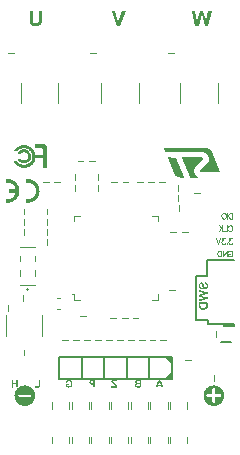
<source format=gbo>
G04*
G04 #@! TF.GenerationSoftware,Altium Limited,Altium Designer,22.8.2 (66)*
G04*
G04 Layer_Color=32896*
%FSLAX44Y44*%
%MOMM*%
G71*
G04*
G04 #@! TF.SameCoordinates,6741D891-8A7F-4893-A487-0B18702EF547*
G04*
G04*
G04 #@! TF.FilePolarity,Positive*
G04*
G01*
G75*
%ADD12C,0.1200*%
%ADD13C,0.1000*%
%ADD14C,0.2000*%
%ADD15C,0.1500*%
G36*
X20000Y62746D02*
X20248D01*
Y62723D01*
X20563D01*
Y62701D01*
X20721D01*
Y62678D01*
X20878D01*
Y62656D01*
X21059D01*
Y62633D01*
X21149D01*
Y62611D01*
X21306D01*
Y62588D01*
X21396D01*
Y62566D01*
X21509D01*
Y62543D01*
X21622D01*
Y62521D01*
X21689D01*
Y62498D01*
X21802D01*
Y62476D01*
X21869D01*
Y62453D01*
X21960D01*
Y62431D01*
X22027D01*
Y62408D01*
X22117D01*
Y62386D01*
X22185D01*
Y62363D01*
X22252D01*
Y62341D01*
X22342D01*
Y62318D01*
X22387D01*
Y62296D01*
X22478D01*
Y62273D01*
X22522D01*
Y62250D01*
X22568D01*
Y62228D01*
X22658D01*
Y62206D01*
X22703D01*
Y62183D01*
X22793D01*
Y62160D01*
X22838D01*
Y62138D01*
X22883D01*
Y62115D01*
X22950D01*
Y62093D01*
X22996D01*
Y62070D01*
X23063D01*
Y62048D01*
X23086D01*
Y62025D01*
X23153D01*
Y62003D01*
X23198D01*
Y61980D01*
X23243D01*
Y61958D01*
X23311D01*
Y61935D01*
X23333D01*
Y61913D01*
X23401D01*
Y61890D01*
X23446D01*
Y61868D01*
X23491D01*
Y61845D01*
X23536D01*
Y61823D01*
X23559D01*
Y61800D01*
X23626D01*
Y61778D01*
X23649D01*
Y61755D01*
X23694D01*
Y61733D01*
X23739D01*
Y61710D01*
X23784D01*
Y61687D01*
X23829D01*
Y61665D01*
X23851D01*
Y61642D01*
X23919D01*
Y61620D01*
X23942D01*
Y61597D01*
X23986D01*
Y61575D01*
X24032D01*
Y61552D01*
X24054D01*
Y61530D01*
X24099D01*
Y61507D01*
X24122D01*
Y61485D01*
X24167D01*
Y61462D01*
X24212D01*
Y61440D01*
X24234D01*
Y61417D01*
X24279D01*
Y61395D01*
X24302D01*
Y61372D01*
X24347D01*
Y61350D01*
X24392D01*
Y61327D01*
X24414D01*
Y61305D01*
X24460D01*
Y61282D01*
X24482D01*
Y61259D01*
X24527D01*
Y61237D01*
X24550D01*
Y61214D01*
X24595D01*
Y61192D01*
X24617D01*
Y61169D01*
X24640D01*
Y61147D01*
X24685D01*
Y61124D01*
X24707D01*
Y61102D01*
X24752D01*
Y61079D01*
X24775D01*
Y61057D01*
X24797D01*
Y61034D01*
X24842D01*
Y61012D01*
X24865D01*
Y60989D01*
X24887D01*
Y60967D01*
X24910D01*
Y60944D01*
X24955D01*
Y60922D01*
X24978D01*
Y60899D01*
X25000D01*
Y60877D01*
X25045D01*
Y60854D01*
X25068D01*
Y60832D01*
X25090D01*
Y60809D01*
X25135D01*
Y60786D01*
X25158D01*
Y60764D01*
X25180D01*
Y60742D01*
X25203D01*
Y60719D01*
X25225D01*
Y60696D01*
X25248D01*
Y60674D01*
X25270D01*
Y60651D01*
X25315D01*
Y60629D01*
X25338D01*
Y60606D01*
X25360D01*
Y60584D01*
X25383D01*
Y60561D01*
X25405D01*
Y60539D01*
X25428D01*
Y60516D01*
X25450D01*
Y60494D01*
X25473D01*
Y60471D01*
X25518D01*
Y60449D01*
X25541D01*
Y60426D01*
X25563D01*
Y60404D01*
X25586D01*
Y60381D01*
X25608D01*
Y60359D01*
X25631D01*
Y60336D01*
X25653D01*
Y60314D01*
X25676D01*
Y60291D01*
X25698D01*
Y60269D01*
X25721D01*
Y60246D01*
X25743D01*
Y60223D01*
X25766D01*
Y60201D01*
X25788D01*
Y60178D01*
X25811D01*
Y60156D01*
X25833D01*
Y60133D01*
X25856D01*
Y60111D01*
X25878D01*
Y60088D01*
X25901D01*
Y60066D01*
X25923D01*
Y60043D01*
X25946D01*
Y60021D01*
X25968D01*
Y59998D01*
X25991D01*
Y59976D01*
X26014D01*
Y59953D01*
X26036D01*
Y59931D01*
X26059D01*
Y59886D01*
X26081D01*
Y59863D01*
X26104D01*
Y59841D01*
X26126D01*
Y59818D01*
X26149D01*
Y59796D01*
X26171D01*
Y59773D01*
X26194D01*
Y59750D01*
X26216D01*
Y59706D01*
X26239D01*
Y59683D01*
X26261D01*
Y59660D01*
X26284D01*
Y59638D01*
X26306D01*
Y59615D01*
X26329D01*
Y59570D01*
X26351D01*
Y59548D01*
X26374D01*
Y59525D01*
X26396D01*
Y59503D01*
X26419D01*
Y59480D01*
X26442D01*
Y59435D01*
X26464D01*
Y59413D01*
X26486D01*
Y59390D01*
X26509D01*
Y59345D01*
X26532D01*
Y59323D01*
X26554D01*
Y59300D01*
X26577D01*
Y59278D01*
X26599D01*
Y59233D01*
X26622D01*
Y59210D01*
X26644D01*
Y59187D01*
X26667D01*
Y59142D01*
X26689D01*
Y59120D01*
X26712D01*
Y59075D01*
X26734D01*
Y59052D01*
X26757D01*
Y59030D01*
X26779D01*
Y58985D01*
X26802D01*
Y58962D01*
X26824D01*
Y58917D01*
X26847D01*
Y58895D01*
X26869D01*
Y58850D01*
X26892D01*
Y58827D01*
X26914D01*
Y58782D01*
X26937D01*
Y58737D01*
X26960D01*
Y58714D01*
X26982D01*
Y58669D01*
X27004D01*
Y58647D01*
X27027D01*
Y58602D01*
X27050D01*
Y58557D01*
X27072D01*
Y58534D01*
X27095D01*
Y58489D01*
X27117D01*
Y58467D01*
X27140D01*
Y58422D01*
X27162D01*
Y58377D01*
X27185D01*
Y58332D01*
X27207D01*
Y58286D01*
X27230D01*
Y58264D01*
X27252D01*
Y58219D01*
X27275D01*
Y58174D01*
X27297D01*
Y58129D01*
X27320D01*
Y58084D01*
X27342D01*
Y58061D01*
X27365D01*
Y57994D01*
X27387D01*
Y57971D01*
X27410D01*
Y57904D01*
X27432D01*
Y57859D01*
X27455D01*
Y57814D01*
X27478D01*
Y57769D01*
X27500D01*
Y57723D01*
X27523D01*
Y57678D01*
X27545D01*
Y57633D01*
X27568D01*
Y57566D01*
X27590D01*
Y57521D01*
X27613D01*
Y57476D01*
X27635D01*
Y57408D01*
X27658D01*
Y57363D01*
X27680D01*
Y57296D01*
X27703D01*
Y57250D01*
X27725D01*
Y57206D01*
X27748D01*
Y57138D01*
X27770D01*
Y57093D01*
X27793D01*
Y57003D01*
X27815D01*
Y56958D01*
X27838D01*
Y56890D01*
X27860D01*
Y56823D01*
X27883D01*
Y56755D01*
X27905D01*
Y56665D01*
X27928D01*
Y56620D01*
X27950D01*
Y56530D01*
X27973D01*
Y56462D01*
X27996D01*
Y56372D01*
X28018D01*
Y56282D01*
X28041D01*
Y56214D01*
X28063D01*
Y56102D01*
X28086D01*
Y56034D01*
X28108D01*
Y55899D01*
X28131D01*
Y55832D01*
X28153D01*
Y55719D01*
X28176D01*
Y55561D01*
X28198D01*
Y55471D01*
X28221D01*
Y55269D01*
X28243D01*
Y55156D01*
X28266D01*
Y54953D01*
X28288D01*
Y54660D01*
X28311D01*
Y54255D01*
X28333D01*
Y53827D01*
X28311D01*
Y53422D01*
X28288D01*
Y53151D01*
X28266D01*
Y52926D01*
X28243D01*
Y52814D01*
X28221D01*
Y52611D01*
X28198D01*
Y52521D01*
X28176D01*
Y52386D01*
X28153D01*
Y52273D01*
X28131D01*
Y52183D01*
X28108D01*
Y52048D01*
X28086D01*
Y51980D01*
X28063D01*
Y51868D01*
X28041D01*
Y51800D01*
X28018D01*
Y51710D01*
X27996D01*
Y51620D01*
X27973D01*
Y51575D01*
X27950D01*
Y51462D01*
X27928D01*
Y51417D01*
X27905D01*
Y51327D01*
X27883D01*
Y51259D01*
X27860D01*
Y51214D01*
X27838D01*
Y51124D01*
X27815D01*
Y51079D01*
X27793D01*
Y50989D01*
X27770D01*
Y50967D01*
X27748D01*
Y50899D01*
X27725D01*
Y50832D01*
X27703D01*
Y50786D01*
X27680D01*
Y50719D01*
X27658D01*
Y50674D01*
X27635D01*
Y50606D01*
X27613D01*
Y50561D01*
X27590D01*
Y50516D01*
X27568D01*
Y50471D01*
X27545D01*
Y50426D01*
X27523D01*
Y50359D01*
X27500D01*
Y50336D01*
X27478D01*
Y50269D01*
X27455D01*
Y50223D01*
X27432D01*
Y50178D01*
X27410D01*
Y50133D01*
X27387D01*
Y50088D01*
X27365D01*
Y50043D01*
X27342D01*
Y49998D01*
X27320D01*
Y49953D01*
X27297D01*
Y49908D01*
X27275D01*
Y49886D01*
X27252D01*
Y49818D01*
X27230D01*
Y49796D01*
X27207D01*
Y49750D01*
X27185D01*
Y49706D01*
X27162D01*
Y49683D01*
X27140D01*
Y49638D01*
X27117D01*
Y49593D01*
X27095D01*
Y49548D01*
X27072D01*
Y49525D01*
X27050D01*
Y49480D01*
X27027D01*
Y49458D01*
X27004D01*
Y49413D01*
X26982D01*
Y49368D01*
X26960D01*
Y49345D01*
X26937D01*
Y49300D01*
X26914D01*
Y49278D01*
X26892D01*
Y49233D01*
X26869D01*
Y49210D01*
X26847D01*
Y49165D01*
X26824D01*
Y49142D01*
X26802D01*
Y49097D01*
X26779D01*
Y49075D01*
X26757D01*
Y49030D01*
X26734D01*
Y49007D01*
X26712D01*
Y48985D01*
X26689D01*
Y48940D01*
X26667D01*
Y48917D01*
X26644D01*
Y48895D01*
X26622D01*
Y48850D01*
X26599D01*
Y48827D01*
X26577D01*
Y48805D01*
X26554D01*
Y48759D01*
X26532D01*
Y48737D01*
X26509D01*
Y48714D01*
X26486D01*
Y48669D01*
X26464D01*
Y48647D01*
X26442D01*
Y48624D01*
X26419D01*
Y48579D01*
X26396D01*
Y48557D01*
X26374D01*
Y48534D01*
X26351D01*
Y48512D01*
X26329D01*
Y48467D01*
X26306D01*
Y48444D01*
X26284D01*
Y48422D01*
X26261D01*
Y48399D01*
X26239D01*
Y48377D01*
X26216D01*
Y48332D01*
X26171D01*
Y48286D01*
X26149D01*
Y48264D01*
X26126D01*
Y48242D01*
X26104D01*
Y48219D01*
X26081D01*
Y48196D01*
X26059D01*
Y48174D01*
X26036D01*
Y48151D01*
X26014D01*
Y48129D01*
X25991D01*
Y48106D01*
X25968D01*
Y48084D01*
X25946D01*
Y48039D01*
X25923D01*
Y48016D01*
X25901D01*
Y47994D01*
X25878D01*
Y47971D01*
X25856D01*
Y47949D01*
X25833D01*
Y47926D01*
X25811D01*
Y47904D01*
X25788D01*
Y47881D01*
X25766D01*
Y47859D01*
X25743D01*
Y47836D01*
X25721D01*
Y47814D01*
X25698D01*
Y47791D01*
X25676D01*
Y47769D01*
X25653D01*
Y47746D01*
X25608D01*
Y47723D01*
X25586D01*
Y47678D01*
X25563D01*
Y47656D01*
X25518D01*
Y47633D01*
X25496D01*
Y47611D01*
X25473D01*
Y47588D01*
X25450D01*
Y47566D01*
X25428D01*
Y47543D01*
X25405D01*
Y47521D01*
X25383D01*
Y47498D01*
X25360D01*
Y47476D01*
X25315D01*
Y47453D01*
X25293D01*
Y47431D01*
X25270D01*
Y47408D01*
X25248D01*
Y47386D01*
X25225D01*
Y47363D01*
X25203D01*
Y47341D01*
X25158D01*
Y47318D01*
X25135D01*
Y47296D01*
X25113D01*
Y47273D01*
X25090D01*
Y47250D01*
X25045D01*
Y47228D01*
X25023D01*
Y47206D01*
X25000D01*
Y47183D01*
X24978D01*
Y47160D01*
X24932D01*
Y47138D01*
X24910D01*
Y47115D01*
X24887D01*
Y47093D01*
X24842D01*
Y47070D01*
X24820D01*
Y47048D01*
X24797D01*
Y47025D01*
X24752D01*
Y47003D01*
X24730D01*
Y46980D01*
X24707D01*
Y46958D01*
X24662D01*
Y46935D01*
X24640D01*
Y46913D01*
X24617D01*
Y46890D01*
X24572D01*
Y46868D01*
X24527D01*
Y46845D01*
X24504D01*
Y46823D01*
X24482D01*
Y46800D01*
X24437D01*
Y46778D01*
X24414D01*
Y46755D01*
X24369D01*
Y46733D01*
X24347D01*
Y46710D01*
X24302D01*
Y46687D01*
X24279D01*
Y46665D01*
X24234D01*
Y46642D01*
X24212D01*
Y46620D01*
X24167D01*
Y46597D01*
X24122D01*
Y46575D01*
X24099D01*
Y46552D01*
X24054D01*
Y46530D01*
X24009D01*
Y46507D01*
X23964D01*
Y46485D01*
X23942D01*
Y46462D01*
X23896D01*
Y46440D01*
X23851D01*
Y46417D01*
X23806D01*
Y46395D01*
X23761D01*
Y46372D01*
X23716D01*
Y46350D01*
X23694D01*
Y46327D01*
X23649D01*
Y46305D01*
X23604D01*
Y46282D01*
X23559D01*
Y46259D01*
X23514D01*
Y46237D01*
X23468D01*
Y46214D01*
X23423D01*
Y46192D01*
X23378D01*
Y46169D01*
X23311D01*
Y46147D01*
X23288D01*
Y46124D01*
X23221D01*
Y46102D01*
X23176D01*
Y46079D01*
X23131D01*
Y46057D01*
X23086D01*
Y46034D01*
X23041D01*
Y46012D01*
X22973D01*
Y45989D01*
X22928D01*
Y45967D01*
X22860D01*
Y45944D01*
X22815D01*
Y45922D01*
X22748D01*
Y45899D01*
X22680D01*
Y45877D01*
X22635D01*
Y45854D01*
X22568D01*
Y45832D01*
X22500D01*
Y45809D01*
X22432D01*
Y45786D01*
X22365D01*
Y45764D01*
X22320D01*
Y45742D01*
X22230D01*
Y45719D01*
X22162D01*
Y45697D01*
X22072D01*
Y45674D01*
X22004D01*
Y45651D01*
X21937D01*
Y45629D01*
X21847D01*
Y45606D01*
X21779D01*
Y45584D01*
X21644D01*
Y45561D01*
X21577D01*
Y45539D01*
X21464D01*
Y45516D01*
X21351D01*
Y45494D01*
X21261D01*
Y45471D01*
X21104D01*
Y45449D01*
X21014D01*
Y45426D01*
X20856D01*
Y45404D01*
X20676D01*
Y45381D01*
X20473D01*
Y45359D01*
X20158D01*
Y45336D01*
X19640D01*
Y45314D01*
X19550D01*
Y45336D01*
X19077D01*
Y45359D01*
X18739D01*
Y45381D01*
X18559D01*
Y45404D01*
X18401D01*
Y45426D01*
X18221D01*
Y45449D01*
X18131D01*
Y45471D01*
X17973D01*
Y45494D01*
X17860D01*
Y45516D01*
X17748D01*
Y45539D01*
X17635D01*
Y45561D01*
X17568D01*
Y45584D01*
X17455D01*
Y45606D01*
X17387D01*
Y45629D01*
X17297D01*
Y45651D01*
X17207D01*
Y45674D01*
X17140D01*
Y45697D01*
X17072D01*
Y45719D01*
X17004D01*
Y45742D01*
X16914D01*
Y45764D01*
X16869D01*
Y45786D01*
X16802D01*
Y45809D01*
X16712D01*
Y45832D01*
X16667D01*
Y45854D01*
X16577D01*
Y45877D01*
X16554D01*
Y45899D01*
X16487D01*
Y45922D01*
X16419D01*
Y45944D01*
X16374D01*
Y45967D01*
X16306D01*
Y45989D01*
X16261D01*
Y46012D01*
X16216D01*
Y46034D01*
X16149D01*
Y46057D01*
X16104D01*
Y46079D01*
X16036D01*
Y46102D01*
X16013D01*
Y46124D01*
X15946D01*
Y46147D01*
X15901D01*
Y46169D01*
X15856D01*
Y46192D01*
X15811D01*
Y46214D01*
X15766D01*
Y46237D01*
X15698D01*
Y46259D01*
X15676D01*
Y46282D01*
X15608D01*
Y46305D01*
X15586D01*
Y46327D01*
X15541D01*
Y46350D01*
X15496D01*
Y46372D01*
X15473D01*
Y46395D01*
X15405D01*
Y46417D01*
X15383D01*
Y46440D01*
X15338D01*
Y46462D01*
X15293D01*
Y46485D01*
X15248D01*
Y46507D01*
X15225D01*
Y46530D01*
X15180D01*
Y46552D01*
X15135D01*
Y46575D01*
X15113D01*
Y46597D01*
X15068D01*
Y46620D01*
X15023D01*
Y46642D01*
X15000D01*
Y46665D01*
X14955D01*
Y46687D01*
X14933D01*
Y46710D01*
X14887D01*
Y46733D01*
X14842D01*
Y46755D01*
X14820D01*
Y46778D01*
X14775D01*
Y46800D01*
X14752D01*
Y46823D01*
X14707D01*
Y46845D01*
X14685D01*
Y46868D01*
X14662D01*
Y46890D01*
X14617D01*
Y46913D01*
X14595D01*
Y46935D01*
X14550D01*
Y46958D01*
X14527D01*
Y46980D01*
X14504D01*
Y47003D01*
X14460D01*
Y47025D01*
X14437D01*
Y47048D01*
X14392D01*
Y47093D01*
X14347D01*
Y47115D01*
X14324D01*
Y47138D01*
X14279D01*
Y47160D01*
X14257D01*
Y47183D01*
X14234D01*
Y47206D01*
X14189D01*
Y47228D01*
X14167D01*
Y47250D01*
X14144D01*
Y47273D01*
X14122D01*
Y47296D01*
X14099D01*
Y47318D01*
X14054D01*
Y47341D01*
X14031D01*
Y47363D01*
X14009D01*
Y47386D01*
X13987D01*
Y47408D01*
X13964D01*
Y47431D01*
X13919D01*
Y47453D01*
X13896D01*
Y47476D01*
X13874D01*
Y47498D01*
X13851D01*
Y47521D01*
X13829D01*
Y47543D01*
X13806D01*
Y47566D01*
X13784D01*
Y47588D01*
X13739D01*
Y47611D01*
X13716D01*
Y47633D01*
X13694D01*
Y47656D01*
X13671D01*
Y47678D01*
X13649D01*
Y47701D01*
X13626D01*
Y47723D01*
X13604D01*
Y47746D01*
X13581D01*
Y47769D01*
X13559D01*
Y47791D01*
X13536D01*
Y47814D01*
X13513D01*
Y47836D01*
X13491D01*
Y47859D01*
X13469D01*
Y47881D01*
X13446D01*
Y47904D01*
X13423D01*
Y47926D01*
X13401D01*
Y47949D01*
X13378D01*
Y47971D01*
X13356D01*
Y47994D01*
X13333D01*
Y48016D01*
X13311D01*
Y48039D01*
X13288D01*
Y48061D01*
X13266D01*
Y48084D01*
X13243D01*
Y48106D01*
X13221D01*
Y48129D01*
X13198D01*
Y48151D01*
X13176D01*
Y48174D01*
X13153D01*
Y48219D01*
X13131D01*
Y48242D01*
X13108D01*
Y48264D01*
X13086D01*
Y48286D01*
X13063D01*
Y48309D01*
X13041D01*
Y48332D01*
X13018D01*
Y48354D01*
X12996D01*
Y48399D01*
X12973D01*
Y48422D01*
X12951D01*
Y48444D01*
X12928D01*
Y48467D01*
X12905D01*
Y48489D01*
X12883D01*
Y48534D01*
X12860D01*
Y48557D01*
X12838D01*
Y48579D01*
X12815D01*
Y48602D01*
X12793D01*
Y48647D01*
X12770D01*
Y48669D01*
X12748D01*
Y48692D01*
X12725D01*
Y48714D01*
X12703D01*
Y48759D01*
X12680D01*
Y48782D01*
X12658D01*
Y48827D01*
X12613D01*
Y48872D01*
X12590D01*
Y48895D01*
X12568D01*
Y48940D01*
X12545D01*
Y48962D01*
X12522D01*
Y48985D01*
X12500D01*
Y49030D01*
X12478D01*
Y49052D01*
X12455D01*
Y49097D01*
X12433D01*
Y49120D01*
X12410D01*
Y49142D01*
X12387D01*
Y49187D01*
X12365D01*
Y49210D01*
X12342D01*
Y49255D01*
X12320D01*
Y49300D01*
X12297D01*
Y49323D01*
X12275D01*
Y49368D01*
X12252D01*
Y49390D01*
X12230D01*
Y49435D01*
X12207D01*
Y49480D01*
X12185D01*
Y49503D01*
X12162D01*
Y49548D01*
X12140D01*
Y49570D01*
X12117D01*
Y49638D01*
X12095D01*
Y49660D01*
X12072D01*
Y49706D01*
X12050D01*
Y49728D01*
X12027D01*
Y49773D01*
X12004D01*
Y49818D01*
X11982D01*
Y49863D01*
X11960D01*
Y49908D01*
X11937D01*
Y49931D01*
X11914D01*
Y49998D01*
X11892D01*
Y50043D01*
X11869D01*
Y50066D01*
X11847D01*
Y50111D01*
X11824D01*
Y50156D01*
X11802D01*
Y50223D01*
X11779D01*
Y50246D01*
X11757D01*
Y50291D01*
X11734D01*
Y50359D01*
X11712D01*
Y50404D01*
X11689D01*
Y50449D01*
X11667D01*
Y50494D01*
X11644D01*
Y50539D01*
X11622D01*
Y50606D01*
X11599D01*
Y50651D01*
X11577D01*
Y50719D01*
X11554D01*
Y50764D01*
X11531D01*
Y50832D01*
X11509D01*
Y50877D01*
X11487D01*
Y50944D01*
X11464D01*
Y50989D01*
X11442D01*
Y51034D01*
X11419D01*
Y51124D01*
X11396D01*
Y51169D01*
X11374D01*
Y51259D01*
X11351D01*
Y51305D01*
X11329D01*
Y51372D01*
X11306D01*
Y51462D01*
X11284D01*
Y51507D01*
X11261D01*
Y51620D01*
X11239D01*
Y51687D01*
X11216D01*
Y51755D01*
X11194D01*
Y51845D01*
X11171D01*
Y51935D01*
X11149D01*
Y52048D01*
X11126D01*
Y52115D01*
X11104D01*
Y52250D01*
X11081D01*
Y52341D01*
X11059D01*
Y52453D01*
X11036D01*
Y52611D01*
X11013D01*
Y52701D01*
X10991D01*
Y52904D01*
X10969D01*
Y53061D01*
X10946D01*
Y53309D01*
X10923D01*
Y53534D01*
Y53557D01*
Y53714D01*
X10901D01*
Y54368D01*
X10923D01*
Y54750D01*
X10946D01*
Y55021D01*
X10969D01*
Y55178D01*
X10991D01*
Y55381D01*
X11013D01*
Y55471D01*
X11036D01*
Y55629D01*
X11059D01*
Y55742D01*
X11081D01*
Y55854D01*
X11104D01*
Y55967D01*
X11126D01*
Y56057D01*
X11149D01*
Y56169D01*
X11171D01*
Y56237D01*
X11194D01*
Y56327D01*
X11216D01*
Y56417D01*
X11239D01*
Y56485D01*
X11261D01*
Y56575D01*
X11284D01*
Y56620D01*
X11306D01*
Y56710D01*
X11329D01*
Y56778D01*
X11351D01*
Y56845D01*
X11374D01*
Y56913D01*
X11396D01*
Y56958D01*
X11419D01*
Y57048D01*
X11442D01*
Y57093D01*
X11464D01*
Y57160D01*
X11487D01*
Y57228D01*
X11509D01*
Y57273D01*
X11531D01*
Y57341D01*
X11554D01*
Y57386D01*
X11577D01*
Y57431D01*
X11599D01*
Y57476D01*
X11622D01*
Y57543D01*
X11644D01*
Y57588D01*
X11667D01*
Y57633D01*
X11689D01*
Y57701D01*
X11712D01*
Y57746D01*
X11734D01*
Y57791D01*
X11757D01*
Y57836D01*
X11779D01*
Y57881D01*
X11802D01*
Y57926D01*
X11824D01*
Y57971D01*
X11847D01*
Y58016D01*
X11869D01*
Y58061D01*
X11892D01*
Y58106D01*
X11914D01*
Y58151D01*
X11937D01*
Y58174D01*
X11960D01*
Y58242D01*
X11982D01*
Y58264D01*
X12004D01*
Y58309D01*
X12027D01*
Y58354D01*
X12050D01*
Y58377D01*
X12072D01*
Y58444D01*
X12095D01*
Y58467D01*
X12117D01*
Y58512D01*
X12140D01*
Y58534D01*
X12162D01*
Y58579D01*
X12185D01*
Y58624D01*
X12207D01*
Y58647D01*
X12230D01*
Y58692D01*
X12252D01*
Y58714D01*
X12275D01*
Y58759D01*
X12297D01*
Y58805D01*
X12320D01*
Y58827D01*
X12342D01*
Y58872D01*
X12365D01*
Y58895D01*
X12387D01*
Y58940D01*
X12410D01*
Y58962D01*
X12433D01*
Y58985D01*
X12455D01*
Y59030D01*
X12478D01*
Y59052D01*
X12500D01*
Y59097D01*
X12522D01*
Y59120D01*
X12545D01*
Y59165D01*
X12568D01*
Y59187D01*
X12590D01*
Y59210D01*
X12613D01*
Y59255D01*
X12635D01*
Y59278D01*
X12658D01*
Y59300D01*
X12680D01*
Y59345D01*
X12703D01*
Y59368D01*
X12725D01*
Y59390D01*
X12748D01*
Y59413D01*
X12770D01*
Y59458D01*
X12793D01*
Y59480D01*
X12815D01*
Y59503D01*
X12838D01*
Y59525D01*
X12860D01*
Y59548D01*
X12883D01*
Y59593D01*
X12905D01*
Y59615D01*
X12928D01*
Y59638D01*
X12951D01*
Y59683D01*
X12973D01*
Y59706D01*
X12996D01*
Y59728D01*
X13018D01*
Y59750D01*
X13041D01*
Y59773D01*
X13063D01*
Y59796D01*
X13086D01*
Y59841D01*
X13108D01*
Y59863D01*
X13131D01*
Y59886D01*
X13153D01*
Y59908D01*
X13176D01*
Y59931D01*
X13198D01*
Y59953D01*
X13221D01*
Y59976D01*
X13243D01*
Y59998D01*
X13266D01*
Y60021D01*
X13288D01*
Y60043D01*
X13311D01*
Y60066D01*
X13333D01*
Y60088D01*
X13356D01*
Y60111D01*
X13378D01*
Y60133D01*
X13401D01*
Y60156D01*
X13423D01*
Y60178D01*
X13446D01*
Y60201D01*
X13469D01*
Y60223D01*
X13491D01*
Y60246D01*
X13513D01*
Y60269D01*
X13536D01*
Y60291D01*
X13559D01*
Y60314D01*
X13581D01*
Y60336D01*
X13604D01*
Y60359D01*
X13626D01*
Y60381D01*
X13649D01*
Y60404D01*
X13671D01*
Y60426D01*
X13694D01*
Y60449D01*
X13716D01*
Y60471D01*
X13739D01*
Y60494D01*
X13761D01*
Y60516D01*
X13784D01*
Y60539D01*
X13806D01*
Y60561D01*
X13851D01*
Y60606D01*
X13896D01*
Y60629D01*
X13919D01*
Y60651D01*
X13942D01*
Y60674D01*
X13964D01*
Y60696D01*
X13987D01*
Y60719D01*
X14031D01*
Y60742D01*
X14054D01*
Y60764D01*
X14077D01*
Y60786D01*
X14099D01*
Y60809D01*
X14122D01*
Y60832D01*
X14167D01*
Y60854D01*
X14189D01*
Y60877D01*
X14212D01*
Y60899D01*
X14234D01*
Y60922D01*
X14279D01*
Y60944D01*
X14302D01*
Y60967D01*
X14324D01*
Y60989D01*
X14369D01*
Y61012D01*
X14392D01*
Y61034D01*
X14414D01*
Y61057D01*
X14460D01*
Y61079D01*
X14482D01*
Y61102D01*
X14527D01*
Y61124D01*
X14550D01*
Y61147D01*
X14572D01*
Y61169D01*
X14617D01*
Y61192D01*
X14640D01*
Y61214D01*
X14685D01*
Y61237D01*
X14707D01*
Y61259D01*
X14752D01*
Y61282D01*
X14775D01*
Y61305D01*
X14797D01*
Y61327D01*
X14842D01*
Y61350D01*
X14865D01*
Y61372D01*
X14910D01*
Y61395D01*
X14955D01*
Y61417D01*
X14978D01*
Y61440D01*
X15023D01*
Y61462D01*
X15045D01*
Y61485D01*
X15090D01*
Y61507D01*
X15135D01*
Y61530D01*
X15180D01*
Y61552D01*
X15203D01*
Y61575D01*
X15248D01*
Y61597D01*
X15270D01*
Y61620D01*
X15315D01*
Y61642D01*
X15360D01*
Y61665D01*
X15405D01*
Y61687D01*
X15451D01*
Y61710D01*
X15473D01*
Y61733D01*
X15518D01*
Y61755D01*
X15563D01*
Y61778D01*
X15608D01*
Y61800D01*
X15676D01*
Y61823D01*
X15698D01*
Y61845D01*
X15743D01*
Y61868D01*
X15788D01*
Y61890D01*
X15833D01*
Y61913D01*
X15901D01*
Y61935D01*
X15923D01*
Y61958D01*
X15991D01*
Y61980D01*
X16036D01*
Y62003D01*
X16081D01*
Y62025D01*
X16126D01*
Y62048D01*
X16171D01*
Y62070D01*
X16239D01*
Y62093D01*
X16284D01*
Y62115D01*
X16351D01*
Y62138D01*
X16396D01*
Y62160D01*
X16442D01*
Y62183D01*
X16531D01*
Y62206D01*
X16577D01*
Y62228D01*
X16644D01*
Y62250D01*
X16712D01*
Y62273D01*
X16757D01*
Y62296D01*
X16847D01*
Y62318D01*
X16892D01*
Y62341D01*
X16982D01*
Y62363D01*
X17027D01*
Y62386D01*
X17117D01*
Y62408D01*
X17185D01*
Y62431D01*
X17252D01*
Y62453D01*
X17365D01*
Y62476D01*
X17410D01*
Y62498D01*
X17545D01*
Y62521D01*
X17613D01*
Y62543D01*
X17703D01*
Y62566D01*
X17838D01*
Y62588D01*
X17905D01*
Y62611D01*
X18063D01*
Y62633D01*
X18153D01*
Y62656D01*
X18311D01*
Y62678D01*
X18491D01*
Y62701D01*
X18671D01*
Y62723D01*
X18964D01*
Y62746D01*
X19279D01*
Y62769D01*
X20000D01*
Y62746D01*
D02*
G37*
G36*
X180000D02*
X180138D01*
Y62737D01*
X180284D01*
Y62729D01*
X180405D01*
Y62720D01*
X180482D01*
Y62712D01*
X180603D01*
Y62703D01*
X180655D01*
Y62694D01*
X180749D01*
Y62686D01*
X180810D01*
Y62677D01*
X180870D01*
Y62668D01*
X180939D01*
Y62660D01*
X180982D01*
Y62651D01*
X181051D01*
Y62643D01*
X181094D01*
Y62634D01*
X181154D01*
Y62625D01*
X181206D01*
Y62617D01*
X181240D01*
Y62608D01*
X181309D01*
Y62600D01*
X181326D01*
Y62591D01*
X181387D01*
Y62582D01*
X181421D01*
Y62574D01*
X181464D01*
Y62565D01*
X181516D01*
Y62557D01*
X181542D01*
Y62548D01*
X181593D01*
Y62539D01*
X181619D01*
Y62531D01*
X181662D01*
Y62522D01*
X181697D01*
Y62513D01*
X181731D01*
Y62505D01*
X181774D01*
Y62496D01*
X181800D01*
Y62488D01*
X181843D01*
Y62479D01*
X181869D01*
Y62470D01*
X181903D01*
Y62462D01*
X181938D01*
Y62453D01*
X181964D01*
Y62445D01*
X182007D01*
Y62436D01*
X182033D01*
Y62427D01*
X182058D01*
Y62419D01*
X182093D01*
Y62410D01*
X182110D01*
Y62401D01*
X182153D01*
Y62393D01*
X182170D01*
Y62384D01*
X182213D01*
Y62376D01*
X182231D01*
Y62367D01*
X182257D01*
Y62358D01*
X182299D01*
Y62350D01*
X182317D01*
Y62341D01*
X182351D01*
Y62333D01*
X182368D01*
Y62324D01*
X182403D01*
Y62315D01*
X182420D01*
Y62307D01*
X182446D01*
Y62298D01*
X182480D01*
Y62290D01*
X182498D01*
Y62281D01*
X182532D01*
Y62272D01*
X182549D01*
Y62264D01*
X182575D01*
Y62255D01*
X182601D01*
Y62246D01*
X182618D01*
Y62238D01*
X182653D01*
Y62229D01*
X182670D01*
Y62221D01*
X182696D01*
Y62212D01*
X182722D01*
Y62203D01*
X182730D01*
Y62195D01*
X182765D01*
Y62186D01*
X182782D01*
Y62178D01*
X182808D01*
Y62169D01*
X182833D01*
Y62160D01*
X182851D01*
Y62152D01*
X182876D01*
Y62143D01*
X182894D01*
Y62134D01*
X182920D01*
Y62126D01*
X182937D01*
Y62117D01*
X182963D01*
Y62109D01*
X182980D01*
Y62100D01*
X182997D01*
Y62091D01*
X183032D01*
Y62083D01*
X183040D01*
Y62074D01*
X183066D01*
Y62066D01*
X183083D01*
Y62057D01*
X183100D01*
Y62048D01*
X183126D01*
Y62040D01*
X183144D01*
Y62031D01*
X183169D01*
Y62023D01*
X183178D01*
Y62014D01*
X183204D01*
Y62005D01*
X183221D01*
Y61997D01*
X183238D01*
Y61988D01*
X183264D01*
Y61979D01*
X183281D01*
Y61971D01*
X183299D01*
Y61962D01*
X183316D01*
Y61954D01*
X183333D01*
Y61945D01*
X183359D01*
Y61936D01*
X183368D01*
Y61928D01*
X183393D01*
Y61919D01*
X183410D01*
Y61911D01*
X183428D01*
Y61902D01*
X183445D01*
Y61893D01*
X183462D01*
Y61885D01*
X183479D01*
Y61876D01*
X183497D01*
Y61867D01*
X183514D01*
Y61859D01*
X183531D01*
Y61850D01*
X183548D01*
Y61842D01*
X183574D01*
Y61833D01*
X183583D01*
Y61824D01*
X183600D01*
Y61816D01*
X183617D01*
Y61807D01*
X183634D01*
Y61799D01*
X183652D01*
Y61790D01*
X183669D01*
Y61781D01*
X183686D01*
Y61773D01*
X183703D01*
Y61764D01*
X183721D01*
Y61756D01*
X183738D01*
Y61747D01*
X183755D01*
Y61738D01*
X183772D01*
Y61730D01*
X183781D01*
Y61721D01*
X183798D01*
Y61712D01*
X183815D01*
Y61704D01*
X183833D01*
Y61695D01*
X183850D01*
Y61687D01*
X183867D01*
Y61678D01*
X183884D01*
Y61669D01*
X183893D01*
Y61661D01*
X183910D01*
Y61652D01*
X183927D01*
Y61644D01*
X183944D01*
Y61635D01*
X183962D01*
Y61626D01*
X183970D01*
Y61618D01*
X183988D01*
Y61609D01*
X183996D01*
Y61601D01*
X184013D01*
Y61592D01*
X184031D01*
Y61583D01*
X184048D01*
Y61575D01*
X184065D01*
Y61566D01*
X184074D01*
Y61557D01*
X184091D01*
Y61549D01*
X184108D01*
Y61540D01*
X184117D01*
Y61532D01*
X184134D01*
Y61523D01*
X184143D01*
Y61514D01*
X184168D01*
Y61506D01*
X184177D01*
Y61497D01*
X184194D01*
Y61489D01*
X184212D01*
Y61480D01*
X184220D01*
Y61471D01*
X184237D01*
Y61463D01*
X184246D01*
Y61454D01*
X184263D01*
Y61445D01*
X184280D01*
Y61437D01*
X184289D01*
Y61428D01*
X184306D01*
Y61420D01*
X184315D01*
Y61411D01*
X184332D01*
Y61403D01*
X184341D01*
Y61394D01*
X184358D01*
Y61385D01*
X184375D01*
Y61377D01*
X184384D01*
Y61368D01*
X184401D01*
Y61359D01*
X184410D01*
Y61351D01*
X184427D01*
Y61342D01*
X184435D01*
Y61334D01*
X184453D01*
Y61325D01*
X184461D01*
Y61316D01*
X184478D01*
Y61308D01*
X184496D01*
Y61299D01*
X184504D01*
Y61290D01*
X184513D01*
Y61282D01*
X184530D01*
Y61273D01*
X184539D01*
Y61265D01*
X184556D01*
Y61256D01*
X184565D01*
Y61248D01*
X184582D01*
Y61239D01*
X184590D01*
Y61230D01*
X184608D01*
Y61222D01*
X184616D01*
Y61213D01*
X184625D01*
Y61204D01*
X184642D01*
Y61196D01*
X184651D01*
Y61187D01*
X184668D01*
Y61178D01*
X184677D01*
Y61170D01*
X184694D01*
Y61161D01*
X184702D01*
Y61153D01*
X184711D01*
Y61144D01*
X184728D01*
Y61136D01*
X184737D01*
Y61127D01*
X184754D01*
Y61118D01*
X184763D01*
Y61110D01*
X184771D01*
Y61101D01*
X184788D01*
Y61092D01*
X184797D01*
Y61084D01*
X184814D01*
Y61075D01*
X184823D01*
Y61067D01*
X184832D01*
Y61058D01*
X184849D01*
Y61049D01*
X184857D01*
Y61041D01*
X184866D01*
Y61032D01*
X184875D01*
Y61024D01*
X184892D01*
Y61015D01*
X184900D01*
Y61006D01*
X184909D01*
Y60998D01*
X184926D01*
Y60989D01*
X184935D01*
Y60980D01*
X184952D01*
Y60972D01*
X184961D01*
Y60963D01*
X184969D01*
Y60955D01*
X184987D01*
Y60946D01*
X184995D01*
Y60937D01*
X185004D01*
Y60929D01*
X185012D01*
Y60920D01*
X185030D01*
Y60912D01*
X185038D01*
Y60903D01*
X185047D01*
Y60894D01*
X185064D01*
Y60886D01*
X185073D01*
Y60877D01*
X185081D01*
Y60869D01*
X185099D01*
Y60860D01*
X185107D01*
Y60851D01*
X185116D01*
Y60843D01*
X185124D01*
Y60834D01*
X185133D01*
Y60825D01*
X185142D01*
Y60817D01*
X185159D01*
Y60808D01*
X185168D01*
Y60800D01*
X185176D01*
Y60791D01*
X185193D01*
Y60782D01*
X185202D01*
Y60774D01*
X185210D01*
Y60765D01*
X185219D01*
Y60757D01*
X185228D01*
Y60748D01*
X185245D01*
Y60739D01*
X185254D01*
Y60731D01*
X185262D01*
Y60722D01*
X185271D01*
Y60714D01*
X185279D01*
Y60705D01*
X185297D01*
Y60696D01*
X185305D01*
Y60688D01*
X185314D01*
Y60679D01*
X185322D01*
Y60670D01*
X185331D01*
Y60662D01*
X185348D01*
Y60653D01*
X185357D01*
Y60645D01*
X185366D01*
Y60636D01*
X185374D01*
Y60627D01*
X185383D01*
Y60619D01*
X185391D01*
Y60610D01*
X185400D01*
Y60602D01*
X185417D01*
Y60584D01*
X185434D01*
Y60576D01*
X185443D01*
Y60567D01*
X185452D01*
Y60559D01*
X185460D01*
Y60550D01*
X185469D01*
Y60541D01*
X185478D01*
Y60533D01*
X185495D01*
Y60524D01*
X185503D01*
Y60515D01*
X185512D01*
Y60507D01*
X185521D01*
Y60498D01*
X185529D01*
Y60490D01*
X185538D01*
Y60481D01*
X185546D01*
Y60472D01*
X185555D01*
Y60464D01*
X185564D01*
Y60455D01*
X185572D01*
Y60447D01*
X185581D01*
Y60438D01*
X185598D01*
Y60429D01*
X185607D01*
Y60421D01*
X185615D01*
Y60412D01*
X185624D01*
Y60403D01*
X185632D01*
Y60395D01*
X185641D01*
Y60386D01*
X185650D01*
Y60378D01*
X185658D01*
Y60369D01*
X185667D01*
Y60360D01*
X185676D01*
Y60352D01*
X185684D01*
Y60343D01*
X185693D01*
Y60335D01*
X185701D01*
Y60326D01*
X185710D01*
Y60317D01*
X185727D01*
Y60300D01*
X185736D01*
Y60291D01*
X185744D01*
Y60283D01*
X185753D01*
Y60274D01*
X185770D01*
Y60266D01*
X185779D01*
Y60257D01*
X185788D01*
Y60248D01*
X185796D01*
Y60240D01*
X185805D01*
Y60231D01*
X185813D01*
Y60223D01*
X185822D01*
Y60214D01*
X185831D01*
Y60205D01*
X185839D01*
Y60197D01*
X185848D01*
Y60188D01*
X185856D01*
Y60180D01*
X185865D01*
Y60171D01*
X185874D01*
Y60162D01*
X185882D01*
Y60154D01*
X185891D01*
Y60136D01*
X185908D01*
Y60128D01*
X185917D01*
Y60111D01*
X185934D01*
Y60093D01*
X185943D01*
Y60085D01*
X185951D01*
Y60076D01*
X185960D01*
Y60068D01*
X185968D01*
Y60059D01*
X185977D01*
Y60050D01*
X185986D01*
Y60042D01*
X185994D01*
Y60033D01*
X186003D01*
Y60024D01*
X186012D01*
Y60016D01*
X186020D01*
Y60007D01*
X186029D01*
Y59999D01*
X186037D01*
Y59990D01*
X186046D01*
Y59981D01*
X186054D01*
Y59973D01*
X186063D01*
Y59964D01*
X186072D01*
Y59956D01*
X186080D01*
Y59938D01*
X186089D01*
Y59930D01*
X186098D01*
Y59921D01*
X186115D01*
Y59904D01*
X186124D01*
Y59895D01*
X186132D01*
Y59887D01*
X186141D01*
Y59878D01*
X186149D01*
Y59869D01*
X186158D01*
Y59852D01*
X186166D01*
Y59844D01*
X186175D01*
Y59835D01*
X186184D01*
Y59826D01*
X186192D01*
Y59818D01*
X186201D01*
Y59809D01*
X186210D01*
Y59801D01*
X186218D01*
Y59792D01*
X186227D01*
Y59783D01*
X186235D01*
Y59766D01*
X186244D01*
Y59757D01*
X186253D01*
Y59749D01*
X186261D01*
Y59740D01*
X186270D01*
Y59732D01*
X186278D01*
Y59723D01*
X186287D01*
Y59714D01*
X186296D01*
Y59697D01*
X186304D01*
Y59689D01*
X186313D01*
Y59680D01*
X186322D01*
Y59671D01*
X186330D01*
Y59663D01*
X186339D01*
Y59654D01*
X186347D01*
Y59637D01*
X186356D01*
Y59628D01*
X186365D01*
Y59620D01*
X186373D01*
Y59611D01*
X186382D01*
Y59602D01*
X186390D01*
Y59585D01*
X186399D01*
Y59577D01*
X186408D01*
Y59568D01*
X186416D01*
Y59559D01*
X186425D01*
Y59542D01*
X186434D01*
Y59534D01*
X186442D01*
Y59525D01*
X186451D01*
Y59508D01*
X186459D01*
Y59499D01*
X186468D01*
Y59490D01*
X186477D01*
Y59482D01*
X186485D01*
Y59473D01*
X186494D01*
Y59465D01*
X186502D01*
Y59447D01*
X186511D01*
Y59439D01*
X186520D01*
Y59430D01*
X186528D01*
Y59413D01*
X186537D01*
Y59404D01*
X186545D01*
Y59396D01*
X186554D01*
Y59378D01*
X186563D01*
Y59370D01*
X186571D01*
Y59361D01*
X186580D01*
Y59353D01*
X186588D01*
Y59335D01*
X186597D01*
Y59327D01*
X186606D01*
Y59318D01*
X186614D01*
Y59301D01*
X186623D01*
Y59292D01*
X186632D01*
Y59284D01*
X186640D01*
Y59275D01*
X186649D01*
Y59258D01*
X186657D01*
Y59249D01*
X186666D01*
Y59241D01*
X186675D01*
Y59223D01*
X186683D01*
Y59215D01*
X186692D01*
Y59206D01*
X186700D01*
Y59189D01*
X186709D01*
Y59180D01*
X186718D01*
Y59163D01*
X186726D01*
Y59155D01*
X186735D01*
Y59137D01*
X186744D01*
Y59129D01*
X186752D01*
Y59120D01*
X186761D01*
Y59103D01*
X186769D01*
Y59094D01*
X186778D01*
Y59077D01*
X186787D01*
Y59068D01*
X186795D01*
Y59060D01*
X186804D01*
Y59043D01*
X186812D01*
Y59034D01*
X186821D01*
Y59017D01*
X186830D01*
Y59008D01*
X186838D01*
Y58991D01*
X186847D01*
Y58982D01*
X186856D01*
Y58974D01*
X186864D01*
Y58956D01*
X186873D01*
Y58948D01*
X186881D01*
Y58931D01*
X186890D01*
Y58922D01*
X186899D01*
Y58905D01*
X186907D01*
Y58896D01*
X186916D01*
Y58879D01*
X186924D01*
Y58870D01*
X186933D01*
Y58853D01*
X186942D01*
Y58845D01*
X186950D01*
Y58827D01*
X186959D01*
Y58819D01*
X186968D01*
Y58801D01*
X186976D01*
Y58793D01*
X186985D01*
Y58776D01*
X186993D01*
Y58767D01*
X187002D01*
Y58750D01*
X187010D01*
Y58741D01*
X187019D01*
Y58724D01*
X187028D01*
Y58707D01*
X187036D01*
Y58698D01*
X187045D01*
Y58681D01*
X187054D01*
Y58672D01*
X187062D01*
Y58655D01*
X187071D01*
Y58638D01*
X187079D01*
Y58629D01*
X187088D01*
Y58612D01*
X187097D01*
Y58603D01*
X187105D01*
Y58586D01*
X187114D01*
Y58569D01*
X187122D01*
Y58560D01*
X187131D01*
Y58543D01*
X187140D01*
Y58534D01*
X187148D01*
Y58517D01*
X187157D01*
Y58500D01*
X187166D01*
Y58492D01*
X187174D01*
Y58474D01*
X187183D01*
Y58457D01*
X187191D01*
Y58440D01*
X187200D01*
Y58431D01*
X187209D01*
Y58414D01*
X187217D01*
Y58397D01*
X187226D01*
Y58388D01*
X187234D01*
Y58371D01*
X187243D01*
Y58354D01*
X187252D01*
Y58336D01*
X187260D01*
Y58328D01*
X187269D01*
Y58311D01*
X187278D01*
Y58293D01*
X187286D01*
Y58276D01*
X187295D01*
Y58259D01*
X187303D01*
Y58242D01*
X187312D01*
Y58233D01*
X187321D01*
Y58216D01*
X187329D01*
Y58199D01*
X187338D01*
Y58181D01*
X187346D01*
Y58173D01*
X187355D01*
Y58147D01*
X187364D01*
Y58138D01*
X187372D01*
Y58121D01*
X187381D01*
Y58104D01*
X187390D01*
Y58087D01*
X187398D01*
Y58070D01*
X187407D01*
Y58052D01*
X187415D01*
Y58035D01*
X187424D01*
Y58018D01*
X187432D01*
Y58009D01*
X187441D01*
Y57983D01*
X187450D01*
Y57975D01*
X187458D01*
Y57949D01*
X187467D01*
Y57940D01*
X187476D01*
Y57923D01*
X187484D01*
Y57897D01*
X187493D01*
Y57889D01*
X187502D01*
Y57863D01*
X187510D01*
Y57854D01*
X187519D01*
Y57828D01*
X187527D01*
Y57811D01*
X187536D01*
Y57794D01*
X187544D01*
Y57777D01*
X187553D01*
Y57768D01*
X187562D01*
Y57742D01*
X187570D01*
Y57725D01*
X187579D01*
Y57699D01*
X187588D01*
Y57682D01*
X187596D01*
Y57665D01*
X187605D01*
Y57647D01*
X187613D01*
Y57630D01*
X187622D01*
Y57613D01*
X187631D01*
Y57587D01*
X187639D01*
Y57570D01*
X187648D01*
Y57553D01*
X187656D01*
Y57536D01*
X187665D01*
Y57510D01*
X187674D01*
Y57492D01*
X187682D01*
Y57475D01*
X187691D01*
Y57449D01*
X187700D01*
Y57432D01*
X187708D01*
Y57406D01*
X187717D01*
Y57389D01*
X187725D01*
Y57363D01*
X187734D01*
Y57346D01*
X187743D01*
Y57329D01*
X187751D01*
Y57303D01*
X187760D01*
Y57286D01*
X187768D01*
Y57260D01*
X187777D01*
Y57243D01*
X187786D01*
Y57225D01*
X187794D01*
Y57200D01*
X187803D01*
Y57182D01*
X187812D01*
Y57148D01*
X187820D01*
Y57139D01*
X187829D01*
Y57113D01*
X187837D01*
Y57088D01*
X187846D01*
Y57070D01*
X187855D01*
Y57036D01*
X187863D01*
Y57019D01*
X187872D01*
Y56984D01*
X187880D01*
Y56967D01*
X187889D01*
Y56941D01*
X187898D01*
Y56915D01*
X187906D01*
Y56898D01*
X187915D01*
Y56864D01*
X187923D01*
Y56846D01*
X187932D01*
Y56821D01*
X187941D01*
Y56795D01*
X187949D01*
Y56769D01*
X187958D01*
Y56743D01*
X187966D01*
Y56717D01*
X187975D01*
Y56683D01*
X187984D01*
Y56666D01*
X187992D01*
Y56631D01*
X188001D01*
Y56605D01*
X188010D01*
Y56579D01*
X188018D01*
Y56545D01*
X188027D01*
Y56528D01*
X188035D01*
Y56493D01*
X188044D01*
Y56459D01*
X188053D01*
Y56433D01*
X188061D01*
Y56399D01*
X188070D01*
Y56373D01*
X188078D01*
Y56330D01*
X188087D01*
Y56312D01*
X188096D01*
Y56278D01*
X188104D01*
Y56235D01*
X188113D01*
Y56218D01*
X188121D01*
Y56166D01*
X188130D01*
Y56140D01*
X188139D01*
Y56097D01*
X188147D01*
Y56063D01*
X188156D01*
Y56037D01*
X188165D01*
Y55994D01*
X188173D01*
Y55968D01*
X188182D01*
Y55916D01*
X188190D01*
Y55882D01*
X188199D01*
Y55847D01*
X188208D01*
Y55796D01*
X188216D01*
Y55761D01*
X188225D01*
Y55701D01*
X188234D01*
Y55675D01*
X188242D01*
Y55615D01*
X188251D01*
Y55572D01*
X188259D01*
Y55529D01*
X188268D01*
Y55469D01*
X188277D01*
Y55425D01*
X188285D01*
Y55356D01*
X188294D01*
Y55305D01*
X188302D01*
Y55245D01*
X188311D01*
Y55176D01*
X188320D01*
Y55133D01*
X188328D01*
Y55029D01*
X188337D01*
Y54978D01*
X188346D01*
Y54866D01*
X188354D01*
Y54788D01*
X188363D01*
Y54693D01*
X188371D01*
Y54530D01*
X188380D01*
Y54401D01*
X188389D01*
Y53668D01*
X188380D01*
Y53548D01*
X188371D01*
Y53376D01*
X188363D01*
Y53281D01*
X188354D01*
Y53195D01*
X188346D01*
Y53083D01*
X188337D01*
Y53040D01*
X188328D01*
Y52936D01*
X188320D01*
Y52885D01*
X188311D01*
Y52825D01*
X188302D01*
Y52756D01*
X188294D01*
Y52704D01*
X188285D01*
Y52644D01*
X188277D01*
Y52601D01*
X188268D01*
Y52532D01*
X188259D01*
Y52497D01*
X188251D01*
Y52454D01*
X188242D01*
Y52394D01*
X188234D01*
Y52359D01*
X188225D01*
Y52308D01*
X188216D01*
Y52273D01*
X188208D01*
Y52222D01*
X188199D01*
Y52187D01*
X188190D01*
Y52153D01*
X188182D01*
Y52101D01*
X188173D01*
Y52075D01*
X188165D01*
Y52024D01*
X188156D01*
Y51998D01*
X188147D01*
Y51963D01*
X188139D01*
Y51920D01*
X188130D01*
Y51903D01*
X188121D01*
Y51851D01*
X188113D01*
Y51825D01*
X188104D01*
Y51791D01*
X188096D01*
Y51757D01*
X188087D01*
Y51739D01*
X188078D01*
Y51696D01*
X188070D01*
Y51670D01*
X188061D01*
Y51627D01*
X188053D01*
Y51610D01*
X188044D01*
Y51576D01*
X188035D01*
Y51541D01*
X188027D01*
Y51524D01*
X188018D01*
Y51481D01*
X188010D01*
Y51464D01*
X188001D01*
Y51429D01*
X187992D01*
Y51403D01*
X187984D01*
Y51386D01*
X187975D01*
Y51343D01*
X187966D01*
Y51326D01*
X187958D01*
Y51300D01*
X187949D01*
Y51274D01*
X187941D01*
Y51248D01*
X187932D01*
Y51214D01*
X187923D01*
Y51205D01*
X187915D01*
Y51162D01*
X187906D01*
Y51154D01*
X187898D01*
Y51119D01*
X187889D01*
Y51102D01*
X187880D01*
Y51076D01*
X187872D01*
Y51050D01*
X187863D01*
Y51033D01*
X187855D01*
Y50999D01*
X187846D01*
Y50981D01*
X187837D01*
Y50956D01*
X187829D01*
Y50930D01*
X187820D01*
Y50912D01*
X187812D01*
Y50887D01*
X187803D01*
Y50869D01*
X187794D01*
Y50844D01*
X187786D01*
Y50826D01*
X187777D01*
Y50809D01*
X187768D01*
Y50775D01*
X187760D01*
Y50766D01*
X187751D01*
Y50732D01*
X187743D01*
Y50723D01*
X187734D01*
Y50706D01*
X187725D01*
Y50671D01*
X187717D01*
Y50663D01*
X187708D01*
Y50628D01*
X187700D01*
Y50620D01*
X187691D01*
Y50594D01*
X187682D01*
Y50577D01*
X187674D01*
Y50559D01*
X187665D01*
Y50534D01*
X187656D01*
Y50516D01*
X187648D01*
Y50490D01*
X187639D01*
Y50473D01*
X187631D01*
Y50456D01*
X187622D01*
Y50439D01*
X187613D01*
Y50422D01*
X187605D01*
Y50396D01*
X187596D01*
Y50387D01*
X187588D01*
Y50361D01*
X187579D01*
Y50344D01*
X187570D01*
Y50327D01*
X187562D01*
Y50301D01*
X187553D01*
Y50292D01*
X187544D01*
Y50267D01*
X187536D01*
Y50258D01*
X187527D01*
Y50241D01*
X187519D01*
Y50215D01*
X187510D01*
Y50206D01*
X187502D01*
Y50180D01*
X187493D01*
Y50172D01*
X187484D01*
Y50146D01*
X187476D01*
Y50129D01*
X187467D01*
Y50111D01*
X187458D01*
Y50094D01*
X187450D01*
Y50086D01*
X187441D01*
Y50060D01*
X187432D01*
Y50043D01*
X187424D01*
Y50034D01*
X187415D01*
Y50008D01*
X187407D01*
Y50000D01*
X187398D01*
Y49974D01*
X187390D01*
Y49965D01*
X187381D01*
Y49948D01*
X187372D01*
Y49931D01*
X187364D01*
Y49922D01*
X187355D01*
Y49896D01*
X187346D01*
Y49888D01*
X187338D01*
Y49870D01*
X187329D01*
Y49853D01*
X187321D01*
Y49836D01*
X187312D01*
Y49819D01*
X187303D01*
Y49810D01*
X187295D01*
Y49784D01*
X187286D01*
Y49776D01*
X187278D01*
Y49758D01*
X187269D01*
Y49741D01*
X187260D01*
Y49733D01*
X187252D01*
Y49707D01*
X187243D01*
Y49698D01*
X187234D01*
Y49681D01*
X187226D01*
Y49672D01*
X187217D01*
Y49655D01*
X187209D01*
Y49638D01*
X187200D01*
Y49629D01*
X187191D01*
Y49603D01*
X187183D01*
Y49595D01*
X187174D01*
Y49578D01*
X187166D01*
Y49560D01*
X187157D01*
Y49552D01*
X187148D01*
Y49535D01*
X187140D01*
Y49526D01*
X187131D01*
Y49509D01*
X187122D01*
Y49500D01*
X187114D01*
Y49483D01*
X187105D01*
Y49466D01*
X187097D01*
Y49457D01*
X187088D01*
Y49440D01*
X187079D01*
Y49423D01*
X187071D01*
Y49405D01*
X187062D01*
Y49397D01*
X187054D01*
Y49388D01*
X187045D01*
Y49371D01*
X187036D01*
Y49362D01*
X187028D01*
Y49345D01*
X187019D01*
Y49328D01*
X187010D01*
Y49319D01*
X187002D01*
Y49302D01*
X186993D01*
Y49293D01*
X186985D01*
Y49276D01*
X186976D01*
Y49259D01*
X186968D01*
Y49250D01*
X186959D01*
Y49233D01*
X186950D01*
Y49225D01*
X186942D01*
Y49207D01*
X186933D01*
Y49199D01*
X186924D01*
Y49181D01*
X186916D01*
Y49173D01*
X186907D01*
Y49156D01*
X186899D01*
Y49147D01*
X186890D01*
Y49138D01*
X186881D01*
Y49121D01*
X186873D01*
Y49113D01*
X186864D01*
Y49095D01*
X186856D01*
Y49078D01*
X186847D01*
Y49069D01*
X186838D01*
Y49061D01*
X186830D01*
Y49052D01*
X186821D01*
Y49035D01*
X186812D01*
Y49018D01*
X186804D01*
Y49009D01*
X186795D01*
Y49001D01*
X186787D01*
Y48983D01*
X186778D01*
Y48975D01*
X186769D01*
Y48966D01*
X186761D01*
Y48949D01*
X186752D01*
Y48940D01*
X186744D01*
Y48923D01*
X186735D01*
Y48914D01*
X186726D01*
Y48906D01*
X186718D01*
Y48889D01*
X186709D01*
Y48880D01*
X186700D01*
Y48863D01*
X186692D01*
Y48854D01*
X186683D01*
Y48846D01*
X186675D01*
Y48828D01*
X186666D01*
Y48820D01*
X186657D01*
Y48811D01*
X186649D01*
Y48794D01*
X186640D01*
Y48785D01*
X186632D01*
Y48777D01*
X186623D01*
Y48768D01*
X186614D01*
Y48751D01*
X186606D01*
Y48742D01*
X186597D01*
Y48734D01*
X186588D01*
Y48716D01*
X186580D01*
Y48708D01*
X186571D01*
Y48691D01*
X186563D01*
Y48682D01*
X186554D01*
Y48673D01*
X186545D01*
Y48665D01*
X186537D01*
Y48656D01*
X186528D01*
Y48639D01*
X186520D01*
Y48630D01*
X186511D01*
Y48622D01*
X186502D01*
Y48604D01*
X186494D01*
Y48596D01*
X186485D01*
Y48587D01*
X186477D01*
Y48579D01*
X186468D01*
Y48561D01*
X186459D01*
Y48553D01*
X186451D01*
Y48544D01*
X186442D01*
Y48535D01*
X186434D01*
Y48527D01*
X186425D01*
Y48510D01*
X186416D01*
Y48501D01*
X186408D01*
Y48492D01*
X186399D01*
Y48475D01*
X186390D01*
Y48467D01*
X186382D01*
Y48458D01*
X186373D01*
Y48449D01*
X186365D01*
Y48441D01*
X186356D01*
Y48432D01*
X186347D01*
Y48424D01*
X186339D01*
Y48415D01*
X186330D01*
Y48398D01*
X186322D01*
Y48389D01*
X186313D01*
Y48380D01*
X186304D01*
Y48363D01*
X186296D01*
Y48355D01*
X186287D01*
Y48346D01*
X186278D01*
Y48337D01*
X186270D01*
Y48329D01*
X186261D01*
Y48320D01*
X186253D01*
Y48312D01*
X186244D01*
Y48294D01*
X186235D01*
Y48286D01*
X186218D01*
Y48268D01*
X186210D01*
Y48260D01*
X186201D01*
Y48251D01*
X186192D01*
Y48243D01*
X186184D01*
Y48225D01*
X186175D01*
Y48217D01*
X186166D01*
Y48208D01*
X186158D01*
Y48200D01*
X186149D01*
Y48191D01*
X186141D01*
Y48182D01*
X186132D01*
Y48174D01*
X186124D01*
Y48165D01*
X186115D01*
Y48156D01*
X186106D01*
Y48148D01*
X186098D01*
Y48131D01*
X186089D01*
Y48122D01*
X186080D01*
Y48113D01*
X186072D01*
Y48105D01*
X186063D01*
Y48096D01*
X186054D01*
Y48088D01*
X186046D01*
Y48079D01*
X186037D01*
Y48070D01*
X186029D01*
Y48062D01*
X186020D01*
Y48053D01*
X186012D01*
Y48045D01*
X186003D01*
Y48036D01*
X185994D01*
Y48027D01*
X185986D01*
Y48019D01*
X185977D01*
Y48010D01*
X185968D01*
Y48001D01*
X185960D01*
Y47993D01*
X185951D01*
Y47984D01*
X185943D01*
Y47976D01*
X185934D01*
Y47958D01*
X185917D01*
Y47950D01*
X185908D01*
Y47933D01*
X185891D01*
Y47915D01*
X185874D01*
Y47898D01*
X185865D01*
Y47889D01*
X185856D01*
Y47881D01*
X185848D01*
Y47872D01*
X185839D01*
Y47864D01*
X185831D01*
Y47855D01*
X185822D01*
Y47846D01*
X185813D01*
Y47838D01*
X185805D01*
Y47829D01*
X185796D01*
Y47821D01*
X185788D01*
Y47812D01*
X185779D01*
Y47803D01*
X185770D01*
Y47795D01*
X185762D01*
Y47786D01*
X185753D01*
Y47778D01*
X185744D01*
Y47769D01*
X185736D01*
Y47760D01*
X185727D01*
Y47752D01*
X185710D01*
Y47743D01*
X185701D01*
Y47734D01*
X185693D01*
Y47726D01*
X185684D01*
Y47717D01*
X185676D01*
Y47709D01*
X185667D01*
Y47700D01*
X185658D01*
Y47691D01*
X185650D01*
Y47683D01*
X185641D01*
Y47674D01*
X185632D01*
Y47666D01*
X185624D01*
Y47657D01*
X185615D01*
Y47648D01*
X185607D01*
Y47640D01*
X185598D01*
Y47631D01*
X185590D01*
Y47622D01*
X185581D01*
Y47614D01*
X185564D01*
Y47605D01*
X185555D01*
Y47597D01*
X185546D01*
Y47588D01*
X185538D01*
Y47579D01*
X185529D01*
Y47571D01*
X185521D01*
Y47562D01*
X185512D01*
Y47554D01*
X185503D01*
Y47545D01*
X185486D01*
Y47528D01*
X185469D01*
Y47519D01*
X185460D01*
Y47511D01*
X185452D01*
Y47502D01*
X185443D01*
Y47493D01*
X185434D01*
Y47485D01*
X185426D01*
Y47476D01*
X185417D01*
Y47467D01*
X185409D01*
Y47459D01*
X185391D01*
Y47450D01*
X185383D01*
Y47442D01*
X185374D01*
Y47433D01*
X185366D01*
Y47425D01*
X185357D01*
Y47416D01*
X185340D01*
Y47407D01*
X185331D01*
Y47399D01*
X185322D01*
Y47390D01*
X185314D01*
Y47381D01*
X185305D01*
Y47373D01*
X185297D01*
Y47364D01*
X185288D01*
Y47356D01*
X185271D01*
Y47347D01*
X185262D01*
Y47338D01*
X185254D01*
Y47330D01*
X185245D01*
Y47321D01*
X185236D01*
Y47312D01*
X185219D01*
Y47304D01*
X185210D01*
Y47295D01*
X185202D01*
Y47287D01*
X185193D01*
Y47278D01*
X185176D01*
Y47269D01*
X185168D01*
Y47261D01*
X185159D01*
Y47252D01*
X185150D01*
Y47244D01*
X185142D01*
Y47235D01*
X185124D01*
Y47226D01*
X185116D01*
Y47218D01*
X185107D01*
Y47209D01*
X185099D01*
Y47200D01*
X185081D01*
Y47192D01*
X185073D01*
Y47183D01*
X185064D01*
Y47175D01*
X185047D01*
Y47166D01*
X185038D01*
Y47158D01*
X185030D01*
Y47149D01*
X185021D01*
Y47140D01*
X185012D01*
Y47132D01*
X184995D01*
Y47123D01*
X184987D01*
Y47114D01*
X184969D01*
Y47106D01*
X184961D01*
Y47097D01*
X184952D01*
Y47089D01*
X184935D01*
Y47080D01*
X184926D01*
Y47071D01*
X184918D01*
Y47063D01*
X184909D01*
Y47054D01*
X184892D01*
Y47045D01*
X184883D01*
Y47037D01*
X184875D01*
Y47028D01*
X184857D01*
Y47020D01*
X184849D01*
Y47011D01*
X184840D01*
Y47002D01*
X184823D01*
Y46994D01*
X184814D01*
Y46985D01*
X184797D01*
Y46977D01*
X184788D01*
Y46968D01*
X184780D01*
Y46959D01*
X184763D01*
Y46951D01*
X184754D01*
Y46942D01*
X184746D01*
Y46934D01*
X184728D01*
Y46925D01*
X184720D01*
Y46916D01*
X184711D01*
Y46908D01*
X184694D01*
Y46899D01*
X184685D01*
Y46891D01*
X184668D01*
Y46882D01*
X184651D01*
Y46873D01*
X184642D01*
Y46865D01*
X184625D01*
Y46856D01*
X184616D01*
Y46847D01*
X184608D01*
Y46839D01*
X184590D01*
Y46830D01*
X184582D01*
Y46822D01*
X184565D01*
Y46813D01*
X184556D01*
Y46804D01*
X184539D01*
Y46796D01*
X184530D01*
Y46787D01*
X184522D01*
Y46778D01*
X184504D01*
Y46770D01*
X184496D01*
Y46761D01*
X184478D01*
Y46753D01*
X184470D01*
Y46744D01*
X184453D01*
Y46736D01*
X184444D01*
Y46727D01*
X184427D01*
Y46718D01*
X184410D01*
Y46710D01*
X184401D01*
Y46701D01*
X184384D01*
Y46692D01*
X184375D01*
Y46684D01*
X184366D01*
Y46675D01*
X184341D01*
Y46667D01*
X184332D01*
Y46658D01*
X184315D01*
Y46649D01*
X184306D01*
Y46641D01*
X184289D01*
Y46632D01*
X184280D01*
Y46624D01*
X184263D01*
Y46615D01*
X184246D01*
Y46606D01*
X184237D01*
Y46598D01*
X184220D01*
Y46589D01*
X184212D01*
Y46581D01*
X184194D01*
Y46572D01*
X184177D01*
Y46563D01*
X184168D01*
Y46555D01*
X184151D01*
Y46546D01*
X184134D01*
Y46537D01*
X184125D01*
Y46529D01*
X184108D01*
Y46520D01*
X184100D01*
Y46512D01*
X184074D01*
Y46503D01*
X184065D01*
Y46494D01*
X184048D01*
Y46486D01*
X184031D01*
Y46477D01*
X184022D01*
Y46469D01*
X184005D01*
Y46460D01*
X183988D01*
Y46451D01*
X183970D01*
Y46443D01*
X183962D01*
Y46434D01*
X183944D01*
Y46425D01*
X183927D01*
Y46417D01*
X183919D01*
Y46408D01*
X183893D01*
Y46400D01*
X183884D01*
Y46391D01*
X183867D01*
Y46382D01*
X183850D01*
Y46374D01*
X183833D01*
Y46365D01*
X183815D01*
Y46357D01*
X183807D01*
Y46348D01*
X183790D01*
Y46339D01*
X183772D01*
Y46331D01*
X183755D01*
Y46322D01*
X183738D01*
Y46313D01*
X183729D01*
Y46305D01*
X183703D01*
Y46296D01*
X183686D01*
Y46288D01*
X183669D01*
Y46279D01*
X183660D01*
Y46270D01*
X183643D01*
Y46262D01*
X183617D01*
Y46253D01*
X183609D01*
Y46245D01*
X183583D01*
Y46236D01*
X183574D01*
Y46227D01*
X183557D01*
Y46219D01*
X183531D01*
Y46210D01*
X183522D01*
Y46202D01*
X183497D01*
Y46193D01*
X183488D01*
Y46184D01*
X183462D01*
Y46176D01*
X183445D01*
Y46167D01*
X183436D01*
Y46158D01*
X183410D01*
Y46150D01*
X183393D01*
Y46141D01*
X183376D01*
Y46133D01*
X183359D01*
Y46124D01*
X183342D01*
Y46115D01*
X183316D01*
Y46107D01*
X183307D01*
Y46098D01*
X183281D01*
Y46090D01*
X183264D01*
Y46081D01*
X183247D01*
Y46072D01*
X183221D01*
Y46064D01*
X183212D01*
Y46055D01*
X183187D01*
Y46047D01*
X183169D01*
Y46038D01*
X183144D01*
Y46029D01*
X183126D01*
Y46021D01*
X183109D01*
Y46012D01*
X183083D01*
Y46003D01*
X183075D01*
Y45995D01*
X183040D01*
Y45986D01*
X183032D01*
Y45978D01*
X182997D01*
Y45969D01*
X182988D01*
Y45960D01*
X182971D01*
Y45952D01*
X182945D01*
Y45943D01*
X182928D01*
Y45935D01*
X182894D01*
Y45926D01*
X182876D01*
Y45917D01*
X182859D01*
Y45909D01*
X182833D01*
Y45900D01*
X182816D01*
Y45891D01*
X182782D01*
Y45883D01*
X182773D01*
Y45874D01*
X182747D01*
Y45866D01*
X182722D01*
Y45857D01*
X182704D01*
Y45848D01*
X182679D01*
Y45840D01*
X182653D01*
Y45831D01*
X182627D01*
Y45823D01*
X182610D01*
Y45814D01*
X182575D01*
Y45805D01*
X182549D01*
Y45797D01*
X182532D01*
Y45788D01*
X182498D01*
Y45780D01*
X182480D01*
Y45771D01*
X182454D01*
Y45762D01*
X182429D01*
Y45754D01*
X182403D01*
Y45745D01*
X182377D01*
Y45736D01*
X182351D01*
Y45728D01*
X182317D01*
Y45719D01*
X182299D01*
Y45711D01*
X182265D01*
Y45702D01*
X182239D01*
Y45693D01*
X182222D01*
Y45685D01*
X182179D01*
Y45676D01*
X182162D01*
Y45668D01*
X182119D01*
Y45659D01*
X182101D01*
Y45650D01*
X182067D01*
Y45642D01*
X182033D01*
Y45633D01*
X182015D01*
Y45624D01*
X181964D01*
Y45616D01*
X181946D01*
Y45607D01*
X181912D01*
Y45599D01*
X181877D01*
Y45590D01*
X181852D01*
Y45581D01*
X181809D01*
Y45573D01*
X181774D01*
Y45564D01*
X181740D01*
Y45556D01*
X181705D01*
Y45547D01*
X181671D01*
Y45538D01*
X181619D01*
Y45530D01*
X181602D01*
Y45521D01*
X181550D01*
Y45512D01*
X181524D01*
Y45504D01*
X181473D01*
Y45495D01*
X181430D01*
Y45487D01*
X181404D01*
Y45478D01*
X181335D01*
Y45469D01*
X181318D01*
Y45461D01*
X181249D01*
Y45452D01*
X181206D01*
Y45444D01*
X181163D01*
Y45435D01*
X181102D01*
Y45426D01*
X181068D01*
Y45418D01*
X180990D01*
Y45409D01*
X180947D01*
Y45401D01*
X180887D01*
Y45392D01*
X180810D01*
Y45383D01*
X180767D01*
Y45375D01*
X180663D01*
Y45366D01*
X180611D01*
Y45357D01*
X180508D01*
Y45349D01*
X180422D01*
Y45340D01*
X180327D01*
Y45332D01*
X180164D01*
Y45323D01*
X180043D01*
Y45314D01*
X179294D01*
Y45323D01*
X179173D01*
Y45332D01*
X179010D01*
Y45340D01*
X178915D01*
Y45349D01*
X178829D01*
Y45357D01*
X178725D01*
Y45366D01*
X178674D01*
Y45375D01*
X178570D01*
Y45383D01*
X178527D01*
Y45392D01*
X178458D01*
Y45401D01*
X178389D01*
Y45409D01*
X178346D01*
Y45418D01*
X178269D01*
Y45426D01*
X178234D01*
Y45435D01*
X178174D01*
Y45444D01*
X178131D01*
Y45452D01*
X178088D01*
Y45461D01*
X178019D01*
Y45469D01*
X178002D01*
Y45478D01*
X177933D01*
Y45487D01*
X177907D01*
Y45495D01*
X177864D01*
Y45504D01*
X177821D01*
Y45512D01*
X177795D01*
Y45521D01*
X177735D01*
Y45530D01*
X177718D01*
Y45538D01*
X177666D01*
Y45547D01*
X177632D01*
Y45556D01*
X177597D01*
Y45564D01*
X177563D01*
Y45573D01*
X177537D01*
Y45581D01*
X177485D01*
Y45590D01*
X177468D01*
Y45599D01*
X177425D01*
Y45607D01*
X177399D01*
Y45616D01*
X177373D01*
Y45624D01*
X177330D01*
Y45633D01*
X177304D01*
Y45642D01*
X177270D01*
Y45650D01*
X177244D01*
Y45659D01*
X177218D01*
Y45668D01*
X177184D01*
Y45676D01*
X177158D01*
Y45685D01*
X177115D01*
Y45693D01*
X177098D01*
Y45702D01*
X177072D01*
Y45711D01*
X177037D01*
Y45719D01*
X177020D01*
Y45728D01*
X176986D01*
Y45736D01*
X176968D01*
Y45745D01*
X176934D01*
Y45754D01*
X176908D01*
Y45762D01*
X176882D01*
Y45771D01*
X176856D01*
Y45780D01*
X176839D01*
Y45788D01*
X176805D01*
Y45797D01*
X176788D01*
Y45805D01*
X176762D01*
Y45814D01*
X176736D01*
Y45823D01*
X176719D01*
Y45831D01*
X176684D01*
Y45840D01*
X176667D01*
Y45848D01*
X176632D01*
Y45857D01*
X176615D01*
Y45866D01*
X176598D01*
Y45874D01*
X176572D01*
Y45883D01*
X176555D01*
Y45891D01*
X176521D01*
Y45900D01*
X176503D01*
Y45909D01*
X176478D01*
Y45917D01*
X176460D01*
Y45926D01*
X176443D01*
Y45935D01*
X176409D01*
Y45943D01*
X176400D01*
Y45952D01*
X176374D01*
Y45960D01*
X176357D01*
Y45969D01*
X176340D01*
Y45978D01*
X176305D01*
Y45986D01*
X176297D01*
Y45995D01*
X176262D01*
Y46003D01*
X176254D01*
Y46012D01*
X176228D01*
Y46021D01*
X176210D01*
Y46029D01*
X176193D01*
Y46038D01*
X176168D01*
Y46047D01*
X176159D01*
Y46055D01*
X176133D01*
Y46064D01*
X176116D01*
Y46072D01*
X176090D01*
Y46081D01*
X176073D01*
Y46090D01*
X176056D01*
Y46098D01*
X176030D01*
Y46107D01*
X176021D01*
Y46115D01*
X175995D01*
Y46124D01*
X175978D01*
Y46133D01*
X175969D01*
Y46141D01*
X175944D01*
Y46150D01*
X175926D01*
Y46158D01*
X175900D01*
Y46167D01*
X175892D01*
Y46176D01*
X175875D01*
Y46184D01*
X175849D01*
Y46193D01*
X175840D01*
Y46202D01*
X175814D01*
Y46210D01*
X175806D01*
Y46219D01*
X175780D01*
Y46227D01*
X175771D01*
Y46236D01*
X175754D01*
Y46245D01*
X175737D01*
Y46253D01*
X175720D01*
Y46262D01*
X175702D01*
Y46270D01*
X175685D01*
Y46279D01*
X175668D01*
Y46288D01*
X175651D01*
Y46296D01*
X175634D01*
Y46305D01*
X175616D01*
Y46313D01*
X175599D01*
Y46322D01*
X175582D01*
Y46331D01*
X175565D01*
Y46339D01*
X175556D01*
Y46348D01*
X175530D01*
Y46357D01*
X175522D01*
Y46365D01*
X175504D01*
Y46374D01*
X175487D01*
Y46382D01*
X175470D01*
Y46391D01*
X175453D01*
Y46400D01*
X175444D01*
Y46408D01*
X175418D01*
Y46417D01*
X175410D01*
Y46425D01*
X175392D01*
Y46434D01*
X175375D01*
Y46443D01*
X175366D01*
Y46451D01*
X175349D01*
Y46460D01*
X175332D01*
Y46469D01*
X175315D01*
Y46477D01*
X175306D01*
Y46486D01*
X175289D01*
Y46494D01*
X175272D01*
Y46503D01*
X175263D01*
Y46512D01*
X175246D01*
Y46520D01*
X175229D01*
Y46529D01*
X175212D01*
Y46537D01*
X175203D01*
Y46546D01*
X175194D01*
Y46555D01*
X175168D01*
Y46563D01*
X175160D01*
Y46572D01*
X175143D01*
Y46581D01*
X175125D01*
Y46589D01*
X175117D01*
Y46598D01*
X175100D01*
Y46606D01*
X175091D01*
Y46615D01*
X175074D01*
Y46624D01*
X175065D01*
Y46632D01*
X175048D01*
Y46641D01*
X175031D01*
Y46649D01*
X175022D01*
Y46658D01*
X175005D01*
Y46667D01*
X174996D01*
Y46675D01*
X174979D01*
Y46684D01*
X174962D01*
Y46692D01*
X174953D01*
Y46701D01*
X174936D01*
Y46710D01*
X174927D01*
Y46718D01*
X174910D01*
Y46727D01*
X174901D01*
Y46736D01*
X174884D01*
Y46744D01*
X174876D01*
Y46753D01*
X174858D01*
Y46761D01*
X174841D01*
Y46770D01*
X174832D01*
Y46778D01*
X174824D01*
Y46787D01*
X174807D01*
Y46796D01*
X174798D01*
Y46804D01*
X174781D01*
Y46813D01*
X174772D01*
Y46822D01*
X174755D01*
Y46830D01*
X174746D01*
Y46839D01*
X174729D01*
Y46847D01*
X174721D01*
Y46856D01*
X174712D01*
Y46865D01*
X174695D01*
Y46873D01*
X174686D01*
Y46882D01*
X174669D01*
Y46891D01*
X174660D01*
Y46899D01*
X174643D01*
Y46908D01*
X174634D01*
Y46916D01*
X174626D01*
Y46925D01*
X174609D01*
Y46934D01*
X174600D01*
Y46942D01*
X174583D01*
Y46951D01*
X174574D01*
Y46959D01*
X174566D01*
Y46968D01*
X174548D01*
Y46977D01*
X174540D01*
Y46985D01*
X174522D01*
Y46994D01*
X174514D01*
Y47002D01*
X174505D01*
Y47011D01*
X174488D01*
Y47020D01*
X174479D01*
Y47028D01*
X174462D01*
Y47037D01*
X174454D01*
Y47045D01*
X174445D01*
Y47054D01*
X174436D01*
Y47063D01*
X174419D01*
Y47071D01*
X174410D01*
Y47080D01*
X174402D01*
Y47089D01*
X174385D01*
Y47097D01*
X174376D01*
Y47106D01*
X174368D01*
Y47114D01*
X174350D01*
Y47123D01*
X174342D01*
Y47132D01*
X174333D01*
Y47140D01*
X174316D01*
Y47149D01*
X174307D01*
Y47158D01*
X174299D01*
Y47166D01*
X174290D01*
Y47175D01*
X174273D01*
Y47183D01*
X174264D01*
Y47192D01*
X174256D01*
Y47200D01*
X174247D01*
Y47209D01*
X174230D01*
Y47218D01*
X174221D01*
Y47226D01*
X174212D01*
Y47235D01*
X174195D01*
Y47252D01*
X174178D01*
Y47261D01*
X174169D01*
Y47269D01*
X174161D01*
Y47278D01*
X174144D01*
Y47287D01*
X174135D01*
Y47295D01*
X174126D01*
Y47304D01*
X174118D01*
Y47312D01*
X174109D01*
Y47321D01*
X174092D01*
Y47330D01*
X174083D01*
Y47338D01*
X174075D01*
Y47347D01*
X174066D01*
Y47356D01*
X174057D01*
Y47364D01*
X174049D01*
Y47373D01*
X174032D01*
Y47381D01*
X174023D01*
Y47390D01*
X174014D01*
Y47399D01*
X174006D01*
Y47407D01*
X173997D01*
Y47416D01*
X173980D01*
Y47425D01*
X173971D01*
Y47433D01*
X173963D01*
Y47442D01*
X173954D01*
Y47450D01*
X173945D01*
Y47459D01*
X173937D01*
Y47467D01*
X173928D01*
Y47476D01*
X173911D01*
Y47485D01*
X173902D01*
Y47493D01*
X173894D01*
Y47502D01*
X173885D01*
Y47511D01*
X173876D01*
Y47519D01*
X173868D01*
Y47528D01*
X173859D01*
Y47536D01*
X173851D01*
Y47545D01*
X173834D01*
Y47554D01*
X173825D01*
Y47562D01*
X173816D01*
Y47571D01*
X173808D01*
Y47579D01*
X173799D01*
Y47588D01*
X173790D01*
Y47597D01*
X173782D01*
Y47605D01*
X173773D01*
Y47614D01*
X173765D01*
Y47622D01*
X173747D01*
Y47631D01*
X173739D01*
Y47640D01*
X173730D01*
Y47648D01*
X173722D01*
Y47657D01*
X173713D01*
Y47666D01*
X173704D01*
Y47674D01*
X173696D01*
Y47683D01*
X173687D01*
Y47691D01*
X173678D01*
Y47700D01*
X173670D01*
Y47709D01*
X173661D01*
Y47717D01*
X173653D01*
Y47726D01*
X173644D01*
Y47734D01*
X173635D01*
Y47743D01*
X173627D01*
Y47752D01*
X173618D01*
Y47760D01*
X173610D01*
Y47769D01*
X173601D01*
Y47778D01*
X173592D01*
Y47786D01*
X173584D01*
Y47795D01*
X173575D01*
Y47803D01*
X173558D01*
Y47812D01*
X173549D01*
Y47829D01*
X173532D01*
Y47838D01*
X173523D01*
Y47846D01*
X173515D01*
Y47855D01*
X173506D01*
Y47864D01*
X173498D01*
Y47872D01*
X173489D01*
Y47881D01*
X173480D01*
Y47889D01*
X173472D01*
Y47898D01*
X173463D01*
Y47915D01*
X173446D01*
Y47933D01*
X173437D01*
Y47941D01*
X173429D01*
Y47950D01*
X173420D01*
Y47958D01*
X173412D01*
Y47967D01*
X173403D01*
Y47976D01*
X173394D01*
Y47984D01*
X173386D01*
Y47993D01*
X173377D01*
Y48001D01*
X173368D01*
Y48010D01*
X173360D01*
Y48019D01*
X173351D01*
Y48027D01*
X173343D01*
Y48036D01*
X173334D01*
Y48045D01*
X173325D01*
Y48053D01*
X173317D01*
Y48062D01*
X173308D01*
Y48070D01*
X173300D01*
Y48079D01*
X173291D01*
Y48088D01*
X173282D01*
Y48105D01*
X173265D01*
Y48122D01*
X173256D01*
Y48131D01*
X173248D01*
Y48139D01*
X173239D01*
Y48148D01*
X173231D01*
Y48156D01*
X173222D01*
Y48165D01*
X173213D01*
Y48174D01*
X173205D01*
Y48182D01*
X173196D01*
Y48191D01*
X173188D01*
Y48200D01*
X173179D01*
Y48217D01*
X173170D01*
Y48225D01*
X173162D01*
Y48234D01*
X173153D01*
Y48243D01*
X173144D01*
Y48251D01*
X173136D01*
Y48260D01*
X173127D01*
Y48268D01*
X173119D01*
Y48286D01*
X173101D01*
Y48303D01*
X173093D01*
Y48312D01*
X173084D01*
Y48320D01*
X173076D01*
Y48329D01*
X173067D01*
Y48337D01*
X173058D01*
Y48346D01*
X173050D01*
Y48355D01*
X173041D01*
Y48372D01*
X173032D01*
Y48380D01*
X173024D01*
Y48389D01*
X173015D01*
Y48398D01*
X173007D01*
Y48415D01*
X172998D01*
Y48424D01*
X172990D01*
Y48432D01*
X172981D01*
Y48441D01*
X172972D01*
Y48449D01*
X172964D01*
Y48458D01*
X172955D01*
Y48475D01*
X172946D01*
Y48484D01*
X172938D01*
Y48492D01*
X172929D01*
Y48501D01*
X172921D01*
Y48518D01*
X172912D01*
Y48527D01*
X172903D01*
Y48535D01*
X172895D01*
Y48544D01*
X172886D01*
Y48553D01*
X172878D01*
Y48570D01*
X172869D01*
Y48579D01*
X172860D01*
Y48587D01*
X172852D01*
Y48596D01*
X172843D01*
Y48613D01*
X172834D01*
Y48622D01*
X172826D01*
Y48630D01*
X172817D01*
Y48639D01*
X172809D01*
Y48656D01*
X172800D01*
Y48665D01*
X172791D01*
Y48673D01*
X172783D01*
Y48691D01*
X172774D01*
Y48699D01*
X172766D01*
Y48708D01*
X172757D01*
Y48716D01*
X172748D01*
Y48734D01*
X172740D01*
Y48742D01*
X172731D01*
Y48759D01*
X172722D01*
Y48768D01*
X172714D01*
Y48777D01*
X172705D01*
Y48794D01*
X172697D01*
Y48802D01*
X172688D01*
Y48811D01*
X172679D01*
Y48820D01*
X172671D01*
Y48837D01*
X172662D01*
Y48846D01*
X172654D01*
Y48854D01*
X172645D01*
Y48871D01*
X172636D01*
Y48880D01*
X172628D01*
Y48889D01*
X172619D01*
Y48906D01*
X172610D01*
Y48914D01*
X172602D01*
Y48932D01*
X172593D01*
Y48940D01*
X172585D01*
Y48949D01*
X172576D01*
Y48966D01*
X172567D01*
Y48975D01*
X172559D01*
Y48992D01*
X172550D01*
Y49001D01*
X172542D01*
Y49009D01*
X172533D01*
Y49026D01*
X172524D01*
Y49035D01*
X172516D01*
Y49052D01*
X172507D01*
Y49061D01*
X172499D01*
Y49078D01*
X172490D01*
Y49087D01*
X172481D01*
Y49095D01*
X172473D01*
Y49113D01*
X172464D01*
Y49121D01*
X172456D01*
Y49138D01*
X172447D01*
Y49147D01*
X172438D01*
Y49164D01*
X172430D01*
Y49173D01*
X172421D01*
Y49190D01*
X172412D01*
Y49199D01*
X172404D01*
Y49207D01*
X172395D01*
Y49225D01*
X172387D01*
Y49242D01*
X172378D01*
Y49250D01*
X172369D01*
Y49268D01*
X172361D01*
Y49276D01*
X172352D01*
Y49293D01*
X172344D01*
Y49302D01*
X172335D01*
Y49319D01*
X172326D01*
Y49336D01*
X172318D01*
Y49345D01*
X172309D01*
Y49362D01*
X172300D01*
Y49371D01*
X172292D01*
Y49388D01*
X172283D01*
Y49397D01*
X172275D01*
Y49414D01*
X172266D01*
Y49431D01*
X172257D01*
Y49440D01*
X172249D01*
Y49457D01*
X172240D01*
Y49466D01*
X172232D01*
Y49483D01*
X172223D01*
Y49500D01*
X172214D01*
Y49509D01*
X172206D01*
Y49526D01*
X172197D01*
Y49543D01*
X172188D01*
Y49552D01*
X172180D01*
Y49569D01*
X172171D01*
Y49586D01*
X172163D01*
Y49595D01*
X172154D01*
Y49612D01*
X172146D01*
Y49629D01*
X172137D01*
Y49638D01*
X172128D01*
Y49655D01*
X172120D01*
Y49672D01*
X172111D01*
Y49681D01*
X172102D01*
Y49698D01*
X172094D01*
Y49715D01*
X172085D01*
Y49733D01*
X172076D01*
Y49741D01*
X172068D01*
Y49758D01*
X172059D01*
Y49776D01*
X172051D01*
Y49793D01*
X172042D01*
Y49810D01*
X172034D01*
Y49827D01*
X172025D01*
Y49836D01*
X172016D01*
Y49853D01*
X172008D01*
Y49870D01*
X171999D01*
Y49888D01*
X171990D01*
Y49905D01*
X171982D01*
Y49922D01*
X171973D01*
Y49931D01*
X171965D01*
Y49948D01*
X171956D01*
Y49965D01*
X171947D01*
Y49982D01*
X171939D01*
Y50000D01*
X171930D01*
Y50017D01*
X171922D01*
Y50034D01*
X171913D01*
Y50051D01*
X171904D01*
Y50068D01*
X171896D01*
Y50086D01*
X171887D01*
Y50094D01*
X171879D01*
Y50120D01*
X171870D01*
Y50129D01*
X171861D01*
Y50155D01*
X171853D01*
Y50172D01*
X171844D01*
Y50189D01*
X171835D01*
Y50206D01*
X171827D01*
Y50223D01*
X171818D01*
Y50241D01*
X171810D01*
Y50258D01*
X171801D01*
Y50275D01*
X171792D01*
Y50292D01*
X171784D01*
Y50310D01*
X171775D01*
Y50335D01*
X171766D01*
Y50344D01*
X171758D01*
Y50370D01*
X171749D01*
Y50387D01*
X171741D01*
Y50404D01*
X171732D01*
Y50422D01*
X171723D01*
Y50439D01*
X171715D01*
Y50465D01*
X171706D01*
Y50482D01*
X171698D01*
Y50499D01*
X171689D01*
Y50525D01*
X171680D01*
Y50534D01*
X171672D01*
Y50559D01*
X171663D01*
Y50577D01*
X171654D01*
Y50602D01*
X171646D01*
Y50620D01*
X171637D01*
Y50637D01*
X171629D01*
Y50663D01*
X171620D01*
Y50680D01*
X171611D01*
Y50706D01*
X171603D01*
Y50723D01*
X171594D01*
Y50740D01*
X171586D01*
Y50766D01*
X171577D01*
Y50783D01*
X171568D01*
Y50809D01*
X171560D01*
Y50826D01*
X171551D01*
Y50852D01*
X171543D01*
Y50869D01*
X171534D01*
Y50895D01*
X171525D01*
Y50921D01*
X171517D01*
Y50938D01*
X171508D01*
Y50964D01*
X171500D01*
Y50990D01*
X171491D01*
Y51016D01*
X171482D01*
Y51033D01*
X171474D01*
Y51059D01*
X171465D01*
Y51085D01*
X171457D01*
Y51102D01*
X171448D01*
Y51128D01*
X171439D01*
Y51154D01*
X171431D01*
Y51171D01*
X171422D01*
Y51205D01*
X171413D01*
Y51223D01*
X171405D01*
Y51257D01*
X171396D01*
Y51283D01*
X171388D01*
Y51309D01*
X171379D01*
Y51335D01*
X171370D01*
Y51360D01*
X171362D01*
Y51386D01*
X171353D01*
Y51403D01*
X171345D01*
Y51446D01*
X171336D01*
Y51464D01*
X171327D01*
Y51490D01*
X171319D01*
Y51524D01*
X171310D01*
Y51550D01*
X171301D01*
Y51584D01*
X171293D01*
Y51610D01*
X171284D01*
Y51645D01*
X171276D01*
Y51670D01*
X171267D01*
Y51696D01*
X171258D01*
Y51739D01*
X171250D01*
Y51765D01*
X171241D01*
Y51808D01*
X171232D01*
Y51834D01*
X171224D01*
Y51860D01*
X171215D01*
Y51903D01*
X171207D01*
Y51929D01*
X171198D01*
Y51972D01*
X171189D01*
Y52006D01*
X171181D01*
Y52032D01*
X171172D01*
Y52084D01*
X171164D01*
Y52110D01*
X171155D01*
Y52161D01*
X171146D01*
Y52196D01*
X171138D01*
Y52239D01*
X171129D01*
Y52273D01*
X171121D01*
Y52316D01*
X171112D01*
Y52368D01*
X171103D01*
Y52403D01*
X171095D01*
Y52463D01*
X171086D01*
Y52506D01*
X171077D01*
Y52549D01*
X171069D01*
Y52609D01*
X171060D01*
Y52652D01*
X171052D01*
Y52730D01*
X171043D01*
Y52764D01*
X171034D01*
Y52842D01*
X171026D01*
Y52902D01*
X171017D01*
Y52954D01*
X171009D01*
Y53057D01*
X171000D01*
Y53100D01*
X170991D01*
Y53229D01*
X170983D01*
Y53289D01*
X170974D01*
Y53410D01*
X170965D01*
Y53565D01*
X170957D01*
Y53720D01*
X170948D01*
Y54340D01*
X170957D01*
Y54513D01*
X170965D01*
Y54650D01*
X170974D01*
Y54771D01*
X170983D01*
Y54848D01*
X170991D01*
Y54960D01*
X171000D01*
Y55012D01*
X171009D01*
Y55115D01*
X171017D01*
Y55167D01*
X171026D01*
Y55227D01*
X171034D01*
Y55305D01*
X171043D01*
Y55339D01*
X171052D01*
Y55417D01*
X171060D01*
Y55460D01*
X171069D01*
Y55511D01*
X171077D01*
Y55563D01*
X171086D01*
Y55598D01*
X171095D01*
Y55667D01*
X171103D01*
Y55692D01*
X171112D01*
Y55753D01*
X171121D01*
Y55787D01*
X171129D01*
Y55830D01*
X171138D01*
Y55873D01*
X171146D01*
Y55908D01*
X171155D01*
Y55951D01*
X171164D01*
Y55985D01*
X171172D01*
Y56028D01*
X171181D01*
Y56063D01*
X171189D01*
Y56089D01*
X171198D01*
Y56140D01*
X171207D01*
Y56166D01*
X171215D01*
Y56209D01*
X171224D01*
Y56235D01*
X171232D01*
Y56261D01*
X171241D01*
Y56304D01*
X171250D01*
Y56321D01*
X171258D01*
Y56373D01*
X171267D01*
Y56390D01*
X171276D01*
Y56424D01*
X171284D01*
Y56459D01*
X171293D01*
Y56485D01*
X171301D01*
Y56519D01*
X171310D01*
Y56536D01*
X171319D01*
Y56571D01*
X171327D01*
Y56597D01*
X171336D01*
Y56623D01*
X171345D01*
Y56657D01*
X171353D01*
Y56683D01*
X171362D01*
Y56717D01*
X171370D01*
Y56734D01*
X171379D01*
Y56760D01*
X171388D01*
Y56786D01*
X171396D01*
Y56812D01*
X171405D01*
Y56846D01*
X171413D01*
Y56864D01*
X171422D01*
Y56890D01*
X171431D01*
Y56915D01*
X171439D01*
Y56941D01*
X171448D01*
Y56967D01*
X171457D01*
Y56984D01*
X171465D01*
Y57019D01*
X171474D01*
Y57036D01*
X171482D01*
Y57053D01*
X171491D01*
Y57079D01*
X171500D01*
Y57105D01*
X171508D01*
Y57131D01*
X171517D01*
Y57148D01*
X171525D01*
Y57174D01*
X171534D01*
Y57200D01*
X171543D01*
Y57217D01*
X171551D01*
Y57243D01*
X171560D01*
Y57260D01*
X171568D01*
Y57286D01*
X171577D01*
Y57303D01*
X171586D01*
Y57329D01*
X171594D01*
Y57346D01*
X171603D01*
Y57363D01*
X171611D01*
Y57389D01*
X171620D01*
Y57406D01*
X171629D01*
Y57432D01*
X171637D01*
Y57449D01*
X171646D01*
Y57467D01*
X171654D01*
Y57492D01*
X171663D01*
Y57501D01*
X171672D01*
Y57536D01*
X171680D01*
Y57544D01*
X171689D01*
Y57570D01*
X171698D01*
Y57587D01*
X171706D01*
Y57604D01*
X171715D01*
Y57630D01*
X171723D01*
Y57639D01*
X171732D01*
Y57665D01*
X171741D01*
Y57682D01*
X171749D01*
Y57699D01*
X171758D01*
Y57716D01*
X171766D01*
Y57734D01*
X171775D01*
Y57759D01*
X171784D01*
Y57777D01*
X171792D01*
Y57794D01*
X171801D01*
Y57811D01*
X171810D01*
Y57828D01*
X171818D01*
Y57846D01*
X171827D01*
Y57863D01*
X171835D01*
Y57880D01*
X171844D01*
Y57897D01*
X171853D01*
Y57914D01*
X171861D01*
Y57932D01*
X171870D01*
Y57949D01*
X171879D01*
Y57966D01*
X171887D01*
Y57983D01*
X171896D01*
Y58000D01*
X171904D01*
Y58018D01*
X171913D01*
Y58035D01*
X171922D01*
Y58052D01*
X171930D01*
Y58061D01*
X171939D01*
Y58087D01*
X171947D01*
Y58095D01*
X171956D01*
Y58121D01*
X171965D01*
Y58130D01*
X171973D01*
Y58147D01*
X171982D01*
Y58164D01*
X171990D01*
Y58181D01*
X171999D01*
Y58199D01*
X172008D01*
Y58216D01*
X172016D01*
Y58225D01*
X172025D01*
Y58242D01*
X172034D01*
Y58259D01*
X172042D01*
Y58276D01*
X172051D01*
Y58293D01*
X172059D01*
Y58302D01*
X172068D01*
Y58319D01*
X172076D01*
Y58336D01*
X172085D01*
Y58354D01*
X172094D01*
Y58362D01*
X172102D01*
Y58380D01*
X172111D01*
Y58397D01*
X172120D01*
Y58405D01*
X172128D01*
Y58431D01*
X172137D01*
Y58440D01*
X172146D01*
Y58457D01*
X172154D01*
Y58466D01*
X172163D01*
Y58483D01*
X172171D01*
Y58500D01*
X172180D01*
Y58509D01*
X172188D01*
Y58526D01*
X172197D01*
Y58543D01*
X172206D01*
Y58560D01*
X172214D01*
Y58569D01*
X172223D01*
Y58586D01*
X172232D01*
Y58603D01*
X172240D01*
Y58612D01*
X172249D01*
Y58629D01*
X172257D01*
Y58638D01*
X172266D01*
Y58655D01*
X172275D01*
Y58672D01*
X172283D01*
Y58681D01*
X172292D01*
Y58698D01*
X172300D01*
Y58707D01*
X172309D01*
Y58724D01*
X172318D01*
Y58733D01*
X172326D01*
Y58750D01*
X172335D01*
Y58759D01*
X172344D01*
Y58776D01*
X172352D01*
Y58793D01*
X172361D01*
Y58801D01*
X172369D01*
Y58810D01*
X172378D01*
Y58827D01*
X172387D01*
Y58836D01*
X172395D01*
Y58853D01*
X172404D01*
Y58862D01*
X172412D01*
Y58879D01*
X172421D01*
Y58896D01*
X172430D01*
Y58905D01*
X172438D01*
Y58922D01*
X172447D01*
Y58931D01*
X172456D01*
Y58948D01*
X172464D01*
Y58956D01*
X172473D01*
Y58965D01*
X172481D01*
Y58982D01*
X172490D01*
Y58991D01*
X172499D01*
Y59008D01*
X172507D01*
Y59017D01*
X172516D01*
Y59034D01*
X172524D01*
Y59043D01*
X172533D01*
Y59051D01*
X172542D01*
Y59068D01*
X172550D01*
Y59077D01*
X172559D01*
Y59094D01*
X172567D01*
Y59103D01*
X172576D01*
Y59111D01*
X172585D01*
Y59129D01*
X172593D01*
Y59137D01*
X172602D01*
Y59155D01*
X172610D01*
Y59163D01*
X172619D01*
Y59172D01*
X172628D01*
Y59189D01*
X172636D01*
Y59198D01*
X172645D01*
Y59215D01*
X172654D01*
Y59223D01*
X172662D01*
Y59232D01*
X172671D01*
Y59249D01*
X172679D01*
Y59258D01*
X172688D01*
Y59267D01*
X172697D01*
Y59275D01*
X172705D01*
Y59292D01*
X172714D01*
Y59301D01*
X172722D01*
Y59310D01*
X172731D01*
Y59327D01*
X172740D01*
Y59335D01*
X172748D01*
Y59353D01*
X172757D01*
Y59361D01*
X172766D01*
Y59370D01*
X172774D01*
Y59378D01*
X172783D01*
Y59396D01*
X172791D01*
Y59404D01*
X172800D01*
Y59413D01*
X172809D01*
Y59430D01*
X172826D01*
Y59447D01*
X172834D01*
Y59456D01*
X172843D01*
Y59465D01*
X172852D01*
Y59482D01*
X172860D01*
Y59490D01*
X172869D01*
Y59499D01*
X172878D01*
Y59508D01*
X172886D01*
Y59516D01*
X172895D01*
Y59534D01*
X172903D01*
Y59542D01*
X172912D01*
Y59551D01*
X172921D01*
Y59568D01*
X172929D01*
Y59577D01*
X172938D01*
Y59585D01*
X172946D01*
Y59594D01*
X172955D01*
Y59611D01*
X172964D01*
Y59620D01*
X172972D01*
Y59628D01*
X172981D01*
Y59637D01*
X172990D01*
Y59646D01*
X172998D01*
Y59654D01*
X173007D01*
Y59671D01*
X173015D01*
Y59680D01*
X173024D01*
Y59689D01*
X173032D01*
Y59697D01*
X173041D01*
Y59706D01*
X173050D01*
Y59714D01*
X173058D01*
Y59732D01*
X173067D01*
Y59740D01*
X173076D01*
Y59749D01*
X173084D01*
Y59757D01*
X173093D01*
Y59766D01*
X173101D01*
Y59775D01*
X173110D01*
Y59783D01*
X173119D01*
Y59801D01*
X173127D01*
Y59809D01*
X173136D01*
Y59818D01*
X173144D01*
Y59826D01*
X173153D01*
Y59835D01*
X173162D01*
Y59844D01*
X173170D01*
Y59852D01*
X173179D01*
Y59861D01*
X173188D01*
Y59869D01*
X173196D01*
Y59878D01*
X173205D01*
Y59895D01*
X173213D01*
Y59904D01*
X173222D01*
Y59913D01*
X173231D01*
Y59921D01*
X173239D01*
Y59930D01*
X173248D01*
Y59938D01*
X173256D01*
Y59947D01*
X173265D01*
Y59956D01*
X173274D01*
Y59964D01*
X173282D01*
Y59973D01*
X173291D01*
Y59981D01*
X173300D01*
Y59999D01*
X173308D01*
Y60007D01*
X173325D01*
Y60024D01*
X173334D01*
Y60033D01*
X173343D01*
Y60042D01*
X173351D01*
Y60050D01*
X173360D01*
Y60059D01*
X173368D01*
Y60068D01*
X173377D01*
Y60076D01*
X173386D01*
Y60085D01*
X173394D01*
Y60093D01*
X173403D01*
Y60102D01*
X173412D01*
Y60111D01*
X173420D01*
Y60119D01*
X173429D01*
Y60128D01*
X173437D01*
Y60136D01*
X173446D01*
Y60145D01*
X173454D01*
Y60162D01*
X173463D01*
Y60171D01*
X173472D01*
Y60180D01*
X173480D01*
Y60188D01*
X173489D01*
Y60197D01*
X173498D01*
Y60205D01*
X173506D01*
Y60214D01*
X173515D01*
Y60223D01*
X173532D01*
Y60231D01*
X173541D01*
Y60240D01*
X173549D01*
Y60248D01*
X173558D01*
Y60257D01*
X173566D01*
Y60266D01*
X173575D01*
Y60274D01*
X173584D01*
Y60283D01*
X173592D01*
Y60291D01*
X173601D01*
Y60300D01*
X173610D01*
Y60309D01*
X173618D01*
Y60317D01*
X173627D01*
Y60326D01*
X173635D01*
Y60335D01*
X173644D01*
Y60343D01*
X173653D01*
Y60352D01*
X173661D01*
Y60360D01*
X173670D01*
Y60369D01*
X173678D01*
Y60378D01*
X173687D01*
Y60386D01*
X173696D01*
Y60395D01*
X173704D01*
Y60403D01*
X173713D01*
Y60412D01*
X173722D01*
Y60421D01*
X173739D01*
Y60438D01*
X173756D01*
Y60447D01*
X173765D01*
Y60455D01*
X173773D01*
Y60464D01*
X173782D01*
Y60472D01*
X173790D01*
Y60481D01*
X173799D01*
Y60490D01*
X173808D01*
Y60498D01*
X173816D01*
Y60507D01*
X173834D01*
Y60515D01*
X173842D01*
Y60524D01*
X173851D01*
Y60533D01*
X173859D01*
Y60541D01*
X173868D01*
Y60550D01*
X173876D01*
Y60559D01*
X173885D01*
Y60567D01*
X173902D01*
Y60576D01*
X173911D01*
Y60584D01*
X173920D01*
Y60593D01*
X173928D01*
Y60602D01*
X173937D01*
Y60610D01*
X173945D01*
Y60619D01*
X173954D01*
Y60627D01*
X173963D01*
Y60636D01*
X173971D01*
Y60645D01*
X173988D01*
Y60653D01*
X173997D01*
Y60662D01*
X174006D01*
Y60670D01*
X174014D01*
Y60679D01*
X174032D01*
Y60688D01*
X174040D01*
Y60696D01*
X174049D01*
Y60705D01*
X174057D01*
Y60714D01*
X174066D01*
Y60722D01*
X174075D01*
Y60731D01*
X174083D01*
Y60739D01*
X174092D01*
Y60748D01*
X174109D01*
Y60757D01*
X174118D01*
Y60765D01*
X174126D01*
Y60774D01*
X174144D01*
Y60782D01*
X174152D01*
Y60791D01*
X174161D01*
Y60800D01*
X174169D01*
Y60808D01*
X174187D01*
Y60817D01*
X174195D01*
Y60825D01*
X174204D01*
Y60834D01*
X174212D01*
Y60843D01*
X174221D01*
Y60851D01*
X174238D01*
Y60860D01*
X174247D01*
Y60869D01*
X174256D01*
Y60877D01*
X174273D01*
Y60886D01*
X174281D01*
Y60894D01*
X174290D01*
Y60903D01*
X174299D01*
Y60912D01*
X174316D01*
Y60920D01*
X174324D01*
Y60929D01*
X174333D01*
Y60937D01*
X174350D01*
Y60946D01*
X174359D01*
Y60955D01*
X174368D01*
Y60963D01*
X174376D01*
Y60972D01*
X174393D01*
Y60980D01*
X174402D01*
Y60989D01*
X174410D01*
Y60998D01*
X174428D01*
Y61006D01*
X174436D01*
Y61015D01*
X174445D01*
Y61024D01*
X174462D01*
Y61032D01*
X174471D01*
Y61041D01*
X174488D01*
Y61049D01*
X174497D01*
Y61058D01*
X174505D01*
Y61067D01*
X174514D01*
Y61075D01*
X174531D01*
Y61084D01*
X174540D01*
Y61092D01*
X174548D01*
Y61101D01*
X174566D01*
Y61110D01*
X174574D01*
Y61118D01*
X174591D01*
Y61127D01*
X174600D01*
Y61136D01*
X174609D01*
Y61144D01*
X174626D01*
Y61153D01*
X174634D01*
Y61161D01*
X174652D01*
Y61170D01*
X174660D01*
Y61178D01*
X174669D01*
Y61187D01*
X174686D01*
Y61196D01*
X174695D01*
Y61204D01*
X174712D01*
Y61213D01*
X174721D01*
Y61222D01*
X174738D01*
Y61230D01*
X174746D01*
Y61239D01*
X174764D01*
Y61248D01*
X174772D01*
Y61256D01*
X174781D01*
Y61265D01*
X174798D01*
Y61273D01*
X174807D01*
Y61282D01*
X174824D01*
Y61290D01*
X174832D01*
Y61299D01*
X174850D01*
Y61308D01*
X174867D01*
Y61316D01*
X174876D01*
Y61325D01*
X174893D01*
Y61334D01*
X174901D01*
Y61342D01*
X174910D01*
Y61351D01*
X174927D01*
Y61359D01*
X174936D01*
Y61368D01*
X174953D01*
Y61377D01*
X174970D01*
Y61385D01*
X174979D01*
Y61394D01*
X174996D01*
Y61403D01*
X175005D01*
Y61411D01*
X175022D01*
Y61420D01*
X175031D01*
Y61428D01*
X175048D01*
Y61437D01*
X175065D01*
Y61445D01*
X175074D01*
Y61454D01*
X175091D01*
Y61463D01*
X175100D01*
Y61471D01*
X175117D01*
Y61480D01*
X175134D01*
Y61489D01*
X175143D01*
Y61497D01*
X175160D01*
Y61506D01*
X175177D01*
Y61514D01*
X175194D01*
Y61523D01*
X175203D01*
Y61532D01*
X175220D01*
Y61540D01*
X175237D01*
Y61549D01*
X175246D01*
Y61557D01*
X175263D01*
Y61566D01*
X175280D01*
Y61575D01*
X175298D01*
Y61583D01*
X175306D01*
Y61592D01*
X175323D01*
Y61601D01*
X175341D01*
Y61609D01*
X175349D01*
Y61618D01*
X175366D01*
Y61626D01*
X175384D01*
Y61635D01*
X175401D01*
Y61644D01*
X175410D01*
Y61652D01*
X175427D01*
Y61661D01*
X175444D01*
Y61669D01*
X175461D01*
Y61678D01*
X175478D01*
Y61687D01*
X175487D01*
Y61695D01*
X175504D01*
Y61704D01*
X175522D01*
Y61712D01*
X175539D01*
Y61721D01*
X175556D01*
Y61730D01*
X175565D01*
Y61738D01*
X175590D01*
Y61747D01*
X175599D01*
Y61756D01*
X175616D01*
Y61764D01*
X175642D01*
Y61773D01*
X175651D01*
Y61781D01*
X175668D01*
Y61790D01*
X175685D01*
Y61799D01*
X175702D01*
Y61807D01*
X175720D01*
Y61816D01*
X175737D01*
Y61824D01*
X175754D01*
Y61833D01*
X175771D01*
Y61842D01*
X175788D01*
Y61850D01*
X175806D01*
Y61859D01*
X175823D01*
Y61867D01*
X175840D01*
Y61876D01*
X175857D01*
Y61885D01*
X175883D01*
Y61893D01*
X175892D01*
Y61902D01*
X175909D01*
Y61911D01*
X175935D01*
Y61919D01*
X175944D01*
Y61928D01*
X175969D01*
Y61936D01*
X175978D01*
Y61945D01*
X176004D01*
Y61954D01*
X176021D01*
Y61962D01*
X176038D01*
Y61971D01*
X176064D01*
Y61979D01*
X176073D01*
Y61988D01*
X176099D01*
Y61997D01*
X176116D01*
Y62005D01*
X176133D01*
Y62014D01*
X176159D01*
Y62023D01*
X176176D01*
Y62031D01*
X176202D01*
Y62040D01*
X176210D01*
Y62048D01*
X176236D01*
Y62057D01*
X176254D01*
Y62066D01*
X176271D01*
Y62074D01*
X176297D01*
Y62083D01*
X176314D01*
Y62091D01*
X176340D01*
Y62100D01*
X176357D01*
Y62109D01*
X176374D01*
Y62117D01*
X176400D01*
Y62126D01*
X176417D01*
Y62134D01*
X176452D01*
Y62143D01*
X176469D01*
Y62152D01*
X176486D01*
Y62160D01*
X176503D01*
Y62169D01*
X176529D01*
Y62178D01*
X176555D01*
Y62186D01*
X176572D01*
Y62195D01*
X176607D01*
Y62203D01*
X176615D01*
Y62212D01*
X176641D01*
Y62221D01*
X176667D01*
Y62229D01*
X176684D01*
Y62238D01*
X176719D01*
Y62246D01*
X176736D01*
Y62255D01*
X176770D01*
Y62264D01*
X176788D01*
Y62272D01*
X176805D01*
Y62281D01*
X176839D01*
Y62290D01*
X176856D01*
Y62298D01*
X176891D01*
Y62307D01*
X176917D01*
Y62315D01*
X176943D01*
Y62324D01*
X176968D01*
Y62333D01*
X176986D01*
Y62341D01*
X177029D01*
Y62350D01*
X177046D01*
Y62358D01*
X177080D01*
Y62367D01*
X177106D01*
Y62376D01*
X177123D01*
Y62384D01*
X177167D01*
Y62393D01*
X177184D01*
Y62401D01*
X177227D01*
Y62410D01*
X177244D01*
Y62419D01*
X177278D01*
Y62427D01*
X177313D01*
Y62436D01*
X177330D01*
Y62445D01*
X177373D01*
Y62453D01*
X177399D01*
Y62462D01*
X177442D01*
Y62470D01*
X177468D01*
Y62479D01*
X177494D01*
Y62488D01*
X177537D01*
Y62496D01*
X177563D01*
Y62505D01*
X177614D01*
Y62513D01*
X177640D01*
Y62522D01*
X177683D01*
Y62531D01*
X177718D01*
Y62539D01*
X177743D01*
Y62548D01*
X177795D01*
Y62557D01*
X177821D01*
Y62565D01*
X177873D01*
Y62574D01*
X177916D01*
Y62582D01*
X177950D01*
Y62591D01*
X178011D01*
Y62600D01*
X178028D01*
Y62608D01*
X178105D01*
Y62617D01*
X178140D01*
Y62625D01*
X178183D01*
Y62634D01*
X178243D01*
Y62643D01*
X178286D01*
Y62651D01*
X178355D01*
Y62660D01*
X178398D01*
Y62668D01*
X178476D01*
Y62677D01*
X178527D01*
Y62686D01*
X178588D01*
Y62694D01*
X178682D01*
Y62703D01*
X178734D01*
Y62712D01*
X178855D01*
Y62720D01*
X178932D01*
Y62729D01*
X179053D01*
Y62737D01*
X179208D01*
Y62746D01*
X179345D01*
Y62755D01*
X180000D01*
Y62746D01*
D02*
G37*
G36*
X9631Y232760D02*
X9660Y232731D01*
X9699Y232711D01*
X9796Y232614D01*
X9835Y232594D01*
X9874Y232536D01*
X9913Y232516D01*
X9942Y232487D01*
X9962Y232448D01*
X10020Y232409D01*
X10039Y232370D01*
X10069Y232341D01*
X10108Y232322D01*
X10156Y232253D01*
X10195Y232234D01*
X10215Y232195D01*
X10312Y232098D01*
X10332Y232059D01*
X10371Y232039D01*
X10390Y232000D01*
X10429Y231961D01*
X10439Y231932D01*
X10468Y231922D01*
X10487Y231883D01*
X10575Y231776D01*
X10624Y231708D01*
X10663Y231669D01*
X10682Y231630D01*
X10877Y231358D01*
X10896Y231319D01*
X10935Y231280D01*
X11091Y231007D01*
X11130Y230968D01*
X11169Y230871D01*
X11247Y230754D01*
X11266Y230676D01*
X11305Y230637D01*
X11354Y230511D01*
X11422Y230384D01*
X11471Y230257D01*
X11500Y230228D01*
X11520Y230150D01*
X11568Y230024D01*
X11597Y229994D01*
X11627Y229868D01*
X11666Y229771D01*
X11695Y229683D01*
X11714Y229605D01*
X11763Y229478D01*
X11792Y229371D01*
X11831Y229196D01*
X11870Y229099D01*
X11889Y229040D01*
X11860Y228992D01*
X11724Y228972D01*
X6164Y228982D01*
X6067Y228962D01*
X6028Y228865D01*
X6047Y228806D01*
X6037Y226051D01*
X6076Y225993D01*
X6223Y225983D01*
X11802Y225993D01*
X11870Y225963D01*
X11889Y225905D01*
X11812Y225710D01*
X11782Y225545D01*
X11744Y225447D01*
X11714Y225340D01*
X11695Y225262D01*
X11636Y225126D01*
X11617Y225048D01*
X11578Y224951D01*
X11520Y224814D01*
X11500Y224736D01*
X11461Y224697D01*
X11393Y224513D01*
X11364Y224483D01*
X11325Y224386D01*
X11169Y224094D01*
X11013Y223821D01*
X10974Y223782D01*
X10896Y223646D01*
X10770Y223461D01*
X10721Y223393D01*
X10536Y223149D01*
X10507Y223120D01*
X10487Y223081D01*
X10400Y222974D01*
X10371Y222945D01*
X10361Y222916D01*
X10322Y222896D01*
X10273Y222828D01*
X10195Y222750D01*
X10186Y222721D01*
X10147Y222701D01*
X10117Y222672D01*
X10098Y222633D01*
X10030Y222584D01*
X9991Y222526D01*
X9952Y222507D01*
X9903Y222438D01*
X9845Y222400D01*
X9825Y222360D01*
X9757Y222312D01*
X9679Y222234D01*
X9640Y222215D01*
X9621Y222176D01*
X9582Y222156D01*
X9504Y222078D01*
X9465Y222059D01*
X9407Y222000D01*
X9368Y221981D01*
X9261Y221893D01*
X9115Y221786D01*
X9075Y221767D01*
X9037Y221728D01*
X8998Y221708D01*
X8754Y221543D01*
X8559Y221426D01*
X8355Y221319D01*
X7751Y221027D01*
X7673Y221007D01*
X7498Y220929D01*
X7420Y220910D01*
X7284Y220851D01*
X7177Y220822D01*
X7079Y220783D01*
X6972Y220754D01*
X6846Y220725D01*
X6680Y220676D01*
X6602Y220657D01*
X6417Y220627D01*
X6310Y220598D01*
X6232Y220579D01*
X5930Y220549D01*
X5531Y220501D01*
X5220Y220481D01*
X4441Y220501D01*
X4382Y220520D01*
X4158Y220549D01*
X4051Y220559D01*
X4041Y217550D01*
X4158Y217492D01*
X5940Y217482D01*
X5979Y217521D01*
X6057Y217541D01*
X6193Y217560D01*
X6573Y217589D01*
X6690Y217609D01*
X6768Y217628D01*
X6865Y217648D01*
X6982Y217667D01*
X7196Y217706D01*
X7303Y217735D01*
X7381Y217755D01*
X7518Y217774D01*
X7644Y217823D01*
X7722Y217843D01*
X7819Y217862D01*
X7897Y217882D01*
X8004Y217930D01*
X8131Y217959D01*
X8287Y218018D01*
X8394Y218047D01*
X8647Y218144D01*
X8842Y218222D01*
X8968Y218271D01*
X9290Y218417D01*
X9932Y218748D01*
X10108Y218846D01*
X10244Y218923D01*
X10283Y218962D01*
X10419Y219040D01*
X10633Y219177D01*
X10672Y219196D01*
X10731Y219254D01*
X10828Y219313D01*
X10867Y219352D01*
X10964Y219410D01*
X11004Y219449D01*
X11042Y219469D01*
X11081Y219508D01*
X11120Y219527D01*
X11227Y219615D01*
X11296Y219663D01*
X11354Y219722D01*
X11393Y219741D01*
X11451Y219800D01*
X11490Y219819D01*
X11568Y219897D01*
X11607Y219916D01*
X11704Y220014D01*
X11744Y220033D01*
X11938Y220228D01*
X11967Y220238D01*
X11987Y220277D01*
X12016Y220306D01*
X12055Y220326D01*
X12182Y220452D01*
X12191Y220481D01*
X12230Y220501D01*
X12279Y220569D01*
X12308Y220598D01*
X12337Y220608D01*
X12357Y220647D01*
X12532Y220822D01*
X12552Y220861D01*
X12649Y220958D01*
X12668Y220997D01*
X12746Y221075D01*
X12766Y221114D01*
X12844Y221192D01*
X12863Y221231D01*
X12922Y221290D01*
X12941Y221328D01*
X13000Y221387D01*
X13019Y221426D01*
X13107Y221533D01*
X13155Y221601D01*
X13292Y221796D01*
X13311Y221835D01*
X13370Y221893D01*
X13448Y222029D01*
X13584Y222244D01*
X13603Y222283D01*
X13642Y222322D01*
X13740Y222497D01*
X13817Y222633D01*
X14168Y223354D01*
X14246Y223529D01*
X14265Y223568D01*
X14324Y223704D01*
X14373Y223831D01*
X14402Y223860D01*
X14431Y223987D01*
X14470Y224084D01*
X14519Y224211D01*
X14548Y224318D01*
X14596Y224425D01*
X14626Y224571D01*
X14674Y224697D01*
X14694Y224775D01*
X14723Y224902D01*
X14772Y225068D01*
X14840Y225369D01*
X14859Y225447D01*
X14879Y225545D01*
X14898Y225700D01*
X14918Y225798D01*
X14937Y225876D01*
X14957Y225973D01*
X14996Y226362D01*
X15015Y226538D01*
X15035Y226694D01*
X15054Y226947D01*
X15064Y228008D01*
X15044Y228067D01*
X15025Y228417D01*
X15005Y228475D01*
X14976Y228797D01*
X14957Y228992D01*
X14937Y229089D01*
X14918Y229167D01*
X14898Y229264D01*
X14859Y229517D01*
X14840Y229595D01*
X14811Y229702D01*
X14742Y230004D01*
X14713Y230111D01*
X14694Y230189D01*
X14665Y230296D01*
X14626Y230394D01*
X14606Y230471D01*
X14587Y230569D01*
X14538Y230676D01*
X14519Y230754D01*
X14421Y231007D01*
X14392Y231114D01*
X14363Y231143D01*
X14324Y231280D01*
X14129Y231708D01*
X13798Y232351D01*
X13720Y232487D01*
X13623Y232662D01*
X13584Y232701D01*
X13506Y232838D01*
X13370Y233052D01*
X13350Y233091D01*
X13292Y233149D01*
X13233Y233247D01*
X13048Y233490D01*
X12970Y233607D01*
X12922Y233656D01*
X12902Y233694D01*
X12844Y233753D01*
X12824Y233792D01*
X12746Y233870D01*
X12727Y233909D01*
X12649Y233987D01*
X12629Y234026D01*
X12532Y234123D01*
X12513Y234162D01*
X12337Y234337D01*
X12328Y234366D01*
X12289Y234386D01*
X12240Y234435D01*
X12221Y234473D01*
X12182Y234493D01*
X12162Y234532D01*
X12036Y234659D01*
X11997Y234678D01*
X11967Y234707D01*
X11958Y234736D01*
X11919Y234756D01*
X11724Y234951D01*
X11685Y234970D01*
X11588Y235068D01*
X11549Y235087D01*
X11471Y235165D01*
X11432Y235184D01*
X11373Y235243D01*
X11335Y235262D01*
X11257Y235340D01*
X11218Y235360D01*
X11159Y235418D01*
X11120Y235438D01*
X10945Y235574D01*
X10672Y235769D01*
X10536Y235846D01*
X10497Y235885D01*
X10400Y235944D01*
X10263Y236022D01*
X10224Y236061D01*
X9932Y236216D01*
X9757Y236314D01*
X9075Y236645D01*
X8900Y236723D01*
X8822Y236742D01*
X8647Y236820D01*
X8394Y236917D01*
X8287Y236947D01*
X8160Y236995D01*
X8004Y237034D01*
X7868Y237093D01*
X7722Y237122D01*
X7644Y237141D01*
X7556Y237171D01*
X7479Y237190D01*
X7255Y237239D01*
X7148Y237268D01*
X7070Y237288D01*
X6768Y237336D01*
X6690Y237356D01*
X6573Y237375D01*
X6359Y237395D01*
X6106Y237414D01*
X6008Y237434D01*
X5921Y237482D01*
X4148Y237463D01*
X4041Y237414D01*
X4051Y234405D01*
X4295Y234435D01*
X4557Y234464D01*
X4869Y234483D01*
X5648Y234464D01*
X5706Y234444D01*
X5930Y234415D01*
X6125Y234396D01*
X6281Y234376D01*
X6515Y234318D01*
X6632Y234298D01*
X6729Y234279D01*
X6894Y234230D01*
X7050Y234191D01*
X7148Y234152D01*
X7284Y234113D01*
X7362Y234094D01*
X7498Y234035D01*
X7625Y233987D01*
X7732Y233938D01*
X7810Y233918D01*
X8569Y233529D01*
X8686Y233451D01*
X8783Y233393D01*
X9075Y233198D01*
X9212Y233101D01*
X9319Y233013D01*
X9436Y232935D01*
X9485Y232886D01*
X9523Y232867D01*
X9601Y232789D01*
X9631Y232779D01*
Y232760D01*
D02*
G37*
G36*
X31266Y223510D02*
X31286Y223549D01*
X31344Y223685D01*
X31364Y223763D01*
X31403Y223802D01*
X31432Y223909D01*
X31451Y223987D01*
X31500Y224074D01*
X31539Y224230D01*
X31597Y224366D01*
X31617Y224444D01*
X31646Y224551D01*
X31695Y224678D01*
X31724Y224805D01*
X31744Y224883D01*
X31792Y225048D01*
X31841Y225272D01*
X31870Y225379D01*
X31890Y225457D01*
X31919Y225681D01*
X31938Y225759D01*
X31967Y225866D01*
X31987Y226119D01*
X32026Y226509D01*
X32084Y226645D01*
X32065Y228378D01*
X32026Y228475D01*
X32006Y228670D01*
X31987Y228982D01*
X31967Y229060D01*
X31948Y229196D01*
X31929Y229254D01*
X31909Y229332D01*
X31880Y229556D01*
X31860Y229634D01*
X31831Y229741D01*
X31812Y229819D01*
X31763Y230024D01*
X31734Y230131D01*
X31695Y230287D01*
X31646Y230413D01*
X31588Y230627D01*
X31539Y230735D01*
X31510Y230861D01*
X31481Y230929D01*
X31442Y231027D01*
X31383Y231182D01*
X31344Y231280D01*
X31296Y231406D01*
X31266Y231436D01*
X31198Y231621D01*
X31169Y231650D01*
X31149Y231728D01*
X30896Y232215D01*
X30799Y232390D01*
X30643Y232662D01*
X30585Y232760D01*
X30565Y232799D01*
X30526Y232838D01*
X30507Y232877D01*
X30449Y232974D01*
X30410Y233013D01*
X30351Y233110D01*
X30059Y233519D01*
X29971Y233626D01*
X29893Y233743D01*
X29825Y233811D01*
X29806Y233850D01*
X29728Y233928D01*
X29718Y233957D01*
X29689Y233967D01*
X29669Y234006D01*
X29572Y234104D01*
X29553Y234142D01*
X29436Y234259D01*
X29426Y234289D01*
X29387Y234308D01*
X29338Y234376D01*
X28939Y234775D01*
X28900Y234795D01*
X28725Y234970D01*
X28686Y234990D01*
X28589Y235087D01*
X28550Y235106D01*
X28433Y235223D01*
X28394Y235243D01*
X28345Y235272D01*
X28326Y235311D01*
X28219Y235379D01*
X28180Y235418D01*
X28141Y235438D01*
X28063Y235515D01*
X27966Y235574D01*
X27926Y235613D01*
X27829Y235671D01*
X27790Y235710D01*
X27693Y235769D01*
X27479Y235905D01*
X27440Y235924D01*
X27401Y235963D01*
X27128Y236119D01*
X27031Y236178D01*
X26992Y236197D01*
X26894Y236255D01*
X26407Y236509D01*
X26310Y236548D01*
X26096Y236645D01*
X25921Y236723D01*
X25794Y236772D01*
X25687Y236820D01*
X25580Y236849D01*
X25414Y236917D01*
X25307Y236947D01*
X25200Y236995D01*
X25122Y237015D01*
X25015Y237044D01*
X24918Y237083D01*
X24840Y237103D01*
X24743Y237122D01*
X24518Y237190D01*
X24353Y237219D01*
X24246Y237249D01*
X24090Y237288D01*
X23808Y237336D01*
X23730Y237356D01*
X23467Y237385D01*
X23214Y237404D01*
X23029Y237434D01*
X22941Y237482D01*
X21149Y237463D01*
X21013Y237385D01*
X20984Y237297D01*
X21003Y237219D01*
X20994Y234483D01*
X21013Y234425D01*
X21091Y234405D01*
X21315Y234435D01*
X21578Y234464D01*
X21948Y234483D01*
X22668Y234464D01*
X22727Y234444D01*
X22951Y234415D01*
X23146Y234396D01*
X23301Y234376D01*
X23535Y234318D01*
X23749Y234279D01*
X23915Y234230D01*
X23993Y234211D01*
X24100Y234181D01*
X24197Y234142D01*
X24353Y234104D01*
X24421Y234074D01*
X24518Y234035D01*
X24596Y234016D01*
X24772Y233938D01*
X24986Y233841D01*
X25083Y233802D01*
X25453Y233607D01*
X25629Y233510D01*
X25668Y233471D01*
X25745Y233451D01*
X25823Y233373D01*
X25960Y233295D01*
X26145Y233169D01*
X26213Y233120D01*
X26320Y233032D01*
X26437Y232955D01*
X26505Y232886D01*
X26544Y232867D01*
X26602Y232808D01*
X26641Y232789D01*
X26797Y232633D01*
X26836Y232614D01*
X27235Y232215D01*
X27255Y232176D01*
X27411Y232020D01*
X27430Y231981D01*
X27508Y231903D01*
X27527Y231864D01*
X27586Y231805D01*
X27605Y231767D01*
X27693Y231660D01*
X27800Y231513D01*
X27819Y231474D01*
X27858Y231436D01*
X27936Y231299D01*
X27975Y231260D01*
X28034Y231163D01*
X28112Y231027D01*
X28306Y230676D01*
X28443Y230384D01*
X28540Y230170D01*
X28560Y230092D01*
X28598Y230053D01*
X28637Y229897D01*
X28715Y229722D01*
X28735Y229605D01*
X28793Y229469D01*
X28813Y229391D01*
X28832Y229274D01*
X28871Y229177D01*
X28891Y229099D01*
X28910Y228962D01*
X28930Y228884D01*
X28959Y228777D01*
X28978Y228680D01*
X28998Y228524D01*
X29017Y228349D01*
X29037Y228193D01*
X29066Y227930D01*
X29085Y227502D01*
X29066Y226917D01*
X29046Y226859D01*
X29017Y226635D01*
X28998Y226440D01*
X28978Y226285D01*
X28959Y226187D01*
X28930Y226080D01*
X28910Y225944D01*
X28891Y225866D01*
X28832Y225652D01*
X28813Y225574D01*
X28783Y225467D01*
X28744Y225369D01*
X28715Y225262D01*
X28696Y225184D01*
X28637Y225048D01*
X28579Y224892D01*
X28501Y224697D01*
X28423Y224522D01*
X28404Y224483D01*
X28287Y224269D01*
X28112Y223938D01*
X28073Y223899D01*
X28053Y223821D01*
X27995Y223763D01*
X27936Y223665D01*
X27858Y223549D01*
X27839Y223510D01*
X27800Y223471D01*
X27780Y223432D01*
X27644Y223256D01*
X27459Y223013D01*
X27411Y222964D01*
X27391Y222925D01*
X27235Y222770D01*
X27216Y222731D01*
X26816Y222331D01*
X26778Y222312D01*
X26622Y222156D01*
X26583Y222137D01*
X26524Y222078D01*
X26485Y222059D01*
X26407Y221981D01*
X26369Y221961D01*
X26261Y221874D01*
X26193Y221825D01*
X26154Y221786D01*
X26057Y221728D01*
X25872Y221601D01*
X25804Y221572D01*
X25745Y221513D01*
X25648Y221474D01*
X25609Y221436D01*
X25278Y221260D01*
X24986Y221124D01*
X24772Y221027D01*
X24577Y220949D01*
X24421Y220890D01*
X24324Y220851D01*
X24197Y220822D01*
X24071Y220773D01*
X23993Y220754D01*
X23866Y220725D01*
X23769Y220686D01*
X23671Y220666D01*
X23457Y220627D01*
X23301Y220588D01*
X23146Y220569D01*
X22951Y220549D01*
X22834Y220530D01*
X22678Y220511D01*
X22445Y220491D01*
X21695Y220481D01*
X21636Y220501D01*
X21325Y220520D01*
X21266Y220540D01*
X21052Y220559D01*
X21003Y220530D01*
X20994Y220442D01*
X21003Y217706D01*
X20984Y217648D01*
X21033Y217560D01*
X21208Y217482D01*
X22980Y217502D01*
X23077Y217541D01*
X23272Y217560D01*
X23730Y217609D01*
X23886Y217648D01*
X24139Y217687D01*
X24295Y217726D01*
X24402Y217755D01*
X24567Y217784D01*
X24791Y217852D01*
X24918Y217882D01*
X25044Y217930D01*
X25122Y217950D01*
X25229Y217979D01*
X25336Y218027D01*
X25463Y218057D01*
X25668Y218144D01*
X25745Y218164D01*
X26096Y218320D01*
X26193Y218359D01*
X26369Y218437D01*
X26407Y218456D01*
X26622Y218573D01*
X26719Y218612D01*
X26758Y218631D01*
X26797Y218670D01*
X26894Y218709D01*
X26933Y218729D01*
X27031Y218787D01*
X27070Y218806D01*
X27187Y218884D01*
X27284Y218943D01*
X27420Y219021D01*
X27459Y219060D01*
X27596Y219138D01*
X27839Y219303D01*
X27868Y219332D01*
X27966Y219391D01*
X28004Y219430D01*
X28102Y219488D01*
X28160Y219547D01*
X28199Y219566D01*
X28258Y219624D01*
X28345Y219673D01*
X28355Y219702D01*
X28394Y219722D01*
X28501Y219809D01*
X28569Y219878D01*
X28608Y219897D01*
X28705Y219994D01*
X28744Y220014D01*
X28920Y220189D01*
X28959Y220209D01*
X29377Y220627D01*
X29397Y220666D01*
X29436Y220686D01*
X29455Y220725D01*
X29572Y220842D01*
X29592Y220881D01*
X29689Y220978D01*
X29699Y221007D01*
X29728Y221017D01*
X29747Y221056D01*
X29825Y221134D01*
X29845Y221173D01*
X29923Y221250D01*
X29942Y221290D01*
X30030Y221397D01*
X30078Y221465D01*
X30117Y221504D01*
X30176Y221601D01*
X30215Y221640D01*
X30234Y221679D01*
X30332Y221815D01*
X30351Y221854D01*
X30390Y221893D01*
X30449Y221991D01*
X30487Y222029D01*
X30507Y222088D01*
X30585Y222205D01*
X30604Y222244D01*
X30682Y222360D01*
X30741Y222458D01*
X30935Y222808D01*
X31149Y223256D01*
X31247Y223471D01*
X31257Y223500D01*
X31266Y223510D01*
D02*
G37*
G36*
X35929Y266949D02*
X36329Y266892D01*
X37071Y266550D01*
X37185Y266493D01*
X37499Y266179D01*
X37556Y266064D01*
X37670Y265950D01*
X37927Y265465D01*
X38012Y265151D01*
X38069Y264980D01*
X38126Y247516D01*
X38069Y247288D01*
X37813Y247088D01*
X35359Y247031D01*
X34959Y247088D01*
X34816Y247231D01*
X34759Y255221D01*
X34560Y255421D01*
X29023Y255478D01*
X28710Y255392D01*
X28567Y255192D01*
X28424Y254593D01*
X28310Y254136D01*
X28139Y253566D01*
X27911Y252995D01*
X27568Y252253D01*
X27283Y251739D01*
X27226Y251625D01*
X26940Y251226D01*
X26883Y251112D01*
X26769Y250998D01*
X26712Y250883D01*
X26598Y250769D01*
X26541Y250655D01*
X26313Y250427D01*
X26256Y250313D01*
X25485Y249542D01*
X25371Y249485D01*
X25200Y249314D01*
X25000Y249171D01*
X24686Y248914D01*
X24572Y248857D01*
X24486Y248772D01*
X24144Y248543D01*
X23002Y247916D01*
X22432Y247687D01*
X21890Y247488D01*
X21404Y247345D01*
X21033Y247259D01*
X20862Y247202D01*
X20292Y247145D01*
X20120Y247088D01*
X18693Y247031D01*
X17952Y247088D01*
X17552Y247145D01*
X16867Y247259D01*
X16411Y247373D01*
X15783Y247545D01*
X15212Y247773D01*
X13900Y248401D01*
X13101Y248971D01*
X12986Y249028D01*
X12815Y249200D01*
X12701Y249257D01*
X12416Y249542D01*
X12301Y249599D01*
X12273Y249685D01*
X12187Y249713D01*
X11816Y250084D01*
X11759Y250198D01*
X11531Y250427D01*
X11132Y250940D01*
X10561Y251796D01*
X10504Y251911D01*
X10389Y252025D01*
X10332Y252310D01*
X10418Y252396D01*
X13101Y252453D01*
X13386Y252339D01*
X13643Y252082D01*
X13700Y251968D01*
X14128Y251540D01*
X14242Y251483D01*
X14385Y251340D01*
X14698Y251083D01*
X14984Y250912D01*
X15383Y250627D01*
X15868Y250370D01*
X16439Y250141D01*
X16810Y249999D01*
X17124Y249913D01*
X17352Y249856D01*
X17980Y249742D01*
X18722Y249685D01*
X19778Y249713D01*
X20006Y249770D01*
X20406Y249827D01*
X20634Y249885D01*
X21033Y249999D01*
X21262Y250056D01*
X21547Y250170D01*
X22631Y250684D01*
X23031Y250969D01*
X23145Y251026D01*
X23316Y251197D01*
X23431Y251254D01*
X24372Y252196D01*
X24429Y252310D01*
X24601Y252481D01*
X24657Y252596D01*
X24943Y252995D01*
X25457Y253965D01*
X25685Y254536D01*
X25770Y254850D01*
X25828Y255078D01*
X25913Y255506D01*
X25970Y255677D01*
X26027Y256876D01*
X25970Y257618D01*
X25856Y258303D01*
X25742Y258702D01*
X25571Y259273D01*
X25228Y260015D01*
X25000Y260414D01*
X24943Y260529D01*
X24657Y260928D01*
X24601Y261042D01*
X24429Y261213D01*
X24372Y261327D01*
X23545Y262155D01*
X23431Y262212D01*
X23316Y262326D01*
X23202Y262383D01*
X23117Y262469D01*
X22774Y262697D01*
X22203Y263040D01*
X21576Y263325D01*
X21033Y263525D01*
X20720Y263610D01*
X20491Y263668D01*
X19892Y263753D01*
X19721Y263810D01*
X18094Y263782D01*
X17552Y263696D01*
X17096Y263582D01*
X16354Y263354D01*
X15383Y262897D01*
X15041Y262669D01*
X14927Y262612D01*
X14813Y262498D01*
X14698Y262440D01*
X14584Y262326D01*
X14470Y262269D01*
X13414Y261213D01*
X13357Y261099D01*
X13215Y261014D01*
X10589Y260957D01*
X10361Y261014D01*
X10275Y261156D01*
X10332Y261327D01*
X10618Y261784D01*
X10675Y261898D01*
X11074Y262469D01*
X11132Y262583D01*
X11246Y262697D01*
X11303Y262811D01*
X11702Y263211D01*
X11759Y263325D01*
X12416Y263981D01*
X12530Y264038D01*
X12758Y264267D01*
X12872Y264324D01*
X12986Y264438D01*
X13186Y264581D01*
X13728Y264952D01*
X14556Y265437D01*
X15184Y265722D01*
X16325Y266122D01*
X16553Y266179D01*
X16839Y266236D01*
X17210Y266321D01*
X17381Y266378D01*
X18465Y266436D01*
X18636Y266493D01*
X19179Y266464D01*
X20149Y266407D01*
X20834Y266293D01*
X21205Y266207D01*
X21433Y266150D01*
X22346Y265865D01*
X22746Y265693D01*
X23259Y265465D01*
X24115Y265009D01*
X24515Y264723D01*
X24629Y264666D01*
X24743Y264552D01*
X24857Y264495D01*
X25029Y264324D01*
X25143Y264267D01*
X25599Y263810D01*
X25713Y263753D01*
X25799Y263668D01*
X25856Y263553D01*
X25942Y263525D01*
X25970Y263439D01*
X26227Y263182D01*
X26484Y262868D01*
X26883Y262355D01*
X26940Y262241D01*
X27055Y262127D01*
X27112Y262012D01*
X27397Y261556D01*
X27654Y261071D01*
X27939Y260443D01*
X28196Y259729D01*
X28310Y259444D01*
Y259387D01*
X28339Y259301D01*
X28481Y258588D01*
X28538Y258360D01*
X28681Y258103D01*
X34445Y258046D01*
X34674Y258103D01*
X34759Y258189D01*
X34816Y262868D01*
X34702Y263268D01*
X34502Y263468D01*
X28110Y263525D01*
X27968Y263668D01*
X27882Y263867D01*
X27911Y266806D01*
X28053Y266949D01*
X35359Y267006D01*
X35929Y266949D01*
D02*
G37*
G36*
X20234Y262555D02*
X20976Y262326D01*
X21947Y261870D01*
X22061Y261813D01*
X22403Y261584D01*
X22517Y261527D01*
X22746Y261299D01*
X22860Y261242D01*
X23345Y260757D01*
X23402Y260643D01*
X23602Y260443D01*
X23973Y259901D01*
X24315Y259273D01*
X24458Y258959D01*
X24601Y258588D01*
X24686Y258274D01*
X24772Y257903D01*
X24829Y257732D01*
X24886Y256419D01*
X24772Y255620D01*
X24657Y255164D01*
X24486Y254593D01*
X24087Y253737D01*
X23802Y253337D01*
X23744Y253223D01*
X23573Y253052D01*
X23516Y252938D01*
X23002Y252424D01*
X22689Y252167D01*
X22175Y251768D01*
X21775Y251540D01*
X21233Y251283D01*
X20520Y251026D01*
X20292Y250969D01*
X20120Y250912D01*
X19378Y250855D01*
X19207Y250798D01*
X18294Y250855D01*
X17895Y250912D01*
X16981Y251140D01*
X15669Y251768D01*
X15555Y251882D01*
X15440Y251939D01*
X15326Y252053D01*
X15212Y252110D01*
X14470Y252852D01*
X13928Y253566D01*
X13871Y253680D01*
X13586Y254136D01*
X13528Y254536D01*
X13614Y254622D01*
X16068Y254679D01*
X16354Y254564D01*
X16696Y254222D01*
X16810Y254165D01*
X16981Y253994D01*
X17495Y253708D01*
X18123Y253480D01*
X18351Y253423D01*
X18751Y253366D01*
X19492Y253423D01*
X19721Y253480D01*
X20120Y253594D01*
X20748Y253880D01*
X20862Y253994D01*
X20976Y254051D01*
X21091Y254165D01*
X21290Y254308D01*
X21347Y254422D01*
X21576Y254650D01*
X21718Y254850D01*
X21947Y255192D01*
X22061Y255478D01*
X22203Y255849D01*
X22260Y256020D01*
X22318Y257104D01*
X22203Y257561D01*
X22118Y257875D01*
X22089Y257903D01*
Y257960D01*
X21918Y258360D01*
X21690Y258702D01*
X21633Y258816D01*
X21233Y259216D01*
X20919Y259473D01*
X20434Y259787D01*
X19806Y260015D01*
X19578Y260072D01*
X19122Y260129D01*
X18408Y260100D01*
X17723Y259929D01*
X17324Y259758D01*
X17210Y259701D01*
X16867Y259473D01*
X16753Y259416D01*
X16125Y258788D01*
X13614Y258731D01*
X13414Y258930D01*
X13528Y259216D01*
X13985Y260072D01*
X14099Y260186D01*
X14156Y260300D01*
X14270Y260414D01*
X14327Y260529D01*
X15098Y261299D01*
X15212Y261356D01*
X15326Y261470D01*
X15440Y261527D01*
X15840Y261813D01*
X16354Y262098D01*
X16667Y262241D01*
X17295Y262469D01*
X17666Y262555D01*
X17837Y262612D01*
X19435Y262669D01*
X20234Y262555D01*
D02*
G37*
G36*
X172162Y264125D02*
X172415Y264120D01*
X172665Y264105D01*
X172912Y264081D01*
X173157Y264048D01*
X173399Y264005D01*
X173637Y263954D01*
X173872Y263894D01*
X174104Y263825D01*
X174332Y263748D01*
X174555Y263663D01*
X174775Y263570D01*
X174991Y263470D01*
X175201Y263361D01*
X175408Y263245D01*
X175609Y263122D01*
X175805Y262992D01*
X175997Y262855D01*
X176182Y262711D01*
X176362Y262561D01*
X176537Y262404D01*
X176705Y262242D01*
X176868Y262073D01*
X177024Y261898D01*
X177173Y261718D01*
X177316Y261532D01*
X177452Y261341D01*
X177581Y261145D01*
X177702Y260945D01*
X177817Y260739D01*
X177923Y260529D01*
X178022Y260314D01*
X184854Y243858D01*
X184855Y243854D01*
X184857Y243850D01*
X184859Y243846D01*
X184860Y243842D01*
X184862Y243837D01*
X184863Y243833D01*
X184865Y243829D01*
X184866Y243824D01*
X184868Y243820D01*
X184869Y243816D01*
X184870Y243811D01*
X184871Y243807D01*
X184872Y243802D01*
X184874Y243798D01*
X184875Y243794D01*
X184876Y243789D01*
Y243785D01*
X184877Y243780D01*
X184878Y243776D01*
X184879Y243771D01*
Y243767D01*
X184880Y243762D01*
X184881Y243757D01*
Y243753D01*
Y243748D01*
X184882Y243744D01*
Y243739D01*
Y243734D01*
X184883Y243729D01*
Y243725D01*
Y243720D01*
X184882Y243701D01*
X184881Y243682D01*
X184878Y243664D01*
X184875Y243646D01*
X184870Y243628D01*
X184865Y243611D01*
X184859Y243594D01*
X184852Y243577D01*
X184845Y243561D01*
X184836Y243545D01*
X184827Y243530D01*
X184817Y243515D01*
X184806Y243501D01*
X184795Y243487D01*
X184783Y243474D01*
X184770Y243462D01*
X184757Y243450D01*
X184743Y243438D01*
X184728Y243428D01*
X184713Y243418D01*
X184698Y243409D01*
X184682Y243401D01*
X184665Y243393D01*
X184649Y243386D01*
X184631Y243380D01*
X184614Y243375D01*
X184596Y243371D01*
X184577Y243368D01*
X184558Y243365D01*
X184540Y243364D01*
X184520Y243363D01*
X168893Y243364D01*
X168788Y243367D01*
X168687Y243377D01*
X168589Y243393D01*
X168496Y243415D01*
X168408Y243442D01*
X168324Y243475D01*
X168245Y243513D01*
X168171Y243556D01*
X168102Y243603D01*
X168039Y243655D01*
X167980Y243711D01*
X167927Y243770D01*
X167880Y243833D01*
X167839Y243900D01*
X167804Y243970D01*
X167774Y244042D01*
X167751Y244117D01*
X167734Y244194D01*
X167724Y244273D01*
X167721Y244354D01*
X167724Y244437D01*
X167735Y244520D01*
X167752Y244605D01*
X167777Y244690D01*
X167809Y244776D01*
X167849Y244862D01*
X167896Y244948D01*
X167951Y245034D01*
X168014Y245119D01*
X168086Y245203D01*
X168166Y245286D01*
X173905Y250657D01*
X174183Y250954D01*
X174435Y251275D01*
X174659Y251615D01*
X174856Y251973D01*
X175025Y252346D01*
X175167Y252734D01*
X175281Y253132D01*
X175367Y253540D01*
X175426Y253955D01*
X175456Y254374D01*
X175458Y254796D01*
X175432Y255219D01*
X175377Y255640D01*
X175293Y256058D01*
X175181Y256469D01*
X175040Y256872D01*
X174870Y257265D01*
X174670Y257645D01*
X174442Y258011D01*
X174184Y258360D01*
X173896Y258690D01*
X173578Y258999D01*
X173231Y259284D01*
X172854Y259544D01*
X172447Y259777D01*
X172009Y259979D01*
X171541Y260150D01*
X171043Y260286D01*
X170514Y260387D01*
X169954Y260448D01*
X169363Y260469D01*
X138772D01*
X138757Y260470D01*
X138742Y260471D01*
X138727Y260472D01*
X138712Y260474D01*
X138698Y260477D01*
X138684Y260480D01*
X138669Y260484D01*
X138655Y260488D01*
X138642Y260493D01*
X138628Y260499D01*
X138615Y260505D01*
X138602Y260511D01*
X138590Y260518D01*
X138578Y260525D01*
X138566Y260533D01*
X138554Y260541D01*
X138543Y260550D01*
X138532Y260559D01*
X138521Y260569D01*
X138511Y260579D01*
X138502Y260589D01*
X138492Y260600D01*
X138483Y260611D01*
X138475Y260622D01*
X138467Y260634D01*
X138460Y260646D01*
X138453Y260658D01*
X138446Y260671D01*
X138440Y260684D01*
X138434Y260697D01*
X138429Y260710D01*
X137219Y263635D01*
X137217Y263639D01*
X137216Y263643D01*
X137214Y263647D01*
X137213Y263651D01*
X137211Y263655D01*
X137210Y263659D01*
X137208Y263664D01*
X137207Y263668D01*
X137206Y263672D01*
X137205Y263676D01*
X137204Y263681D01*
X137203Y263685D01*
X137202Y263689D01*
X137201Y263694D01*
X137200Y263698D01*
X137199Y263703D01*
X137198Y263707D01*
Y263711D01*
X137197Y263716D01*
X137196Y263720D01*
Y263725D01*
X137195Y263730D01*
Y263734D01*
X137194Y263739D01*
Y263743D01*
Y263748D01*
X137193Y263752D01*
Y263757D01*
Y263762D01*
Y263766D01*
Y263771D01*
Y263790D01*
X137195Y263809D01*
X137197Y263827D01*
X137201Y263845D01*
X137205Y263863D01*
X137210Y263880D01*
X137216Y263897D01*
X137223Y263914D01*
X137231Y263930D01*
X137239Y263946D01*
X137248Y263961D01*
X137258Y263976D01*
X137269Y263990D01*
X137280Y264004D01*
X137292Y264017D01*
X137305Y264029D01*
X137318Y264041D01*
X137332Y264052D01*
X137346Y264063D01*
X137361Y264073D01*
X137377Y264082D01*
X137393Y264090D01*
X137409Y264098D01*
X137426Y264105D01*
X137443Y264111D01*
X137461Y264116D01*
X137479Y264120D01*
X137497Y264123D01*
X137516Y264126D01*
X137535Y264127D01*
X137554Y264128D01*
X172162Y264125D01*
D02*
G37*
G36*
X146877Y255746D02*
X146915Y255745D01*
X146953Y255743D01*
X146990Y255739D01*
X147027Y255734D01*
X147064Y255728D01*
X147100Y255720D01*
X147135Y255711D01*
X147170Y255700D01*
X147204Y255689D01*
X147238Y255676D01*
X147271Y255662D01*
X147304Y255646D01*
X147335Y255630D01*
X147366Y255612D01*
X147397Y255593D01*
X147426Y255573D01*
X147455Y255552D01*
X147483Y255530D01*
X147510Y255508D01*
X147536Y255484D01*
X147561Y255459D01*
X147585Y255433D01*
X147609Y255406D01*
X147631Y255379D01*
X147652Y255350D01*
X147672Y255321D01*
X147691Y255291D01*
X147709Y255261D01*
X147726Y255229D01*
X147741Y255197D01*
X147756Y255164D01*
X154338Y239259D01*
X154340Y239254D01*
X154343Y239249D01*
X154345Y239245D01*
X154347Y239240D01*
X154350Y239235D01*
X154352Y239230D01*
X154354Y239225D01*
X154356Y239219D01*
X154358Y239214D01*
X154360Y239209D01*
X154361Y239204D01*
X154363Y239199D01*
X154365Y239193D01*
X154366Y239188D01*
X154368Y239183D01*
X154369Y239177D01*
X154370Y239172D01*
X154371Y239167D01*
X154372Y239161D01*
X154373Y239156D01*
X154374Y239150D01*
X154375Y239145D01*
X154376Y239139D01*
X154377Y239134D01*
Y239128D01*
X154378Y239122D01*
Y239117D01*
X154379Y239111D01*
Y239106D01*
Y239100D01*
Y239094D01*
X154378Y239075D01*
X154377Y239057D01*
X154375Y239038D01*
X154371Y239020D01*
X154367Y239003D01*
X154362Y238985D01*
X154356Y238968D01*
X154349Y238952D01*
X154341Y238935D01*
X154333Y238920D01*
X154323Y238904D01*
X154313Y238890D01*
X154303Y238876D01*
X154291Y238862D01*
X154279Y238849D01*
X154267Y238836D01*
X154253Y238824D01*
X154239Y238813D01*
X154225Y238803D01*
X154210Y238793D01*
X154195Y238784D01*
X154179Y238776D01*
X154162Y238768D01*
X154145Y238761D01*
X154128Y238755D01*
X154111Y238750D01*
X154093Y238746D01*
X154074Y238743D01*
X154056Y238740D01*
X154037Y238739D01*
X154018Y238738D01*
X151825Y238737D01*
X151568Y238743D01*
X151314Y238758D01*
X151063Y238782D01*
X150814Y238817D01*
X150569Y238860D01*
X150327Y238913D01*
X150088Y238974D01*
X149853Y239045D01*
X149622Y239123D01*
X149394Y239211D01*
X149171Y239306D01*
X148953Y239409D01*
X148739Y239520D01*
X148530Y239639D01*
X148326Y239765D01*
X148127Y239899D01*
X147933Y240039D01*
X147745Y240186D01*
X147563Y240340D01*
X147387Y240500D01*
X147217Y240667D01*
X147053Y240839D01*
X146896Y241018D01*
X146745Y241202D01*
X146602Y241392D01*
X146466Y241587D01*
X146337Y241787D01*
X146215Y241993D01*
X146102Y242202D01*
X145996Y242417D01*
X145898Y242636D01*
X140667Y255263D01*
X140665Y255267D01*
X140664Y255271D01*
X140662Y255275D01*
X140661Y255279D01*
X140660Y255283D01*
X140658Y255288D01*
X140657Y255292D01*
X140656Y255296D01*
X140655Y255300D01*
X140653Y255304D01*
X140652Y255308D01*
X140651Y255312D01*
X140650Y255317D01*
X140649Y255321D01*
X140648Y255325D01*
X140647Y255329D01*
Y255334D01*
X140646Y255338D01*
X140645Y255342D01*
Y255347D01*
X140644Y255351D01*
X140643Y255355D01*
Y255360D01*
X140642Y255364D01*
Y255368D01*
Y255373D01*
X140641Y255377D01*
Y255382D01*
Y255386D01*
Y255391D01*
Y255395D01*
X140642Y255414D01*
X140643Y255433D01*
X140645Y255451D01*
X140649Y255470D01*
X140653Y255487D01*
X140658Y255505D01*
X140664Y255522D01*
X140671Y255539D01*
X140679Y255555D01*
X140687Y255571D01*
X140697Y255586D01*
X140707Y255601D01*
X140717Y255615D01*
X140729Y255628D01*
X140741Y255641D01*
X140753Y255654D01*
X140767Y255666D01*
X140780Y255677D01*
X140795Y255688D01*
X140810Y255697D01*
X140825Y255706D01*
X140841Y255715D01*
X140858Y255722D01*
X140874Y255729D01*
X140892Y255735D01*
X140909Y255740D01*
X140927Y255744D01*
X140946Y255748D01*
X140964Y255750D01*
X140983Y255751D01*
X141002Y255752D01*
X146877Y255746D01*
D02*
G37*
G36*
X169655Y255749D02*
X169741Y255738D01*
X169826Y255722D01*
X169909Y255699D01*
X169989Y255671D01*
X170068Y255637D01*
X170144Y255597D01*
X170217Y255553D01*
X170286Y255504D01*
X170352Y255450D01*
X170414Y255392D01*
X170471Y255330D01*
X170524Y255265D01*
X170572Y255196D01*
X170615Y255124D01*
X170652Y255049D01*
X170683Y254971D01*
X170707Y254891D01*
X170726Y254809D01*
X170737Y254725D01*
X170740Y254640D01*
X170737Y254553D01*
X170725Y254465D01*
X170705Y254377D01*
X170676Y254288D01*
X170639Y254199D01*
X170592Y254110D01*
X170536Y254022D01*
X170469Y253934D01*
X170393Y253846D01*
X170306Y253761D01*
X164802Y248640D01*
X164795Y248634D01*
X164776Y248615D01*
X164744Y248583D01*
X164702Y248540D01*
X164649Y248485D01*
X164588Y248418D01*
X164518Y248339D01*
X164442Y248250D01*
X164360Y248149D01*
X164272Y248038D01*
X164181Y247916D01*
X164087Y247785D01*
X163991Y247643D01*
X163893Y247491D01*
X163796Y247330D01*
X163700Y247160D01*
X163606Y246980D01*
X163514Y246792D01*
X163427Y246595D01*
X163345Y246390D01*
X163268Y246176D01*
X163199Y245955D01*
X163138Y245726D01*
X163085Y245490D01*
X163043Y245246D01*
X163011Y244996D01*
X162991Y244739D01*
X162985Y244475D01*
X162992Y244206D01*
X163014Y243930D01*
X163052Y243648D01*
X163097Y243401D01*
X163150Y243160D01*
X163210Y242925D01*
X163278Y242697D01*
X163353Y242475D01*
X163434Y242259D01*
X163522Y242049D01*
X163615Y241846D01*
X163714Y241649D01*
X163818Y241458D01*
X163926Y241274D01*
X164039Y241096D01*
X164156Y240924D01*
X164277Y240758D01*
X164400Y240599D01*
X164527Y240446D01*
X164656Y240299D01*
X164787Y240159D01*
X164920Y240024D01*
X165054Y239897D01*
X165190Y239775D01*
X165326Y239660D01*
X165462Y239551D01*
X165598Y239448D01*
X165734Y239352D01*
X165869Y239262D01*
X166003Y239178D01*
X166135Y239101D01*
X166266Y239030D01*
X166394Y238965D01*
X166519Y238907D01*
X166523Y238905D01*
X166530Y238901D01*
X166537Y238896D01*
X166542Y238891D01*
X166548Y238886D01*
X166553Y238880D01*
X166557Y238873D01*
X166561Y238866D01*
X166564Y238859D01*
X166567Y238852D01*
X166569Y238844D01*
X166570Y238837D01*
X166570Y238829D01*
X166570Y238821D01*
X166570Y238813D01*
X166568Y238806D01*
X166566Y238798D01*
X166563Y238791D01*
X166560Y238784D01*
X166556Y238777D01*
X166551Y238771D01*
X166546Y238765D01*
X166541Y238760D01*
X166535Y238755D01*
X166528Y238750D01*
X166521Y238746D01*
X166514Y238743D01*
X166507Y238741D01*
X166500Y238739D01*
X166492Y238738D01*
X166484Y238737D01*
Y238737D01*
X166479D01*
X160060Y238736D01*
X160022Y238737D01*
X159984Y238739D01*
X159947Y238743D01*
X159910Y238748D01*
X159873Y238754D01*
X159837Y238762D01*
X159801Y238771D01*
X159766Y238782D01*
X159732Y238793D01*
X159698Y238806D01*
X159665Y238820D01*
X159633Y238836D01*
X159601Y238852D01*
X159570Y238870D01*
X159539Y238889D01*
X159510Y238909D01*
X159481Y238930D01*
X159453Y238952D01*
X159426Y238974D01*
X159400Y238998D01*
X159375Y239023D01*
X159351Y239049D01*
X159328Y239076D01*
X159305Y239103D01*
X159284Y239132D01*
X159264Y239161D01*
X159245Y239191D01*
X159227Y239222D01*
X159211Y239253D01*
X159195Y239285D01*
X159181Y239318D01*
X152574Y255268D01*
X152572Y255272D01*
X152571Y255276D01*
X152570Y255280D01*
X152568Y255284D01*
X152567Y255288D01*
X152566Y255292D01*
X152565Y255296D01*
X152563Y255300D01*
X152562Y255304D01*
X152561Y255308D01*
X152560Y255312D01*
X152559Y255316D01*
X152558Y255320D01*
X152557Y255324D01*
Y255328D01*
X152556Y255332D01*
X152555Y255336D01*
X152554Y255340D01*
Y255345D01*
X152553Y255349D01*
X152552Y255353D01*
Y255357D01*
Y255361D01*
X152551Y255365D01*
Y255370D01*
Y255374D01*
X152550Y255378D01*
Y255382D01*
Y255387D01*
Y255391D01*
Y255395D01*
Y255414D01*
X152552Y255433D01*
X152554Y255451D01*
X152558Y255470D01*
X152562Y255487D01*
X152567Y255505D01*
X152573Y255522D01*
X152580Y255539D01*
X152588Y255555D01*
X152596Y255571D01*
X152606Y255586D01*
X152616Y255601D01*
X152626Y255615D01*
X152638Y255628D01*
X152650Y255641D01*
X152663Y255654D01*
X152676Y255666D01*
X152690Y255677D01*
X152704Y255688D01*
X152719Y255697D01*
X152735Y255706D01*
X152751Y255715D01*
X152767Y255722D01*
X152784Y255729D01*
X152801Y255735D01*
X152819Y255740D01*
X152837Y255744D01*
X152856Y255748D01*
X152874Y255750D01*
X152893Y255751D01*
X152912Y255752D01*
X169568D01*
X169655Y255749D01*
D02*
G37*
G36*
X13263Y67370D02*
X13356Y67352D01*
X13430Y67315D01*
X13495Y67287D01*
X13550Y67250D01*
X13587Y67213D01*
X13606Y67195D01*
X13615Y67185D01*
X13670Y67111D01*
X13707Y67019D01*
X13735Y66926D01*
X13753Y66834D01*
X13763Y66751D01*
X13772Y66686D01*
Y66640D01*
Y66621D01*
Y61758D01*
X13763Y61629D01*
X13744Y61508D01*
X13716Y61407D01*
X13689Y61333D01*
X13661Y61268D01*
X13633Y61222D01*
X13615Y61194D01*
X13606Y61185D01*
X13541Y61120D01*
X13467Y61074D01*
X13393Y61046D01*
X13319Y61028D01*
X13254Y61009D01*
X13208Y61000D01*
X13162D01*
X13060Y61009D01*
X12977Y61028D01*
X12894Y61055D01*
X12829Y61093D01*
X12783Y61129D01*
X12737Y61157D01*
X12718Y61176D01*
X12709Y61185D01*
X12644Y61268D01*
X12598Y61361D01*
X12570Y61453D01*
X12542Y61546D01*
X12533Y61629D01*
X12524Y61693D01*
Y61740D01*
Y61758D01*
Y63838D01*
X9824D01*
Y61758D01*
X9815Y61629D01*
X9796Y61508D01*
X9769Y61407D01*
X9741Y61333D01*
X9713Y61268D01*
X9686Y61222D01*
X9667Y61194D01*
X9658Y61185D01*
X9593Y61120D01*
X9519Y61074D01*
X9445Y61046D01*
X9371Y61028D01*
X9306Y61009D01*
X9260Y61000D01*
X9214D01*
X9112Y61009D01*
X9029Y61028D01*
X8946Y61055D01*
X8881Y61093D01*
X8835Y61129D01*
X8789Y61157D01*
X8770Y61176D01*
X8761Y61185D01*
X8696Y61259D01*
X8650Y61351D01*
X8622Y61444D01*
X8594Y61546D01*
X8585Y61629D01*
X8576Y61693D01*
Y61740D01*
Y61758D01*
Y66621D01*
X8585Y66751D01*
X8604Y66871D01*
X8632Y66963D01*
X8659Y67047D01*
X8696Y67111D01*
X8724Y67148D01*
X8742Y67176D01*
X8752Y67185D01*
X8826Y67250D01*
X8900Y67296D01*
X8974Y67333D01*
X9047Y67352D01*
X9112Y67370D01*
X9168Y67379D01*
X9214D01*
X9316Y67370D01*
X9399Y67352D01*
X9473Y67315D01*
X9538Y67287D01*
X9593Y67250D01*
X9630Y67213D01*
X9649Y67195D01*
X9658Y67185D01*
X9713Y67111D01*
X9750Y67019D01*
X9787Y66926D01*
X9806Y66834D01*
X9815Y66751D01*
X9824Y66686D01*
Y66640D01*
Y66621D01*
Y64855D01*
X12524D01*
Y66621D01*
X12533Y66751D01*
X12552Y66871D01*
X12579Y66963D01*
X12607Y67047D01*
X12644Y67111D01*
X12672Y67148D01*
X12690Y67176D01*
X12700Y67185D01*
X12773Y67250D01*
X12847Y67296D01*
X12921Y67333D01*
X12995Y67352D01*
X13060Y67370D01*
X13116Y67379D01*
X13162D01*
X13263Y67370D01*
D02*
G37*
G36*
X32060Y67269D02*
X32143Y67250D01*
X32217Y67213D01*
X32281Y67185D01*
X32337Y67148D01*
X32374Y67111D01*
X32392Y67093D01*
X32402Y67084D01*
X32457Y67010D01*
X32494Y66917D01*
X32531Y66825D01*
X32550Y66732D01*
X32559Y66649D01*
X32568Y66584D01*
Y66538D01*
Y66520D01*
Y61758D01*
X32559Y61620D01*
X32540Y61499D01*
X32513Y61398D01*
X32476Y61314D01*
X32448Y61259D01*
X32420Y61213D01*
X32402Y61185D01*
X32392Y61176D01*
X32318Y61120D01*
X32226Y61074D01*
X32134Y61046D01*
X32032Y61019D01*
X31949Y61009D01*
X31875Y61000D01*
X28787D01*
X28676Y61009D01*
X28583Y61019D01*
X28509Y61046D01*
X28444Y61074D01*
X28389Y61093D01*
X28352Y61120D01*
X28333Y61129D01*
X28324Y61139D01*
X28269Y61194D01*
X28232Y61259D01*
X28195Y61314D01*
X28176Y61379D01*
X28167Y61425D01*
X28158Y61472D01*
Y61499D01*
Y61508D01*
X28167Y61592D01*
X28186Y61656D01*
X28213Y61721D01*
X28241Y61777D01*
X28269Y61823D01*
X28296Y61851D01*
X28315Y61869D01*
X28324Y61878D01*
X28389Y61925D01*
X28463Y61961D01*
X28537Y61989D01*
X28611Y62008D01*
X28685Y62017D01*
X28740Y62026D01*
X31320D01*
Y66520D01*
X31329Y66649D01*
X31348Y66769D01*
X31375Y66862D01*
X31403Y66945D01*
X31440Y67010D01*
X31468Y67047D01*
X31486Y67074D01*
X31495Y67084D01*
X31569Y67148D01*
X31643Y67195D01*
X31717Y67231D01*
X31791Y67250D01*
X31856Y67269D01*
X31912Y67278D01*
X31958D01*
X32060Y67269D01*
D02*
G37*
G36*
X174757Y367314D02*
X171943D01*
X169387Y376887D01*
X166869Y367314D01*
X164073D01*
X160981Y380127D01*
X163592D01*
X165555Y371166D01*
X167777Y380127D01*
X170887D01*
X173220Y371314D01*
X175146Y380127D01*
X177794D01*
X174757Y367314D01*
D02*
G37*
G36*
X100408D02*
X97612D01*
X93057Y380127D01*
X95816D01*
X98945Y370647D01*
X102204Y380127D01*
X105000D01*
X100408Y367314D01*
D02*
G37*
G36*
X34000Y373276D02*
Y372887D01*
X33981Y372517D01*
Y372165D01*
X33963Y371851D01*
X33944Y371554D01*
X33926Y371295D01*
X33907Y371054D01*
X33870Y370832D01*
X33852Y370647D01*
X33833Y370480D01*
X33815Y370332D01*
X33796Y370221D01*
X33778Y370129D01*
Y370073D01*
X33759Y370036D01*
Y370017D01*
X33667Y369740D01*
X33574Y369480D01*
X33444Y369240D01*
X33333Y369036D01*
X33222Y368851D01*
X33130Y368703D01*
X33056Y368629D01*
X33037Y368592D01*
X32815Y368351D01*
X32574Y368129D01*
X32315Y367944D01*
X32074Y367777D01*
X31871Y367647D01*
X31685Y367555D01*
X31574Y367499D01*
X31556Y367481D01*
X31537D01*
X31352Y367407D01*
X31149Y367351D01*
X30686Y367240D01*
X30223Y367166D01*
X29778Y367129D01*
X29574Y367110D01*
X29371Y367092D01*
X29204D01*
X29038Y367073D01*
X28741D01*
X28204Y367092D01*
X27723Y367129D01*
X27297Y367203D01*
X26945Y367277D01*
X26797Y367295D01*
X26649Y367332D01*
X26538Y367369D01*
X26445Y367407D01*
X26371Y367425D01*
X26316Y367444D01*
X26297Y367462D01*
X26279D01*
X25945Y367610D01*
X25649Y367795D01*
X25390Y367962D01*
X25168Y368129D01*
X25001Y368277D01*
X24871Y368388D01*
X24797Y368462D01*
X24779Y368499D01*
X24575Y368758D01*
X24408Y369036D01*
X24279Y369295D01*
X24168Y369554D01*
X24094Y369777D01*
X24038Y369962D01*
X24020Y370017D01*
Y370073D01*
X24001Y370092D01*
Y370110D01*
X23964Y370314D01*
X23927Y370536D01*
X23890Y370777D01*
X23871Y371017D01*
X23834Y371573D01*
X23797Y372110D01*
Y372351D01*
Y372591D01*
X23779Y372813D01*
Y372999D01*
Y373147D01*
Y373276D01*
Y373350D01*
Y373369D01*
Y380127D01*
X26371D01*
Y373017D01*
Y372739D01*
Y372480D01*
X26390Y372239D01*
Y372017D01*
X26408Y371832D01*
Y371647D01*
X26427Y371480D01*
Y371332D01*
X26464Y371110D01*
X26482Y370943D01*
X26501Y370851D01*
Y370814D01*
X26556Y370573D01*
X26649Y370369D01*
X26760Y370184D01*
X26871Y370017D01*
X26982Y369888D01*
X27075Y369795D01*
X27149Y369740D01*
X27167Y369721D01*
X27390Y369573D01*
X27667Y369462D01*
X27927Y369388D01*
X28204Y369332D01*
X28445Y369295D01*
X28630Y369277D01*
X28815D01*
X29204Y369295D01*
X29537Y369351D01*
X29834Y369425D01*
X30093Y369518D01*
X30278Y369591D01*
X30426Y369666D01*
X30500Y369721D01*
X30537Y369740D01*
X30741Y369925D01*
X30908Y370147D01*
X31056Y370351D01*
X31149Y370554D01*
X31223Y370740D01*
X31278Y370888D01*
X31315Y370980D01*
Y371017D01*
X31334Y371128D01*
X31352Y371240D01*
Y371388D01*
X31371Y371554D01*
X31389Y371906D01*
Y372276D01*
X31408Y372610D01*
Y372758D01*
Y372906D01*
Y373017D01*
Y373091D01*
Y373147D01*
Y373165D01*
Y380127D01*
X34000D01*
Y373276D01*
D02*
G37*
G36*
X133805Y67370D02*
X133860D01*
X134008Y67333D01*
X134082Y67315D01*
X134147Y67278D01*
X134156D01*
X134175Y67259D01*
X134212Y67241D01*
X134249Y67204D01*
X134341Y67130D01*
X134424Y67019D01*
X134433Y67010D01*
X134443Y66991D01*
X134461Y66963D01*
X134489Y66917D01*
X134554Y66816D01*
X134609Y66686D01*
Y66677D01*
X134618Y66658D01*
X134637Y66612D01*
X134665Y66557D01*
X134683Y66492D01*
X134720Y66409D01*
X134757Y66316D01*
X134794Y66205D01*
X136412Y62230D01*
Y62220D01*
X136421Y62211D01*
X136440Y62156D01*
X136477Y62073D01*
X136514Y61980D01*
X136541Y61869D01*
X136578Y61758D01*
X136597Y61656D01*
X136606Y61564D01*
Y61555D01*
Y61527D01*
X136597Y61490D01*
X136588Y61434D01*
X136560Y61379D01*
X136532Y61314D01*
X136486Y61240D01*
X136421Y61176D01*
X136412Y61166D01*
X136393Y61148D01*
X136356Y61120D01*
X136301Y61093D01*
X136236Y61055D01*
X136162Y61028D01*
X136079Y61009D01*
X135987Y61000D01*
X135931D01*
X135904Y61009D01*
X135820Y61028D01*
X135737Y61055D01*
X135719Y61065D01*
X135682Y61093D01*
X135617Y61129D01*
X135561Y61194D01*
X135552Y61213D01*
X135515Y61268D01*
X135460Y61351D01*
X135404Y61472D01*
Y61481D01*
X135395Y61499D01*
X135377Y61536D01*
X135358Y61582D01*
X135312Y61693D01*
X135266Y61804D01*
X134970Y62581D01*
X132455D01*
X132159Y61786D01*
Y61777D01*
X132150Y61767D01*
X132131Y61712D01*
X132104Y61629D01*
X132057Y61536D01*
X132011Y61425D01*
X131965Y61324D01*
X131909Y61231D01*
X131863Y61157D01*
X131854Y61148D01*
X131845Y61129D01*
X131808Y61111D01*
X131771Y61083D01*
X131715Y61046D01*
X131641Y61028D01*
X131558Y61009D01*
X131466Y61000D01*
X131429D01*
X131382Y61009D01*
X131327Y61019D01*
X131262Y61037D01*
X131198Y61074D01*
X131124Y61111D01*
X131049Y61166D01*
X131040Y61176D01*
X131022Y61194D01*
X130994Y61231D01*
X130966Y61277D01*
X130929Y61342D01*
X130902Y61407D01*
X130883Y61481D01*
X130874Y61555D01*
Y61564D01*
Y61573D01*
X130883Y61638D01*
X130892Y61721D01*
X130911Y61814D01*
Y61823D01*
X130920Y61841D01*
X130929Y61869D01*
X130948Y61915D01*
X130966Y61971D01*
X130985Y62035D01*
X131022Y62109D01*
X131049Y62193D01*
X132631Y66205D01*
Y66214D01*
X132640Y66233D01*
X132658Y66270D01*
X132677Y66316D01*
X132695Y66381D01*
X132723Y66446D01*
X132788Y66612D01*
X132797Y66621D01*
X132806Y66658D01*
X132825Y66695D01*
X132852Y66760D01*
X132917Y66890D01*
X132991Y67019D01*
X133000Y67028D01*
X133010Y67047D01*
X133037Y67074D01*
X133065Y67111D01*
X133158Y67195D01*
X133278Y67278D01*
X133287Y67287D01*
X133306Y67296D01*
X133352Y67315D01*
X133398Y67333D01*
X133463Y67352D01*
X133537Y67361D01*
X133620Y67379D01*
X133758D01*
X133805Y67370D01*
D02*
G37*
G36*
X78362Y67269D02*
X78482Y67250D01*
X78584Y67222D01*
X78667Y67185D01*
X78732Y67148D01*
X78778Y67121D01*
X78806Y67102D01*
X78815Y67093D01*
X78880Y67019D01*
X78926Y66926D01*
X78954Y66834D01*
X78972Y66732D01*
X78991Y66649D01*
X79000Y66575D01*
Y66529D01*
Y66520D01*
Y66510D01*
Y61749D01*
X78991Y61620D01*
X78972Y61508D01*
X78945Y61407D01*
X78917Y61333D01*
X78889Y61268D01*
X78861Y61222D01*
X78843Y61194D01*
X78834Y61185D01*
X78760Y61120D01*
X78686Y61074D01*
X78612Y61046D01*
X78538Y61028D01*
X78473Y61009D01*
X78427Y61000D01*
X78380D01*
X78288Y61009D01*
X78196Y61028D01*
X78122Y61055D01*
X78057Y61093D01*
X78011Y61129D01*
X77965Y61157D01*
X77946Y61176D01*
X77937Y61185D01*
X77872Y61268D01*
X77826Y61361D01*
X77798Y61453D01*
X77770Y61546D01*
X77761Y61629D01*
X77752Y61693D01*
Y61740D01*
Y61758D01*
Y63506D01*
X76615D01*
X76402Y63515D01*
X76208Y63524D01*
X76023Y63552D01*
X75856Y63580D01*
X75699Y63616D01*
X75561Y63653D01*
X75431Y63700D01*
X75311Y63746D01*
X75209Y63792D01*
X75117Y63838D01*
X75043Y63875D01*
X74987Y63912D01*
X74941Y63940D01*
X74904Y63968D01*
X74886Y63977D01*
X74876Y63986D01*
X74775Y64088D01*
X74682Y64190D01*
X74608Y64301D01*
X74544Y64421D01*
X74479Y64532D01*
X74433Y64652D01*
X74368Y64883D01*
X74340Y64994D01*
X74322Y65096D01*
X74313Y65188D01*
X74303Y65262D01*
X74294Y65327D01*
Y65382D01*
Y65410D01*
Y65419D01*
X74303Y65586D01*
X74313Y65734D01*
X74340Y65863D01*
X74368Y65983D01*
X74396Y66076D01*
X74414Y66150D01*
X74433Y66196D01*
X74442Y66214D01*
X74497Y66344D01*
X74562Y66455D01*
X74636Y66557D01*
X74701Y66640D01*
X74766Y66714D01*
X74812Y66760D01*
X74849Y66797D01*
X74858Y66806D01*
X74969Y66890D01*
X75080Y66973D01*
X75191Y67028D01*
X75293Y67084D01*
X75376Y67121D01*
X75450Y67148D01*
X75496Y67158D01*
X75514Y67167D01*
X75672Y67204D01*
X75847Y67231D01*
X76023Y67250D01*
X76199Y67269D01*
X76356D01*
X76430Y67278D01*
X78214D01*
X78362Y67269D01*
D02*
G37*
G36*
X57069Y67370D02*
X57328Y67343D01*
X57559Y67305D01*
X57753Y67269D01*
X57846Y67250D01*
X57920Y67231D01*
X57984Y67213D01*
X58049Y67195D01*
X58086Y67176D01*
X58123Y67167D01*
X58142Y67158D01*
X58151D01*
X58363Y67065D01*
X58558Y66963D01*
X58733Y66862D01*
X58872Y66760D01*
X58992Y66668D01*
X59085Y66584D01*
X59140Y66538D01*
X59149Y66529D01*
X59159Y66520D01*
X59307Y66353D01*
X59436Y66187D01*
X59538Y66011D01*
X59630Y65854D01*
X59695Y65715D01*
X59723Y65651D01*
X59750Y65604D01*
X59769Y65558D01*
X59778Y65530D01*
X59787Y65512D01*
Y65503D01*
X59861Y65272D01*
X59908Y65040D01*
X59945Y64828D01*
X59972Y64624D01*
X59981Y64532D01*
X59991Y64449D01*
Y64375D01*
X60000Y64310D01*
Y64264D01*
Y64218D01*
Y64199D01*
Y64190D01*
X59991Y63922D01*
X59963Y63672D01*
X59935Y63441D01*
X59889Y63247D01*
X59871Y63163D01*
X59852Y63089D01*
X59834Y63015D01*
X59824Y62960D01*
X59806Y62914D01*
X59797Y62886D01*
X59787Y62868D01*
Y62858D01*
X59695Y62646D01*
X59593Y62452D01*
X59492Y62276D01*
X59381Y62137D01*
X59288Y62017D01*
X59214Y61925D01*
X59168Y61869D01*
X59149Y61860D01*
Y61851D01*
X58983Y61703D01*
X58817Y61573D01*
X58650Y61462D01*
X58493Y61379D01*
X58354Y61305D01*
X58299Y61277D01*
X58253Y61250D01*
X58206Y61240D01*
X58179Y61222D01*
X58160Y61213D01*
X58151D01*
X57929Y61139D01*
X57707Y61093D01*
X57485Y61055D01*
X57282Y61028D01*
X57199Y61019D01*
X57115Y61009D01*
X57041D01*
X56977Y61000D01*
X56856D01*
X56635Y61009D01*
X56422Y61019D01*
X56228Y61046D01*
X56061Y61074D01*
X55923Y61093D01*
X55867Y61111D01*
X55821Y61120D01*
X55784Y61129D01*
X55756D01*
X55738Y61139D01*
X55729D01*
X55534Y61194D01*
X55340Y61268D01*
X55155Y61342D01*
X54989Y61416D01*
X54850Y61481D01*
X54795Y61508D01*
X54739Y61536D01*
X54702Y61555D01*
X54675Y61573D01*
X54656Y61582D01*
X54647D01*
X54517Y61656D01*
X54416Y61730D01*
X54379Y61758D01*
X54351Y61777D01*
X54342Y61786D01*
X54332Y61795D01*
X54258Y61878D01*
X54203Y61961D01*
X54175Y62026D01*
X54166Y62035D01*
Y62045D01*
X54129Y62165D01*
X54120Y62294D01*
X54111Y62341D01*
Y62387D01*
Y62415D01*
Y62424D01*
Y63607D01*
X54120Y63718D01*
X54129Y63811D01*
X54148Y63894D01*
X54166Y63959D01*
X54194Y64014D01*
X54212Y64051D01*
X54222Y64069D01*
X54231Y64079D01*
X54277Y64134D01*
X54323Y64180D01*
X54369Y64218D01*
X54416Y64245D01*
X54462Y64273D01*
X54499Y64282D01*
X54517Y64291D01*
X54527D01*
X54665Y64319D01*
X54813Y64328D01*
X54869Y64338D01*
X56385D01*
X56477Y64328D01*
X56551Y64319D01*
X56625Y64291D01*
X56681Y64273D01*
X56727Y64245D01*
X56764Y64218D01*
X56782Y64208D01*
X56792Y64199D01*
X56838Y64144D01*
X56875Y64088D01*
X56903Y64033D01*
X56921Y63977D01*
X56930Y63931D01*
X56940Y63894D01*
Y63866D01*
Y63857D01*
X56930Y63774D01*
X56912Y63700D01*
X56884Y63635D01*
X56847Y63589D01*
X56820Y63552D01*
X56792Y63524D01*
X56773Y63515D01*
X56764Y63506D01*
X56690Y63469D01*
X56598Y63450D01*
X56422Y63413D01*
X56348D01*
X56283Y63404D01*
X55257D01*
Y62405D01*
X55405Y62331D01*
X55544Y62267D01*
X55673Y62211D01*
X55793Y62165D01*
X55895Y62128D01*
X55969Y62100D01*
X56015Y62091D01*
X56034Y62082D01*
X56182Y62045D01*
X56320Y62017D01*
X56459Y61999D01*
X56579Y61989D01*
X56690Y61980D01*
X56773Y61971D01*
X56847D01*
X57014Y61980D01*
X57162Y61999D01*
X57309Y62026D01*
X57439Y62063D01*
X57568Y62109D01*
X57679Y62156D01*
X57790Y62211D01*
X57883Y62267D01*
X57966Y62313D01*
X58040Y62368D01*
X58095Y62415D01*
X58151Y62461D01*
X58188Y62498D01*
X58216Y62526D01*
X58234Y62544D01*
X58243Y62553D01*
X58327Y62664D01*
X58401Y62794D01*
X58474Y62923D01*
X58530Y63062D01*
X58613Y63339D01*
X58669Y63607D01*
X58696Y63727D01*
X58706Y63848D01*
X58715Y63949D01*
X58724Y64042D01*
X58733Y64116D01*
Y64171D01*
Y64208D01*
Y64218D01*
X58724Y64402D01*
X58715Y64578D01*
X58696Y64735D01*
X58669Y64865D01*
X58650Y64976D01*
X58632Y65059D01*
X58622Y65114D01*
X58613Y65133D01*
X58558Y65281D01*
X58502Y65419D01*
X58438Y65540D01*
X58382Y65632D01*
X58327Y65715D01*
X58280Y65780D01*
X58253Y65817D01*
X58243Y65826D01*
X58151Y65928D01*
X58049Y66011D01*
X57948Y66094D01*
X57855Y66150D01*
X57781Y66196D01*
X57716Y66233D01*
X57679Y66252D01*
X57661Y66261D01*
X57531Y66316D01*
X57393Y66353D01*
X57263Y66381D01*
X57143Y66399D01*
X57041Y66409D01*
X56958Y66418D01*
X56884D01*
X56736Y66409D01*
X56598Y66399D01*
X56477Y66381D01*
X56376Y66353D01*
X56302Y66325D01*
X56237Y66307D01*
X56200Y66298D01*
X56191Y66288D01*
X56089Y66242D01*
X56006Y66187D01*
X55932Y66131D01*
X55867Y66085D01*
X55821Y66039D01*
X55784Y66002D01*
X55766Y65983D01*
X55756Y65974D01*
X55692Y65900D01*
X55627Y65808D01*
X55507Y65632D01*
X55451Y65549D01*
X55405Y65484D01*
X55377Y65438D01*
X55368Y65419D01*
X55303Y65345D01*
X55238Y65290D01*
X55183Y65253D01*
X55174Y65244D01*
X55165D01*
X55072Y65207D01*
X54980Y65188D01*
X54943Y65179D01*
X54896D01*
X54813Y65188D01*
X54730Y65207D01*
X54656Y65234D01*
X54601Y65262D01*
X54545Y65290D01*
X54508Y65318D01*
X54490Y65336D01*
X54480Y65345D01*
X54425Y65410D01*
X54379Y65484D01*
X54351Y65549D01*
X54323Y65614D01*
X54314Y65669D01*
X54305Y65715D01*
Y65743D01*
Y65752D01*
X54314Y65835D01*
X54332Y65919D01*
X54351Y66002D01*
X54379Y66085D01*
X54416Y66150D01*
X54434Y66205D01*
X54453Y66242D01*
X54462Y66252D01*
X54527Y66353D01*
X54591Y66455D01*
X54665Y66547D01*
X54739Y66631D01*
X54804Y66695D01*
X54859Y66741D01*
X54896Y66778D01*
X54906Y66788D01*
X55026Y66880D01*
X55155Y66954D01*
X55285Y67028D01*
X55405Y67093D01*
X55516Y67139D01*
X55599Y67176D01*
X55636Y67185D01*
X55664Y67195D01*
X55673Y67204D01*
X55682D01*
X55867Y67259D01*
X56061Y67305D01*
X56246Y67333D01*
X56413Y67361D01*
X56570Y67370D01*
X56635D01*
X56690Y67379D01*
X56792D01*
X57069Y67370D01*
D02*
G37*
G36*
X97205Y67167D02*
X97288Y67158D01*
X97362Y67130D01*
X97427Y67111D01*
X97473Y67084D01*
X97510Y67056D01*
X97528Y67047D01*
X97538Y67037D01*
X97584Y66982D01*
X97621Y66926D01*
X97639Y66871D01*
X97658Y66816D01*
X97667Y66769D01*
X97676Y66732D01*
Y66705D01*
Y66695D01*
X97667Y66621D01*
X97658Y66557D01*
X97630Y66501D01*
X97602Y66455D01*
X97584Y66418D01*
X97556Y66390D01*
X97547Y66372D01*
X97538Y66363D01*
X97473Y66325D01*
X97408Y66298D01*
X97260Y66261D01*
X97205Y66252D01*
X97149Y66242D01*
X94376D01*
X97547Y62433D01*
X97602Y62359D01*
X97658Y62294D01*
X97704Y62239D01*
X97713Y62230D01*
X97723Y62220D01*
X97787Y62137D01*
X97843Y62082D01*
X97871Y62035D01*
X97880Y62026D01*
X97917Y61971D01*
X97944Y61915D01*
X97963Y61878D01*
X97972Y61860D01*
X97991Y61795D01*
X98000Y61730D01*
Y61684D01*
Y61675D01*
Y61666D01*
X97991Y61555D01*
X97972Y61462D01*
X97935Y61379D01*
X97898Y61305D01*
X97861Y61250D01*
X97824Y61213D01*
X97806Y61185D01*
X97797Y61176D01*
X97713Y61120D01*
X97612Y61074D01*
X97510Y61046D01*
X97417Y61019D01*
X97325Y61009D01*
X97251Y61000D01*
X93174D01*
X93072Y61009D01*
X92980Y61019D01*
X92906Y61037D01*
X92841Y61065D01*
X92795Y61093D01*
X92767Y61111D01*
X92748Y61120D01*
X92739Y61129D01*
X92693Y61185D01*
X92656Y61240D01*
X92628Y61296D01*
X92610Y61351D01*
X92601Y61407D01*
X92591Y61444D01*
Y61472D01*
Y61481D01*
X92601Y61555D01*
X92610Y61620D01*
X92638Y61684D01*
X92665Y61730D01*
X92693Y61767D01*
X92711Y61795D01*
X92730Y61804D01*
X92739Y61814D01*
X92795Y61851D01*
X92869Y61888D01*
X93007Y61915D01*
X93072Y61925D01*
X93128Y61934D01*
X96438D01*
X93479Y65466D01*
X93359Y65604D01*
X93257Y65725D01*
X93174Y65826D01*
X93118Y65909D01*
X93072Y65965D01*
X93035Y66011D01*
X93026Y66039D01*
X93017Y66048D01*
X92980Y66122D01*
X92952Y66205D01*
X92915Y66363D01*
Y66436D01*
X92906Y66492D01*
Y66529D01*
Y66538D01*
X92915Y66649D01*
X92933Y66751D01*
X92970Y66834D01*
X93017Y66908D01*
X93063Y66973D01*
X93118Y67019D01*
X93183Y67065D01*
X93248Y67093D01*
X93377Y67139D01*
X93479Y67167D01*
X93525Y67176D01*
X97103D01*
X97205Y67167D01*
D02*
G37*
G36*
X117381D02*
X117501Y67148D01*
X117602Y67121D01*
X117686Y67084D01*
X117750Y67047D01*
X117787Y67019D01*
X117815Y67000D01*
X117824Y66991D01*
X117880Y66917D01*
X117926Y66825D01*
X117954Y66732D01*
X117982Y66631D01*
X117991Y66547D01*
X118000Y66473D01*
Y66427D01*
Y66418D01*
Y66409D01*
Y61758D01*
X117991Y61620D01*
X117972Y61499D01*
X117944Y61398D01*
X117917Y61314D01*
X117889Y61259D01*
X117861Y61213D01*
X117843Y61185D01*
X117834Y61176D01*
X117760Y61120D01*
X117667Y61074D01*
X117565Y61046D01*
X117473Y61019D01*
X117381Y61009D01*
X117307Y61000D01*
X115180D01*
X115014Y61009D01*
X114875Y61019D01*
X114746Y61028D01*
X114644D01*
X114570Y61037D01*
X114524Y61046D01*
X114505D01*
X114367Y61065D01*
X114246Y61093D01*
X114135Y61120D01*
X114043Y61148D01*
X113969Y61176D01*
X113904Y61194D01*
X113867Y61203D01*
X113858Y61213D01*
X113701Y61296D01*
X113553Y61388D01*
X113433Y61490D01*
X113331Y61592D01*
X113248Y61684D01*
X113183Y61758D01*
X113146Y61804D01*
X113137Y61823D01*
X113044Y61980D01*
X112980Y62147D01*
X112933Y62304D01*
X112906Y62442D01*
X112878Y62572D01*
X112869Y62674D01*
Y62710D01*
Y62738D01*
Y62747D01*
Y62757D01*
X112878Y62960D01*
X112924Y63145D01*
X112980Y63311D01*
X113063Y63469D01*
X113155Y63598D01*
X113257Y63727D01*
X113368Y63838D01*
X113479Y63931D01*
X113590Y64014D01*
X113701Y64079D01*
X113802Y64144D01*
X113895Y64190D01*
X113978Y64218D01*
X114034Y64245D01*
X114071Y64264D01*
X114089D01*
X113923Y64347D01*
X113784Y64449D01*
X113664Y64550D01*
X113553Y64661D01*
X113460Y64772D01*
X113386Y64883D01*
X113331Y64994D01*
X113275Y65105D01*
X113238Y65207D01*
X113211Y65308D01*
X113192Y65392D01*
X113183Y65475D01*
X113174Y65530D01*
X113165Y65586D01*
Y65614D01*
Y65623D01*
X113183Y65817D01*
X113192Y65900D01*
X113211Y65974D01*
X113229Y66039D01*
X113238Y66094D01*
X113257Y66122D01*
Y66131D01*
X113331Y66307D01*
X113368Y66381D01*
X113414Y66446D01*
X113451Y66501D01*
X113479Y66538D01*
X113497Y66566D01*
X113507Y66575D01*
X113636Y66714D01*
X113701Y66769D01*
X113765Y66816D01*
X113812Y66852D01*
X113858Y66890D01*
X113886Y66899D01*
X113895Y66908D01*
X113997Y66963D01*
X114098Y67010D01*
X114191Y67047D01*
X114283Y67074D01*
X114357Y67093D01*
X114422Y67111D01*
X114459Y67121D01*
X114477D01*
X114607Y67139D01*
X114736Y67158D01*
X114866Y67167D01*
X114986D01*
X115088Y67176D01*
X117242D01*
X117381Y67167D01*
D02*
G37*
G36*
X172648Y150066D02*
X172826Y150033D01*
X172992Y149977D01*
X173137Y149922D01*
X173259Y149866D01*
X173358Y149811D01*
X173425Y149777D01*
X173436Y149766D01*
X173447D01*
X173625Y149633D01*
X173780Y149500D01*
X173913Y149367D01*
X174025Y149233D01*
X174113Y149122D01*
X174180Y149023D01*
X174224Y148967D01*
X174235Y148945D01*
X174369Y148667D01*
X174468Y148357D01*
X174546Y148057D01*
X174591Y147768D01*
X174613Y147646D01*
X174624Y147524D01*
X174635Y147413D01*
Y147313D01*
X174646Y147247D01*
Y147135D01*
X174635Y146803D01*
X174602Y146503D01*
X174546Y146236D01*
X174491Y146003D01*
X174468Y145903D01*
X174446Y145815D01*
X174413Y145737D01*
X174391Y145681D01*
X174369Y145626D01*
X174357Y145593D01*
X174346Y145570D01*
Y145559D01*
X174224Y145326D01*
X174091Y145115D01*
X173947Y144949D01*
X173814Y144805D01*
X173703Y144694D01*
X173603Y144616D01*
X173536Y144560D01*
X173525Y144549D01*
X173514D01*
X173303Y144427D01*
X173092Y144338D01*
X172892Y144283D01*
X172704Y144239D01*
X172548Y144216D01*
X172415Y144194D01*
X172371D01*
X172337D01*
X172315D01*
X172304D01*
X172104Y144205D01*
X171915Y144227D01*
X171760Y144261D01*
X171616Y144294D01*
X171505Y144327D01*
X171427Y144361D01*
X171383Y144383D01*
X171360Y144394D01*
X171216Y144472D01*
X171094Y144560D01*
X170983Y144660D01*
X170894Y144749D01*
X170817Y144827D01*
X170761Y144893D01*
X170728Y144938D01*
X170717Y144949D01*
X170628Y145093D01*
X170539Y145238D01*
X170473Y145382D01*
X170406Y145515D01*
X170350Y145637D01*
X170317Y145726D01*
X170295Y145792D01*
X170284Y145803D01*
Y145815D01*
X170162Y146203D01*
X170106Y146392D01*
X170051Y146569D01*
X170018Y146725D01*
X169984Y146836D01*
X169973Y146880D01*
Y146913D01*
X169962Y146936D01*
Y146947D01*
X169918Y147124D01*
X169884Y147269D01*
X169851Y147391D01*
X169818Y147491D01*
X169795Y147568D01*
X169784Y147624D01*
X169773Y147657D01*
Y147668D01*
X169718Y147824D01*
X169662Y147968D01*
X169629Y148024D01*
X169618Y148068D01*
X169596Y148090D01*
Y148101D01*
X169496Y148245D01*
X169407Y148345D01*
X169340Y148412D01*
X169329Y148423D01*
X169318Y148434D01*
X169185Y148501D01*
X169063Y148534D01*
X169007D01*
X168963Y148545D01*
X168941D01*
X168930D01*
X168797Y148534D01*
X168674Y148490D01*
X168575Y148434D01*
X168486Y148368D01*
X168408Y148301D01*
X168353Y148245D01*
X168319Y148201D01*
X168308Y148190D01*
X168219Y148046D01*
X168164Y147890D01*
X168119Y147735D01*
X168086Y147591D01*
X168064Y147457D01*
X168053Y147358D01*
Y147258D01*
X168064Y147036D01*
X168086Y146858D01*
X168130Y146703D01*
X168175Y146569D01*
X168219Y146481D01*
X168264Y146414D01*
X168286Y146370D01*
X168297Y146358D01*
X168386Y146259D01*
X168497Y146159D01*
X168608Y146070D01*
X168708Y146003D01*
X168797Y145937D01*
X168874Y145892D01*
X168919Y145870D01*
X168941Y145859D01*
X169041Y145803D01*
X169130Y145748D01*
X169207Y145704D01*
X169274Y145659D01*
X169318Y145626D01*
X169352Y145593D01*
X169363Y145582D01*
X169374Y145570D01*
X169418Y145515D01*
X169440Y145448D01*
X169485Y145326D01*
Y145271D01*
X169496Y145226D01*
Y145182D01*
X169485Y145082D01*
X169463Y144993D01*
X169429Y144916D01*
X169385Y144849D01*
X169352Y144794D01*
X169318Y144749D01*
X169296Y144727D01*
X169285Y144716D01*
X169207Y144649D01*
X169118Y144605D01*
X169041Y144572D01*
X168963Y144549D01*
X168896Y144538D01*
X168841Y144527D01*
X168808D01*
X168797D01*
X168685Y144538D01*
X168586Y144549D01*
X168486Y144572D01*
X168397Y144605D01*
X168319Y144638D01*
X168264Y144660D01*
X168219Y144671D01*
X168208Y144683D01*
X168097Y144749D01*
X167986Y144816D01*
X167886Y144893D01*
X167798Y144971D01*
X167720Y145049D01*
X167664Y145104D01*
X167631Y145149D01*
X167620Y145160D01*
X167520Y145282D01*
X167431Y145426D01*
X167353Y145559D01*
X167287Y145693D01*
X167231Y145803D01*
X167198Y145892D01*
X167176Y145959D01*
X167165Y145970D01*
Y145981D01*
X167109Y146170D01*
X167065Y146381D01*
X167032Y146569D01*
X167009Y146758D01*
X166998Y146913D01*
X166987Y147047D01*
Y147158D01*
X166998Y147469D01*
X167032Y147746D01*
X167065Y148001D01*
X167109Y148223D01*
X167143Y148312D01*
X167165Y148401D01*
X167187Y148468D01*
X167198Y148534D01*
X167220Y148579D01*
X167231Y148612D01*
X167243Y148634D01*
Y148645D01*
X167342Y148867D01*
X167465Y149056D01*
X167587Y149222D01*
X167709Y149355D01*
X167809Y149466D01*
X167897Y149533D01*
X167953Y149589D01*
X167964Y149600D01*
X167975D01*
X168164Y149711D01*
X168341Y149788D01*
X168530Y149855D01*
X168697Y149888D01*
X168841Y149910D01*
X168963Y149922D01*
X169007Y149933D01*
X169041D01*
X169052D01*
X169063D01*
X169296Y149922D01*
X169507Y149888D01*
X169685Y149833D01*
X169840Y149777D01*
X169973Y149722D01*
X170062Y149666D01*
X170117Y149633D01*
X170140Y149622D01*
X170295Y149500D01*
X170428Y149355D01*
X170550Y149222D01*
X170650Y149078D01*
X170728Y148967D01*
X170783Y148867D01*
X170817Y148800D01*
X170828Y148789D01*
Y148778D01*
X170917Y148567D01*
X170994Y148334D01*
X171072Y148112D01*
X171138Y147901D01*
X171183Y147713D01*
X171205Y147635D01*
X171227Y147568D01*
X171238Y147513D01*
X171250Y147469D01*
X171261Y147446D01*
Y147435D01*
X171305Y147224D01*
X171360Y147036D01*
X171405Y146869D01*
X171438Y146736D01*
X171472Y146625D01*
X171494Y146547D01*
X171505Y146492D01*
X171516Y146481D01*
X171571Y146358D01*
X171627Y146236D01*
X171682Y146137D01*
X171738Y146059D01*
X171793Y145992D01*
X171838Y145948D01*
X171860Y145914D01*
X171871Y145903D01*
X171960Y145826D01*
X172060Y145770D01*
X172160Y145726D01*
X172248Y145704D01*
X172337Y145681D01*
X172404Y145670D01*
X172448D01*
X172470D01*
X172637Y145693D01*
X172781Y145737D01*
X172915Y145803D01*
X173025Y145881D01*
X173114Y145959D01*
X173181Y146025D01*
X173225Y146070D01*
X173236Y146092D01*
X173336Y146259D01*
X173414Y146436D01*
X173470Y146625D01*
X173503Y146791D01*
X173525Y146947D01*
X173547Y147069D01*
Y147180D01*
X173536Y147346D01*
X173525Y147502D01*
X173503Y147635D01*
X173470Y147746D01*
X173447Y147835D01*
X173425Y147901D01*
X173414Y147946D01*
X173403Y147957D01*
X173336Y148068D01*
X173281Y148157D01*
X173214Y148234D01*
X173148Y148301D01*
X173092Y148357D01*
X173048Y148390D01*
X173025Y148412D01*
X173014Y148423D01*
X172815Y148545D01*
X172715Y148590D01*
X172626Y148634D01*
X172537Y148667D01*
X172470Y148701D01*
X172426Y148712D01*
X172415Y148723D01*
X172304Y148767D01*
X172215Y148823D01*
X172138Y148867D01*
X172082Y148912D01*
X172038Y148956D01*
X171993Y148978D01*
X171982Y149000D01*
X171971Y149011D01*
X171915Y149078D01*
X171882Y149134D01*
X171838Y149267D01*
X171827Y149322D01*
X171816Y149367D01*
Y149411D01*
X171827Y149511D01*
X171849Y149611D01*
X171882Y149689D01*
X171915Y149755D01*
X171949Y149811D01*
X171982Y149855D01*
X172004Y149877D01*
X172015Y149888D01*
X172093Y149955D01*
X172171Y149999D01*
X172237Y150033D01*
X172315Y150055D01*
X172371Y150066D01*
X172426Y150077D01*
X172459D01*
X172470D01*
X172648Y150066D01*
D02*
G37*
G36*
X167875Y143528D02*
X168086Y143495D01*
X168186Y143473D01*
X168264Y143462D01*
X168319Y143439D01*
X168341D01*
X173325Y142207D01*
X173492Y142163D01*
X173647Y142129D01*
X173714Y142107D01*
X173769Y142096D01*
X173803Y142085D01*
X173814D01*
X173991Y142030D01*
X174069Y141996D01*
X174135Y141974D01*
X174180Y141941D01*
X174224Y141930D01*
X174247Y141908D01*
X174258D01*
X174380Y141819D01*
X174468Y141719D01*
X174524Y141652D01*
X174546Y141630D01*
Y141619D01*
X174602Y141463D01*
X174635Y141319D01*
Y141253D01*
X174646Y141197D01*
Y141153D01*
X174635Y141031D01*
X174624Y140920D01*
X174591Y140831D01*
X174557Y140753D01*
X174535Y140687D01*
X174502Y140642D01*
X174491Y140620D01*
X174480Y140609D01*
X174413Y140531D01*
X174346Y140476D01*
X174280Y140420D01*
X174213Y140387D01*
X174158Y140353D01*
X174113Y140331D01*
X174091Y140320D01*
X174080D01*
X173980Y140287D01*
X173869Y140243D01*
X173636Y140165D01*
X173525Y140143D01*
X173436Y140109D01*
X173381Y140098D01*
X173358Y140087D01*
X168908Y138877D01*
X173358Y137678D01*
X173536Y137623D01*
X173692Y137579D01*
X173825Y137545D01*
X173925Y137512D01*
X174002Y137490D01*
X174058Y137468D01*
X174091Y137457D01*
X174102D01*
X174247Y137379D01*
X174369Y137279D01*
X174413Y137234D01*
X174446Y137201D01*
X174468Y137179D01*
X174480Y137168D01*
X174535Y137079D01*
X174580Y136990D01*
X174602Y136902D01*
X174624Y136813D01*
X174635Y136735D01*
X174646Y136668D01*
Y136613D01*
X174635Y136480D01*
X174624Y136369D01*
X174591Y136269D01*
X174557Y136191D01*
X174535Y136124D01*
X174502Y136080D01*
X174491Y136058D01*
X174480Y136047D01*
X174413Y135980D01*
X174335Y135914D01*
X174202Y135836D01*
X174147Y135803D01*
X174102Y135780D01*
X174080Y135769D01*
X174069D01*
X173969Y135736D01*
X173847Y135703D01*
X173725Y135658D01*
X173603Y135625D01*
X173492Y135603D01*
X173403Y135581D01*
X173347Y135558D01*
X173325D01*
X168341Y134326D01*
X168186Y134282D01*
X168042Y134260D01*
X167931Y134238D01*
X167842Y134215D01*
X167764D01*
X167720Y134204D01*
X167687D01*
X167675D01*
X167575Y134215D01*
X167476Y134238D01*
X167398Y134271D01*
X167320Y134304D01*
X167265Y134349D01*
X167220Y134382D01*
X167198Y134404D01*
X167187Y134415D01*
X167120Y134493D01*
X167076Y134582D01*
X167032Y134659D01*
X167009Y134737D01*
X166998Y134804D01*
X166987Y134859D01*
Y134915D01*
X166998Y135014D01*
X167009Y135103D01*
X167032Y135181D01*
X167065Y135248D01*
X167098Y135292D01*
X167120Y135325D01*
X167132Y135347D01*
X167143Y135359D01*
X167265Y135458D01*
X167376Y135525D01*
X167420Y135547D01*
X167453Y135569D01*
X167476Y135581D01*
X167487D01*
X167564Y135603D01*
X167653Y135625D01*
X167820Y135669D01*
X167897Y135681D01*
X167964Y135703D01*
X168008Y135714D01*
X168020D01*
X172337Y136679D01*
X168297Y137778D01*
X168119Y137823D01*
X167975Y137867D01*
X167853Y137912D01*
X167753Y137934D01*
X167675Y137967D01*
X167631Y137989D01*
X167598Y138000D01*
X167587D01*
X167509Y138034D01*
X167431Y138078D01*
X167298Y138178D01*
X167243Y138222D01*
X167209Y138256D01*
X167187Y138278D01*
X167176Y138289D01*
X167109Y138378D01*
X167065Y138467D01*
X167032Y138567D01*
X167009Y138666D01*
X166998Y138744D01*
X166987Y138811D01*
Y138877D01*
X166998Y139010D01*
X167009Y139133D01*
X167043Y139233D01*
X167076Y139321D01*
X167109Y139388D01*
X167132Y139432D01*
X167154Y139466D01*
X167165Y139477D01*
X167309Y139610D01*
X167442Y139710D01*
X167498Y139743D01*
X167542Y139765D01*
X167575Y139788D01*
X167587D01*
X167687Y139821D01*
X167798Y139854D01*
X167920Y139887D01*
X168031Y139921D01*
X168142Y139954D01*
X168219Y139976D01*
X168275Y139987D01*
X168297Y139998D01*
X172337Y141086D01*
X168020Y142052D01*
X167842Y142096D01*
X167687Y142141D01*
X167553Y142185D01*
X167453Y142218D01*
X167365Y142252D01*
X167298Y142285D01*
X167265Y142296D01*
X167254Y142307D01*
X167165Y142374D01*
X167098Y142451D01*
X167054Y142540D01*
X167020Y142629D01*
X166998Y142718D01*
X166987Y142784D01*
Y142851D01*
X166998Y142962D01*
X167020Y143051D01*
X167054Y143140D01*
X167087Y143217D01*
X167120Y143273D01*
X167154Y143317D01*
X167176Y143339D01*
X167187Y143350D01*
X167265Y143417D01*
X167342Y143462D01*
X167431Y143506D01*
X167509Y143528D01*
X167575Y143539D01*
X167631Y143550D01*
X167664D01*
X167675D01*
X167764D01*
X167875Y143528D01*
D02*
G37*
G36*
X173714Y133183D02*
X173814Y133172D01*
X173902Y133161D01*
X173969D01*
X174013Y133150D01*
X174047Y133139D01*
X174058D01*
X174135Y133105D01*
X174202Y133072D01*
X174313Y132983D01*
X174380Y132906D01*
X174391Y132883D01*
X174402Y132872D01*
X174446Y132783D01*
X174468Y132684D01*
X174513Y132484D01*
Y132395D01*
X174524Y132317D01*
Y130097D01*
X174513Y129931D01*
X174502Y129775D01*
X174491Y129642D01*
Y129531D01*
X174480Y129442D01*
X174468Y129398D01*
Y129376D01*
X174435Y129220D01*
X174402Y129087D01*
X174369Y128954D01*
X174335Y128843D01*
X174302Y128743D01*
X174269Y128677D01*
X174258Y128621D01*
X174247Y128610D01*
X174113Y128355D01*
X174036Y128244D01*
X173969Y128144D01*
X173902Y128066D01*
X173858Y128011D01*
X173825Y127966D01*
X173814Y127955D01*
X173680Y127822D01*
X173536Y127700D01*
X173403Y127589D01*
X173281Y127500D01*
X173170Y127433D01*
X173092Y127378D01*
X173037Y127345D01*
X173014Y127333D01*
X172848Y127245D01*
X172670Y127178D01*
X172504Y127112D01*
X172348Y127067D01*
X172226Y127023D01*
X172115Y127001D01*
X172049Y126978D01*
X172038D01*
X172027D01*
X171816Y126934D01*
X171605Y126912D01*
X171394Y126889D01*
X171205Y126867D01*
X171050D01*
X170917Y126856D01*
X170872D01*
X170839D01*
X170817D01*
X170806D01*
X170439Y126867D01*
X170095Y126901D01*
X169773Y126967D01*
X169474Y127034D01*
X169207Y127123D01*
X168952Y127222D01*
X168730Y127333D01*
X168530Y127433D01*
X168353Y127544D01*
X168208Y127655D01*
X168075Y127755D01*
X167975Y127844D01*
X167886Y127911D01*
X167831Y127966D01*
X167798Y128011D01*
X167786Y128022D01*
X167653Y128188D01*
X167542Y128366D01*
X167442Y128532D01*
X167376Y128677D01*
X167320Y128810D01*
X167287Y128921D01*
X167265Y128987D01*
X167254Y128998D01*
Y129010D01*
X167209Y129220D01*
X167165Y129442D01*
X167143Y129664D01*
X167132Y129864D01*
X167120Y130053D01*
X167109Y130119D01*
Y132284D01*
X167120Y132451D01*
X167143Y132595D01*
X167176Y132717D01*
X167220Y132817D01*
X167265Y132883D01*
X167298Y132939D01*
X167320Y132972D01*
X167331Y132983D01*
X167420Y133050D01*
X167531Y133105D01*
X167653Y133139D01*
X167764Y133172D01*
X167864Y133183D01*
X167953Y133194D01*
X168008D01*
X168020D01*
X168031D01*
X173470D01*
X173603D01*
X173714Y133183D01*
D02*
G37*
%LPC*%
G36*
X24437Y54976D02*
X14820D01*
Y54953D01*
X14730D01*
Y54931D01*
X14640D01*
Y54908D01*
X14595D01*
Y54886D01*
X14550D01*
Y54863D01*
X14504D01*
Y54841D01*
X14482D01*
Y54818D01*
X14437D01*
Y54795D01*
X14414D01*
Y54773D01*
X14392D01*
Y54750D01*
X14347D01*
Y54728D01*
X14324D01*
Y54706D01*
X14302D01*
Y54660D01*
X14279D01*
Y54638D01*
X14257D01*
Y54615D01*
X14234D01*
Y54570D01*
X14212D01*
Y54548D01*
X14189D01*
Y54525D01*
X14167D01*
Y54458D01*
X14144D01*
Y54435D01*
X14122D01*
Y54368D01*
X14099D01*
Y54323D01*
X14077D01*
Y54210D01*
X14054D01*
Y53895D01*
X14077D01*
Y53782D01*
X14099D01*
Y53737D01*
X14122D01*
Y53647D01*
X14144D01*
Y53624D01*
X14167D01*
Y53579D01*
X14189D01*
Y53534D01*
X14212D01*
Y53512D01*
X14234D01*
Y53467D01*
X14257D01*
Y53444D01*
X14279D01*
Y53422D01*
X14302D01*
Y53399D01*
X14324D01*
Y53377D01*
X14347D01*
Y53354D01*
X14369D01*
Y53332D01*
X14392D01*
Y53309D01*
X14414D01*
Y53287D01*
X14460D01*
Y53264D01*
X14482D01*
Y53242D01*
X14527D01*
Y53219D01*
X14572D01*
Y53197D01*
X14617D01*
Y53174D01*
X14662D01*
Y53151D01*
X14752D01*
Y53129D01*
X14842D01*
Y53106D01*
X24392D01*
Y53129D01*
X24482D01*
Y53151D01*
X24572D01*
Y53174D01*
X24595D01*
Y53197D01*
X24662D01*
Y53219D01*
X24707D01*
Y53242D01*
X24730D01*
Y53264D01*
X24775D01*
Y53287D01*
X24797D01*
Y53309D01*
X24842D01*
Y53332D01*
X24865D01*
Y53354D01*
X24887D01*
Y53377D01*
X24910D01*
Y53399D01*
X24932D01*
Y53422D01*
X24955D01*
Y53444D01*
X24978D01*
Y53489D01*
X25000D01*
Y53512D01*
X25023D01*
Y53557D01*
X25045D01*
Y53579D01*
X25068D01*
Y53624D01*
X25090D01*
Y53692D01*
X25113D01*
Y53737D01*
X25135D01*
Y53805D01*
X25158D01*
Y53940D01*
X25180D01*
Y54165D01*
X25158D01*
Y54278D01*
X25135D01*
Y54345D01*
X25113D01*
Y54413D01*
X25090D01*
Y54458D01*
X25068D01*
Y54503D01*
X25045D01*
Y54548D01*
X25023D01*
Y54570D01*
X25000D01*
Y54593D01*
X24978D01*
Y54638D01*
X24955D01*
Y54660D01*
X24932D01*
Y54683D01*
X24910D01*
Y54706D01*
X24887D01*
Y54728D01*
X24865D01*
Y54750D01*
X24842D01*
Y54773D01*
X24820D01*
Y54795D01*
X24797D01*
Y54818D01*
X24752D01*
Y54841D01*
X24707D01*
Y54863D01*
X24685D01*
Y54886D01*
X24617D01*
Y54908D01*
X24572D01*
Y54931D01*
X24504D01*
Y54953D01*
X24437D01*
Y54976D01*
D02*
G37*
G36*
X179767Y60326D02*
X179569D01*
Y60317D01*
X179457D01*
Y60309D01*
X179423D01*
Y60300D01*
X179371D01*
Y60291D01*
X179328D01*
Y60283D01*
X179302D01*
Y60274D01*
X179268D01*
Y60266D01*
X179251D01*
Y60257D01*
X179216D01*
Y60248D01*
X179190D01*
Y60240D01*
X179173D01*
Y60231D01*
X179147D01*
Y60223D01*
X179130D01*
Y60214D01*
X179104D01*
Y60205D01*
X179087D01*
Y60197D01*
X179070D01*
Y60188D01*
X179053D01*
Y60180D01*
X179044D01*
Y60171D01*
X179018D01*
Y60162D01*
X179010D01*
Y60154D01*
X178992D01*
Y60145D01*
X178975D01*
Y60136D01*
X178967D01*
Y60128D01*
X178949D01*
Y60119D01*
X178932D01*
Y60111D01*
X178923D01*
Y60102D01*
X178906D01*
Y60093D01*
X178898D01*
Y60085D01*
X178880D01*
Y60076D01*
X178872D01*
Y60068D01*
X178863D01*
Y60059D01*
X178855D01*
Y60050D01*
X178837D01*
Y60042D01*
X178829D01*
Y60033D01*
X178820D01*
Y60024D01*
X178803D01*
Y60007D01*
X178786D01*
Y59999D01*
X178777D01*
Y59990D01*
X178768D01*
Y59981D01*
X178760D01*
Y59973D01*
X178751D01*
Y59964D01*
X178743D01*
Y59956D01*
X178734D01*
Y59947D01*
X178725D01*
Y59938D01*
X178717D01*
Y59930D01*
X178708D01*
Y59921D01*
X178699D01*
Y59913D01*
X178691D01*
Y59904D01*
X178682D01*
Y59895D01*
X178674D01*
Y59887D01*
X178665D01*
Y59878D01*
X178657D01*
Y59869D01*
X178648D01*
Y59861D01*
X178639D01*
Y59844D01*
X178631D01*
Y59835D01*
X178622D01*
Y59826D01*
X178613D01*
Y59818D01*
X178605D01*
Y59809D01*
X178596D01*
Y59792D01*
X178588D01*
Y59783D01*
X178579D01*
Y59775D01*
X178570D01*
Y59757D01*
X178562D01*
Y59749D01*
X178553D01*
Y59732D01*
X178545D01*
Y59723D01*
X178536D01*
Y59706D01*
X178527D01*
Y59689D01*
X178519D01*
Y59680D01*
X178510D01*
Y59663D01*
X178501D01*
Y59646D01*
X178493D01*
Y59628D01*
X178484D01*
Y59620D01*
X178476D01*
Y59602D01*
X178467D01*
Y59585D01*
X178458D01*
Y59568D01*
X178450D01*
Y59542D01*
X178441D01*
Y59525D01*
X178433D01*
Y59508D01*
X178424D01*
Y59482D01*
X178415D01*
Y59465D01*
X178407D01*
Y59439D01*
X178398D01*
Y59422D01*
X178389D01*
Y59378D01*
X178381D01*
Y59353D01*
X178372D01*
Y59327D01*
X178364D01*
Y59284D01*
X178355D01*
Y59258D01*
X178346D01*
Y59180D01*
X178338D01*
Y59129D01*
X178329D01*
Y55382D01*
X178321D01*
Y55374D01*
X174583D01*
Y55365D01*
X174522D01*
Y55356D01*
X174454D01*
Y55348D01*
X174419D01*
Y55339D01*
X174376D01*
Y55331D01*
X174342D01*
Y55322D01*
X174316D01*
Y55314D01*
X174281D01*
Y55305D01*
X174264D01*
Y55296D01*
X174238D01*
Y55288D01*
X174221D01*
Y55279D01*
X174195D01*
Y55270D01*
X174169D01*
Y55262D01*
X174161D01*
Y55253D01*
X174135D01*
Y55245D01*
X174126D01*
Y55236D01*
X174100D01*
Y55227D01*
X174083D01*
Y55219D01*
X174075D01*
Y55210D01*
X174049D01*
Y55202D01*
X174040D01*
Y55193D01*
X174023D01*
Y55184D01*
X174006D01*
Y55176D01*
X173997D01*
Y55167D01*
X173980D01*
Y55158D01*
X173971D01*
Y55150D01*
X173954D01*
Y55141D01*
X173945D01*
Y55133D01*
X173928D01*
Y55124D01*
X173920D01*
Y55115D01*
X173911D01*
Y55107D01*
X173894D01*
Y55098D01*
X173885D01*
Y55090D01*
X173876D01*
Y55081D01*
X173868D01*
Y55072D01*
X173859D01*
Y55064D01*
X173842D01*
Y55055D01*
X173834D01*
Y55047D01*
X173825D01*
Y55038D01*
X173816D01*
Y55029D01*
X173808D01*
Y55021D01*
X173799D01*
Y55012D01*
X173790D01*
Y55003D01*
X173782D01*
Y54995D01*
X173773D01*
Y54986D01*
X173765D01*
Y54978D01*
X173756D01*
Y54969D01*
X173747D01*
Y54960D01*
X173739D01*
Y54952D01*
X173730D01*
Y54943D01*
X173722D01*
Y54935D01*
X173713D01*
Y54926D01*
X173704D01*
Y54917D01*
X173696D01*
Y54909D01*
X173687D01*
Y54900D01*
X173678D01*
Y54883D01*
X173670D01*
Y54874D01*
X173661D01*
Y54866D01*
X173653D01*
Y54848D01*
X173644D01*
Y54840D01*
X173635D01*
Y54831D01*
X173627D01*
Y54814D01*
X173618D01*
Y54805D01*
X173610D01*
Y54788D01*
X173601D01*
Y54780D01*
X173592D01*
Y54762D01*
X173584D01*
Y54754D01*
X173575D01*
Y54736D01*
X173566D01*
Y54728D01*
X173558D01*
Y54711D01*
X173549D01*
Y54693D01*
X173541D01*
Y54685D01*
X173532D01*
Y54659D01*
X173523D01*
Y54650D01*
X173515D01*
Y54633D01*
X173506D01*
Y54607D01*
X173498D01*
Y54590D01*
X173489D01*
Y54573D01*
X173480D01*
Y54556D01*
X173472D01*
Y54530D01*
X173463D01*
Y54504D01*
X173454D01*
Y54487D01*
X173446D01*
Y54452D01*
X173437D01*
Y54435D01*
X173429D01*
Y54392D01*
X173420D01*
Y54375D01*
X173412D01*
Y54332D01*
X173403D01*
Y54289D01*
X173394D01*
Y54246D01*
X173386D01*
Y54134D01*
X173377D01*
Y53935D01*
X173386D01*
Y53823D01*
X173394D01*
Y53780D01*
X173403D01*
Y53729D01*
X173412D01*
Y53694D01*
X173420D01*
Y53668D01*
X173429D01*
Y53634D01*
X173437D01*
Y53608D01*
X173446D01*
Y53582D01*
X173454D01*
Y53556D01*
X173463D01*
Y53539D01*
X173472D01*
Y53513D01*
X173480D01*
Y53496D01*
X173489D01*
Y53470D01*
X173498D01*
Y53453D01*
X173506D01*
Y53436D01*
X173515D01*
Y53419D01*
X173523D01*
Y53401D01*
X173532D01*
Y53384D01*
X173541D01*
Y53367D01*
X173549D01*
Y53350D01*
X173558D01*
Y53341D01*
X173566D01*
Y53324D01*
X173575D01*
Y53307D01*
X173584D01*
Y53298D01*
X173592D01*
Y53281D01*
X173601D01*
Y53272D01*
X173610D01*
Y53255D01*
X173618D01*
Y53246D01*
X173627D01*
Y53238D01*
X173635D01*
Y53221D01*
X173644D01*
Y53212D01*
X173653D01*
Y53203D01*
X173661D01*
Y53195D01*
X173670D01*
Y53186D01*
X173678D01*
Y53169D01*
X173687D01*
Y53160D01*
X173696D01*
Y53152D01*
X173704D01*
Y53143D01*
X173713D01*
Y53134D01*
X173722D01*
Y53126D01*
X173730D01*
Y53117D01*
X173739D01*
Y53100D01*
X173756D01*
Y53083D01*
X173765D01*
Y53074D01*
X173773D01*
Y53066D01*
X173782D01*
Y53057D01*
X173799D01*
Y53040D01*
X173816D01*
Y53031D01*
X173825D01*
Y53023D01*
X173834D01*
Y53014D01*
X173842D01*
Y53005D01*
X173851D01*
Y52997D01*
X173859D01*
Y52988D01*
X173868D01*
Y52979D01*
X173885D01*
Y52971D01*
X173894D01*
Y52962D01*
X173902D01*
Y52954D01*
X173920D01*
Y52945D01*
X173928D01*
Y52936D01*
X173945D01*
Y52928D01*
X173954D01*
Y52919D01*
X173971D01*
Y52911D01*
X173980D01*
Y52902D01*
X173988D01*
Y52893D01*
X174006D01*
Y52885D01*
X174014D01*
Y52876D01*
X174040D01*
Y52867D01*
X174049D01*
Y52859D01*
X174066D01*
Y52850D01*
X174083D01*
Y52842D01*
X174092D01*
Y52833D01*
X174118D01*
Y52825D01*
X174126D01*
Y52816D01*
X174152D01*
Y52807D01*
X174169D01*
Y52799D01*
X174187D01*
Y52790D01*
X174212D01*
Y52781D01*
X174230D01*
Y52773D01*
X174264D01*
Y52764D01*
X174281D01*
Y52756D01*
X174307D01*
Y52747D01*
X174342D01*
Y52738D01*
X174368D01*
Y52730D01*
X174410D01*
Y52721D01*
X174436D01*
Y52712D01*
X174505D01*
Y52704D01*
X174566D01*
Y52695D01*
X178321D01*
Y52687D01*
X178329D01*
Y48949D01*
X178338D01*
Y48889D01*
X178346D01*
Y48811D01*
X178355D01*
Y48785D01*
X178364D01*
Y48742D01*
X178372D01*
Y48708D01*
X178381D01*
Y48682D01*
X178389D01*
Y48647D01*
X178398D01*
Y48630D01*
X178407D01*
Y48596D01*
X178415D01*
Y48587D01*
X178424D01*
Y48561D01*
X178433D01*
Y48535D01*
X178441D01*
Y48527D01*
X178450D01*
Y48501D01*
X178458D01*
Y48484D01*
X178467D01*
Y48467D01*
X178476D01*
Y48449D01*
X178484D01*
Y48432D01*
X178493D01*
Y48415D01*
X178501D01*
Y48406D01*
X178510D01*
Y48389D01*
X178519D01*
Y48372D01*
X178527D01*
Y48363D01*
X178536D01*
Y48346D01*
X178545D01*
Y48337D01*
X178553D01*
Y48320D01*
X178562D01*
Y48312D01*
X178570D01*
Y48294D01*
X178579D01*
Y48286D01*
X178588D01*
Y48277D01*
X178596D01*
Y48260D01*
X178605D01*
Y48251D01*
X178613D01*
Y48243D01*
X178622D01*
Y48225D01*
X178631D01*
Y48217D01*
X178639D01*
Y48208D01*
X178648D01*
Y48200D01*
X178657D01*
Y48191D01*
X178665D01*
Y48182D01*
X178674D01*
Y48174D01*
X178682D01*
Y48165D01*
X178691D01*
Y48156D01*
X178699D01*
Y48139D01*
X178708D01*
Y48131D01*
X178717D01*
Y48122D01*
X178734D01*
Y48105D01*
X178751D01*
Y48096D01*
X178760D01*
Y48088D01*
X178768D01*
Y48079D01*
X178777D01*
Y48070D01*
X178786D01*
Y48062D01*
X178794D01*
Y48053D01*
X178803D01*
Y48045D01*
X178811D01*
Y48036D01*
X178829D01*
Y48027D01*
X178837D01*
Y48019D01*
X178846D01*
Y48010D01*
X178855D01*
Y48001D01*
X178872D01*
Y47993D01*
X178880D01*
Y47984D01*
X178898D01*
Y47976D01*
X178906D01*
Y47967D01*
X178915D01*
Y47958D01*
X178932D01*
Y47950D01*
X178949D01*
Y47941D01*
X178958D01*
Y47933D01*
X178975D01*
Y47924D01*
X178984D01*
Y47915D01*
X179010D01*
Y47907D01*
X179018D01*
Y47898D01*
X179035D01*
Y47889D01*
X179053D01*
Y47881D01*
X179070D01*
Y47872D01*
X179087D01*
Y47864D01*
X179104D01*
Y47855D01*
X179130D01*
Y47846D01*
X179147D01*
Y47838D01*
X179165D01*
Y47829D01*
X179190D01*
Y47821D01*
X179208D01*
Y47812D01*
X179242D01*
Y47803D01*
X179259D01*
Y47795D01*
X179302D01*
Y47786D01*
X179328D01*
Y47778D01*
X179354D01*
Y47769D01*
X179406D01*
Y47760D01*
X179449D01*
Y47752D01*
X179543D01*
Y47743D01*
X179793D01*
Y47752D01*
X179888D01*
Y47760D01*
X179931D01*
Y47769D01*
X179991D01*
Y47778D01*
X180009D01*
Y47786D01*
X180043D01*
Y47795D01*
X180077D01*
Y47803D01*
X180095D01*
Y47812D01*
X180129D01*
Y47821D01*
X180146D01*
Y47829D01*
X180172D01*
Y47838D01*
X180198D01*
Y47846D01*
X180215D01*
Y47855D01*
X180241D01*
Y47864D01*
X180250D01*
Y47872D01*
X180276D01*
Y47881D01*
X180293D01*
Y47889D01*
X180301D01*
Y47898D01*
X180327D01*
Y47907D01*
X180336D01*
Y47915D01*
X180353D01*
Y47924D01*
X180362D01*
Y47933D01*
X180379D01*
Y47941D01*
X180396D01*
Y47950D01*
X180405D01*
Y47958D01*
X180422D01*
Y47967D01*
X180431D01*
Y47976D01*
X180448D01*
Y47984D01*
X180457D01*
Y47993D01*
X180465D01*
Y48001D01*
X180482D01*
Y48010D01*
X180491D01*
Y48019D01*
X180508D01*
Y48027D01*
X180517D01*
Y48036D01*
X180525D01*
Y48045D01*
X180534D01*
Y48053D01*
X180543D01*
Y48062D01*
X180560D01*
Y48079D01*
X180577D01*
Y48088D01*
X180586D01*
Y48096D01*
X180594D01*
Y48105D01*
X180603D01*
Y48113D01*
X180611D01*
Y48122D01*
X180620D01*
Y48131D01*
X180629D01*
Y48139D01*
X180637D01*
Y48148D01*
X180646D01*
Y48156D01*
X180655D01*
Y48165D01*
X180663D01*
Y48182D01*
X180680D01*
Y48200D01*
X180689D01*
Y48208D01*
X180698D01*
Y48217D01*
X180706D01*
Y48225D01*
X180715D01*
Y48234D01*
X180723D01*
Y48251D01*
X180732D01*
Y48260D01*
X180741D01*
Y48268D01*
X180749D01*
Y48277D01*
X180758D01*
Y48294D01*
X180767D01*
Y48303D01*
X180775D01*
Y48312D01*
X180784D01*
Y48329D01*
X180792D01*
Y48346D01*
X180801D01*
Y48355D01*
X180810D01*
Y48372D01*
X180818D01*
Y48380D01*
X180827D01*
Y48398D01*
X180835D01*
Y48415D01*
X180844D01*
Y48432D01*
X180853D01*
Y48449D01*
X180861D01*
Y48458D01*
X180870D01*
Y48484D01*
X180879D01*
Y48492D01*
X180887D01*
Y48518D01*
X180896D01*
Y48535D01*
X180904D01*
Y48553D01*
X180913D01*
Y48579D01*
X180921D01*
Y48596D01*
X180930D01*
Y48630D01*
X180939D01*
Y48647D01*
X180947D01*
Y48673D01*
X180956D01*
Y48708D01*
X180965D01*
Y48725D01*
X180973D01*
Y48777D01*
X180982D01*
Y48802D01*
X180990D01*
Y48854D01*
X180999D01*
Y48923D01*
X181008D01*
Y50335D01*
X181016D01*
Y50396D01*
X181008D01*
Y52644D01*
X181016D01*
Y52661D01*
X181008D01*
Y52687D01*
X181016D01*
Y52695D01*
X184780D01*
Y52704D01*
X184832D01*
Y52712D01*
X184900D01*
Y52721D01*
X184926D01*
Y52730D01*
X184978D01*
Y52738D01*
X184995D01*
Y52747D01*
X185030D01*
Y52756D01*
X185056D01*
Y52764D01*
X185081D01*
Y52773D01*
X185107D01*
Y52781D01*
X185124D01*
Y52790D01*
X185150D01*
Y52799D01*
X185168D01*
Y52807D01*
X185185D01*
Y52816D01*
X185210D01*
Y52825D01*
X185219D01*
Y52833D01*
X185245D01*
Y52842D01*
X185254D01*
Y52850D01*
X185271D01*
Y52859D01*
X185288D01*
Y52867D01*
X185305D01*
Y52876D01*
X185322D01*
Y52885D01*
X185331D01*
Y52893D01*
X185348D01*
Y52902D01*
X185357D01*
Y52911D01*
X185374D01*
Y52919D01*
X185383D01*
Y52928D01*
X185391D01*
Y52936D01*
X185409D01*
Y52945D01*
X185417D01*
Y52954D01*
X185434D01*
Y52962D01*
X185443D01*
Y52971D01*
X185452D01*
Y52979D01*
X185469D01*
Y52988D01*
X185478D01*
Y52997D01*
X185486D01*
Y53005D01*
X185495D01*
Y53014D01*
X185503D01*
Y53023D01*
X185521D01*
Y53031D01*
X185529D01*
Y53040D01*
X185538D01*
Y53048D01*
X185546D01*
Y53057D01*
X185555D01*
Y53066D01*
X185564D01*
Y53074D01*
X185572D01*
Y53083D01*
X185581D01*
Y53092D01*
X185590D01*
Y53100D01*
X185598D01*
Y53109D01*
X185607D01*
Y53117D01*
X185615D01*
Y53126D01*
X185624D01*
Y53143D01*
X185641D01*
Y53160D01*
X185650D01*
Y53169D01*
X185658D01*
Y53178D01*
X185667D01*
Y53186D01*
X185676D01*
Y53195D01*
X185684D01*
Y53212D01*
X185693D01*
Y53221D01*
X185701D01*
Y53238D01*
X185710D01*
Y53246D01*
X185719D01*
Y53255D01*
X185727D01*
Y53272D01*
X185736D01*
Y53281D01*
X185744D01*
Y53298D01*
X185753D01*
Y53307D01*
X185762D01*
Y53324D01*
X185770D01*
Y53341D01*
X185779D01*
Y53350D01*
X185788D01*
Y53367D01*
X185796D01*
Y53384D01*
X185805D01*
Y53401D01*
X185813D01*
Y53419D01*
X185822D01*
Y53427D01*
X185831D01*
Y53453D01*
X185839D01*
Y53470D01*
X185848D01*
Y53488D01*
X185856D01*
Y53505D01*
X185865D01*
Y53531D01*
X185874D01*
Y53556D01*
X185882D01*
Y53574D01*
X185891D01*
Y53608D01*
X185900D01*
Y53625D01*
X185908D01*
Y53660D01*
X185917D01*
Y53686D01*
X185925D01*
Y53720D01*
X185934D01*
Y53772D01*
X185943D01*
Y53806D01*
X185951D01*
Y53901D01*
X185960D01*
Y54159D01*
X185951D01*
Y54254D01*
X185943D01*
Y54297D01*
X185934D01*
Y54349D01*
X185925D01*
Y54375D01*
X185917D01*
Y54409D01*
X185908D01*
Y54444D01*
X185900D01*
Y54461D01*
X185891D01*
Y54495D01*
X185882D01*
Y54513D01*
X185874D01*
Y54538D01*
X185865D01*
Y54564D01*
X185856D01*
Y54573D01*
X185848D01*
Y54599D01*
X185839D01*
Y54616D01*
X185831D01*
Y54642D01*
X185822D01*
Y54650D01*
X185813D01*
Y54668D01*
X185805D01*
Y54685D01*
X185796D01*
Y54702D01*
X185788D01*
Y54719D01*
X185779D01*
Y54728D01*
X185770D01*
Y54745D01*
X185762D01*
Y54754D01*
X185753D01*
Y54771D01*
X185744D01*
Y54788D01*
X185736D01*
Y54797D01*
X185727D01*
Y54814D01*
X185719D01*
Y54823D01*
X185710D01*
Y54831D01*
X185701D01*
Y54848D01*
X185693D01*
Y54857D01*
X185684D01*
Y54866D01*
X185676D01*
Y54874D01*
X185667D01*
Y54883D01*
X185658D01*
Y54900D01*
X185650D01*
Y54909D01*
X185641D01*
Y54917D01*
X185632D01*
Y54926D01*
X185624D01*
Y54943D01*
X185615D01*
Y54952D01*
X185607D01*
Y54960D01*
X185598D01*
Y54969D01*
X185590D01*
Y54978D01*
X185581D01*
Y54986D01*
X185572D01*
Y54995D01*
X185564D01*
Y55003D01*
X185555D01*
Y55012D01*
X185546D01*
Y55021D01*
X185538D01*
Y55029D01*
X185521D01*
Y55038D01*
X185512D01*
Y55047D01*
X185503D01*
Y55055D01*
X185495D01*
Y55064D01*
X185486D01*
Y55072D01*
X185478D01*
Y55081D01*
X185469D01*
Y55090D01*
X185452D01*
Y55098D01*
X185443D01*
Y55107D01*
X185434D01*
Y55115D01*
X185417D01*
Y55124D01*
X185409D01*
Y55133D01*
X185391D01*
Y55141D01*
X185383D01*
Y55150D01*
X185366D01*
Y55158D01*
X185357D01*
Y55167D01*
X185340D01*
Y55176D01*
X185331D01*
Y55184D01*
X185322D01*
Y55193D01*
X185297D01*
Y55202D01*
X185288D01*
Y55210D01*
X185271D01*
Y55219D01*
X185254D01*
Y55227D01*
X185236D01*
Y55236D01*
X185219D01*
Y55245D01*
X185202D01*
Y55253D01*
X185176D01*
Y55262D01*
X185168D01*
Y55270D01*
X185142D01*
Y55279D01*
X185124D01*
Y55288D01*
X185107D01*
Y55296D01*
X185073D01*
Y55305D01*
X185056D01*
Y55314D01*
X185021D01*
Y55322D01*
X184995D01*
Y55331D01*
X184961D01*
Y55339D01*
X184918D01*
Y55348D01*
X184892D01*
Y55356D01*
X184814D01*
Y55365D01*
X184763D01*
Y55374D01*
X181016D01*
Y55382D01*
X181008D01*
Y55443D01*
X181016D01*
Y55460D01*
X181008D01*
Y56881D01*
X181016D01*
Y56976D01*
X181008D01*
Y57027D01*
X181016D01*
Y57122D01*
X181008D01*
Y57139D01*
X181016D01*
Y57234D01*
X181008D01*
Y59146D01*
X180999D01*
Y59206D01*
X180990D01*
Y59267D01*
X180982D01*
Y59292D01*
X180973D01*
Y59335D01*
X180965D01*
Y59361D01*
X180956D01*
Y59396D01*
X180947D01*
Y59422D01*
X180939D01*
Y59439D01*
X180930D01*
Y59473D01*
X180921D01*
Y59490D01*
X180913D01*
Y59516D01*
X180904D01*
Y59534D01*
X180896D01*
Y59551D01*
X180887D01*
Y59577D01*
X180879D01*
Y59585D01*
X180870D01*
Y59611D01*
X180861D01*
Y59620D01*
X180853D01*
Y59637D01*
X180844D01*
Y59654D01*
X180835D01*
Y59671D01*
X180827D01*
Y59680D01*
X180818D01*
Y59697D01*
X180810D01*
Y59714D01*
X180801D01*
Y59723D01*
X180792D01*
Y59740D01*
X180784D01*
Y59749D01*
X180775D01*
Y59757D01*
X180767D01*
Y59775D01*
X180758D01*
Y59783D01*
X180749D01*
Y59801D01*
X180741D01*
Y59809D01*
X180732D01*
Y59818D01*
X180723D01*
Y59835D01*
X180715D01*
Y59844D01*
X180706D01*
Y59852D01*
X180698D01*
Y59861D01*
X180689D01*
Y59869D01*
X180680D01*
Y59878D01*
X180672D01*
Y59887D01*
X180663D01*
Y59904D01*
X180655D01*
Y59913D01*
X180646D01*
Y59921D01*
X180637D01*
Y59930D01*
X180629D01*
Y59938D01*
X180620D01*
Y59947D01*
X180611D01*
Y59956D01*
X180603D01*
Y59964D01*
X180586D01*
Y59973D01*
X180577D01*
Y59981D01*
X180568D01*
Y59990D01*
X180560D01*
Y59999D01*
X180551D01*
Y60007D01*
X180543D01*
Y60016D01*
X180534D01*
Y60024D01*
X180525D01*
Y60033D01*
X180508D01*
Y60042D01*
X180499D01*
Y60050D01*
X180491D01*
Y60059D01*
X180482D01*
Y60068D01*
X180465D01*
Y60076D01*
X180457D01*
Y60085D01*
X180439D01*
Y60093D01*
X180431D01*
Y60102D01*
X180422D01*
Y60111D01*
X180405D01*
Y60119D01*
X180396D01*
Y60128D01*
X180379D01*
Y60136D01*
X180362D01*
Y60145D01*
X180353D01*
Y60154D01*
X180336D01*
Y60162D01*
X180319D01*
Y60171D01*
X180301D01*
Y60180D01*
X180284D01*
Y60188D01*
X180267D01*
Y60197D01*
X180250D01*
Y60205D01*
X180233D01*
Y60214D01*
X180207D01*
Y60223D01*
X180189D01*
Y60231D01*
X180164D01*
Y60240D01*
X180146D01*
Y60248D01*
X180121D01*
Y60257D01*
X180095D01*
Y60266D01*
X180077D01*
Y60274D01*
X180034D01*
Y60283D01*
X180009D01*
Y60291D01*
X179974D01*
Y60300D01*
X179923D01*
Y60309D01*
X179879D01*
Y60317D01*
X179767D01*
Y60326D01*
D02*
G37*
G36*
X133703Y66067D02*
X132788Y63515D01*
X134637D01*
X133703Y66067D01*
D02*
G37*
G36*
X77752Y66344D02*
X76763D01*
X76624Y66335D01*
X76494Y66316D01*
X76384Y66298D01*
X76282Y66279D01*
X76189Y66261D01*
X76115Y66233D01*
X76041Y66205D01*
X75986Y66178D01*
X75931Y66159D01*
X75856Y66113D01*
X75810Y66076D01*
X75801Y66067D01*
X75718Y65965D01*
X75662Y65854D01*
X75616Y65743D01*
X75588Y65632D01*
X75570Y65540D01*
X75561Y65466D01*
Y65410D01*
Y65401D01*
Y65392D01*
X75570Y65272D01*
X75588Y65160D01*
X75607Y65068D01*
X75635Y64985D01*
X75672Y64920D01*
X75690Y64874D01*
X75709Y64846D01*
X75718Y64837D01*
X75782Y64763D01*
X75856Y64707D01*
X75931Y64652D01*
X76004Y64615D01*
X76069Y64578D01*
X76125Y64560D01*
X76162Y64550D01*
X76171Y64541D01*
X76291Y64513D01*
X76411Y64486D01*
X76531Y64467D01*
X76652Y64458D01*
X76753D01*
X76837Y64449D01*
X77752D01*
Y66344D01*
D02*
G37*
G36*
X116752Y66242D02*
X115735D01*
X115494Y66233D01*
X115291Y66214D01*
X115115Y66196D01*
X114977Y66168D01*
X114866Y66131D01*
X114792Y66113D01*
X114746Y66094D01*
X114727Y66085D01*
X114616Y66011D01*
X114533Y65919D01*
X114468Y65817D01*
X114431Y65715D01*
X114403Y65623D01*
X114394Y65540D01*
X114385Y65484D01*
Y65475D01*
Y65466D01*
Y65382D01*
X114403Y65308D01*
X114422Y65244D01*
X114440Y65188D01*
X114459Y65133D01*
X114477Y65096D01*
X114487Y65077D01*
X114496Y65068D01*
X114551Y64985D01*
X114607Y64911D01*
X114672Y64846D01*
X114736Y64800D01*
X114792Y64772D01*
X114838Y64745D01*
X114875Y64735D01*
X114884Y64726D01*
X114986Y64698D01*
X115106Y64680D01*
X115226Y64661D01*
X115337Y64652D01*
X115448D01*
X115531Y64643D01*
X116752D01*
Y66242D01*
D02*
G37*
G36*
Y63746D02*
X115448D01*
X115217Y63737D01*
X115023Y63709D01*
X114857Y63681D01*
X114718Y63644D01*
X114607Y63598D01*
X114533Y63570D01*
X114487Y63542D01*
X114468Y63533D01*
X114357Y63441D01*
X114274Y63339D01*
X114219Y63228D01*
X114172Y63108D01*
X114154Y63006D01*
X114145Y62923D01*
X114135Y62868D01*
Y62858D01*
Y62849D01*
X114154Y62692D01*
X114191Y62544D01*
X114256Y62424D01*
X114339Y62322D01*
X114431Y62230D01*
X114542Y62156D01*
X114653Y62100D01*
X114773Y62045D01*
X114894Y62008D01*
X115004Y61980D01*
X115115Y61961D01*
X115208Y61952D01*
X115291Y61943D01*
X115356Y61934D01*
X116752D01*
Y63746D01*
D02*
G37*
G36*
X173336Y131696D02*
X168297D01*
Y130708D01*
X168308Y130464D01*
X168319Y130231D01*
X168341Y130031D01*
X168375Y129864D01*
X168408Y129720D01*
X168430Y129620D01*
X168441Y129553D01*
X168452Y129531D01*
X168519Y129354D01*
X168619Y129198D01*
X168741Y129054D01*
X168852Y128932D01*
X168963Y128843D01*
X169063Y128765D01*
X169130Y128721D01*
X169141Y128710D01*
X169152D01*
X169263Y128654D01*
X169374Y128599D01*
X169640Y128521D01*
X169907Y128455D01*
X170173Y128421D01*
X170306Y128399D01*
X170417D01*
X170528Y128388D01*
X170617Y128377D01*
X170695D01*
X170750D01*
X170783D01*
X170795D01*
X171072Y128388D01*
X171338Y128410D01*
X171583Y128443D01*
X171793Y128499D01*
X171993Y128554D01*
X172182Y128621D01*
X172337Y128688D01*
X172482Y128754D01*
X172604Y128832D01*
X172704Y128898D01*
X172792Y128965D01*
X172870Y129021D01*
X172926Y129076D01*
X172959Y129109D01*
X172981Y129132D01*
X172992Y129143D01*
X173092Y129276D01*
X173159Y129409D01*
X173192Y129465D01*
X173214Y129498D01*
X173225Y129531D01*
Y129542D01*
X173270Y129698D01*
X173303Y129842D01*
X173314Y129897D01*
X173325Y129942D01*
Y130064D01*
X173336Y130153D01*
Y131696D01*
D02*
G37*
%LPD*%
D12*
X23000Y144000D02*
G03*
X23000Y144000I-1000J0D01*
G01*
X17687Y134390D02*
Y139390D01*
X5231Y126176D02*
Y130476D01*
X34081Y104676D02*
Y122276D01*
X4081Y104676D02*
Y122276D01*
X19366Y88162D02*
Y93162D01*
X140818Y344000D02*
X145818D01*
X92729Y234600D02*
X97729D01*
X34995Y235001D02*
X39995D01*
X102358Y234600D02*
X107358D01*
X114662Y234600D02*
X119662D01*
X81206Y236578D02*
Y241578D01*
X64306Y252917D02*
X69306D01*
X81206Y227355D02*
Y232355D01*
X74106Y252917D02*
X79106D01*
X62206Y236578D02*
Y241578D01*
X44706Y234984D02*
X49706D01*
X59550Y140300D02*
X61500D01*
Y135500D02*
X66300D01*
X61500D02*
Y140300D01*
Y206500D02*
X66300D01*
X61500Y201700D02*
Y206500D01*
X127700D02*
X132500D01*
Y201700D02*
Y206500D01*
X127700Y135500D02*
X132500D01*
Y140300D01*
X149492Y227397D02*
Y232397D01*
X16000Y301550D02*
Y318450D01*
X48000Y301550D02*
Y318450D01*
X141500Y143484D02*
X146500D01*
X152500Y193000D02*
X157500D01*
X142500D02*
X147500D01*
X101818Y120222D02*
X106818D01*
X5500Y344000D02*
X10500D01*
X92700Y43150D02*
Y48450D01*
X107300Y43150D02*
Y48450D01*
X123967Y43150D02*
Y48450D01*
X109367Y43150D02*
Y48450D01*
X76033Y43150D02*
Y48450D01*
X90633Y43150D02*
Y48450D01*
X126033Y43150D02*
Y48450D01*
X140633Y43150D02*
Y48450D01*
X88389Y101384D02*
X93389D01*
X116055D02*
X121055D01*
X123967Y13650D02*
Y18950D01*
X109367Y13650D02*
Y18950D01*
X107300Y13650D02*
Y18950D01*
X92700Y13650D02*
Y18950D01*
X90633Y13650D02*
Y18950D01*
X76033Y13650D02*
Y18950D01*
X140633Y13650D02*
Y18950D01*
X126033Y13650D02*
Y18950D01*
X73967Y13650D02*
Y18950D01*
X59367Y13650D02*
Y18950D01*
X180196Y66566D02*
Y71566D01*
X155546Y84284D02*
X160546D01*
X125278Y101384D02*
X130278D01*
X134500D02*
X139500D01*
X181772Y103724D02*
Y108724D01*
X142700Y43150D02*
Y48450D01*
X157300Y43150D02*
Y48450D01*
X59367Y43150D02*
Y48450D01*
X73967Y43150D02*
Y48450D01*
X57300Y43150D02*
Y48450D01*
X42700Y43150D02*
Y48450D01*
X51500Y101384D02*
X56500D01*
X157300Y13650D02*
Y18950D01*
X142700Y13650D02*
Y18950D01*
X42700Y13650D02*
Y18950D01*
X57300Y13650D02*
Y18950D01*
X60722Y101384D02*
X65722D01*
X69944Y101384D02*
X74944D01*
X79166D02*
X84167D01*
X66500Y121400D02*
X71500D01*
X91818Y120222D02*
X96818D01*
X97611Y101384D02*
X102611D01*
X106833D02*
X111833D01*
X110818Y120222D02*
X115818D01*
X150000Y210500D02*
Y215500D01*
X62206Y227355D02*
Y232355D01*
X84500Y301550D02*
Y318450D01*
X116500Y301550D02*
Y318450D01*
X46550Y136500D02*
X49450D01*
X46550Y127500D02*
X49450D01*
X19296Y207500D02*
Y212500D01*
X15500Y180000D02*
X28500D01*
X15500Y148000D02*
X28500D01*
X15500Y167800D02*
Y172200D01*
Y155800D02*
Y160200D01*
X28500Y167800D02*
Y172200D01*
Y155800D02*
Y160200D01*
X149492Y218918D02*
Y223918D01*
X133622Y234600D02*
X138622D01*
X124142D02*
X129142D01*
X19296Y198833D02*
Y203833D01*
X38238Y198833D02*
Y203833D01*
X38238Y190167D02*
Y195167D01*
Y207500D02*
Y212500D01*
X19296Y190167D02*
Y195167D01*
X151000Y301550D02*
Y318450D01*
X183000Y301550D02*
Y318450D01*
X162624Y225472D02*
X167624D01*
X38238Y181500D02*
Y186500D01*
X74804Y344000D02*
X79804D01*
D13*
X191816Y175809D02*
X192054Y176285D01*
X192530Y176761D01*
X193006Y176999D01*
X193958D01*
X194434Y176761D01*
X194910Y176285D01*
X195148Y175809D01*
X195387Y175095D01*
Y173904D01*
X195148Y173190D01*
X194910Y172714D01*
X194434Y172238D01*
X193958Y172000D01*
X193006D01*
X192530Y172238D01*
X192054Y172714D01*
X191816Y173190D01*
Y173904D01*
X193006D02*
X191816D01*
X190673Y176999D02*
Y172000D01*
Y176999D02*
X187341Y172000D01*
Y176999D02*
Y172000D01*
X185960Y176999D02*
Y172000D01*
Y176999D02*
X184294D01*
X183580Y176761D01*
X183103Y176285D01*
X182865Y175809D01*
X182627Y175095D01*
Y173904D01*
X182865Y173190D01*
X183103Y172714D01*
X183580Y172238D01*
X184294Y172000D01*
X185960D01*
X194910Y187693D02*
X192292D01*
X193720Y185789D01*
X193006D01*
X192530Y185551D01*
X192292Y185313D01*
X192054Y184599D01*
Y184123D01*
X192292Y183409D01*
X192768Y182932D01*
X193482Y182694D01*
X194196D01*
X194910Y182932D01*
X195148Y183171D01*
X195387Y183647D01*
X190697Y183171D02*
X190935Y182932D01*
X190697Y182694D01*
X190459Y182932D01*
X190697Y183171D01*
X188888Y187693D02*
X186269D01*
X187698Y185789D01*
X186984D01*
X186507Y185551D01*
X186269Y185313D01*
X186031Y184599D01*
Y184123D01*
X186269Y183409D01*
X186745Y182932D01*
X187460Y182694D01*
X188174D01*
X188888Y182932D01*
X189126Y183171D01*
X189364Y183647D01*
X184912Y187693D02*
X183008Y182694D01*
X181104Y187693D02*
X183008Y182694D01*
X191816Y197114D02*
X192054Y197590D01*
X192530Y198067D01*
X193006Y198305D01*
X193958D01*
X194434Y198067D01*
X194910Y197590D01*
X195148Y197114D01*
X195387Y196400D01*
Y195210D01*
X195148Y194496D01*
X194910Y194020D01*
X194434Y193544D01*
X193958Y193306D01*
X193006D01*
X192530Y193544D01*
X192054Y194020D01*
X191816Y194496D01*
X190411Y198305D02*
Y193306D01*
X187555D01*
X187007Y198305D02*
Y193306D01*
X183675Y198305D02*
X187007Y194972D01*
X185817Y196162D02*
X183675Y193306D01*
X195387Y208999D02*
Y204000D01*
Y208999D02*
X193720D01*
X193006Y208761D01*
X192530Y208285D01*
X192292Y207809D01*
X192054Y207095D01*
Y205904D01*
X192292Y205190D01*
X192530Y204714D01*
X193006Y204238D01*
X193720Y204000D01*
X195387D01*
X190935Y208999D02*
Y204000D01*
X188459Y208999D02*
X188936Y208761D01*
X189412Y208285D01*
X189650Y207809D01*
X189888Y207095D01*
Y205904D01*
X189650Y205190D01*
X189412Y204714D01*
X188936Y204238D01*
X188459Y204000D01*
X187507D01*
X187031Y204238D01*
X186555Y204714D01*
X186317Y205190D01*
X186079Y205904D01*
Y207095D01*
X186317Y207809D01*
X186555Y208285D01*
X187031Y208761D01*
X187507Y208999D01*
X188459D01*
D14*
X186110Y99171D02*
X194430D01*
D15*
X49000Y68500D02*
Y87000D01*
Y68500D02*
X103632D01*
X49000Y87000D02*
X144000D01*
X164500Y118077D02*
Y155577D01*
X174000D01*
Y169077D01*
X196500D01*
X174500Y115077D02*
Y118077D01*
Y115077D02*
X196500D01*
X188000Y113577D02*
X196500D01*
X188000Y114577D02*
X196500D01*
X188000Y113077D02*
X196500D01*
X164500Y118077D02*
X174500D01*
X103500Y68500D02*
X144000D01*
Y87000D01*
X125000Y68500D02*
Y87000D01*
X106000Y68500D02*
Y87000D01*
X87000Y68500D02*
Y87000D01*
X68000Y68500D02*
Y87000D01*
X142000D02*
X144000Y85000D01*
X140500Y87000D02*
X142000D01*
X140500D02*
X144000Y83500D01*
Y82000D02*
Y83500D01*
X139000Y87000D02*
X144000Y82000D01*
X142000Y68500D02*
X144000Y70500D01*
X139500Y68500D02*
X142000D01*
X139500D02*
X141000Y69000D01*
X144000Y72000D01*
Y73000D01*
X139500Y68500D02*
X144000Y73000D01*
M02*

</source>
